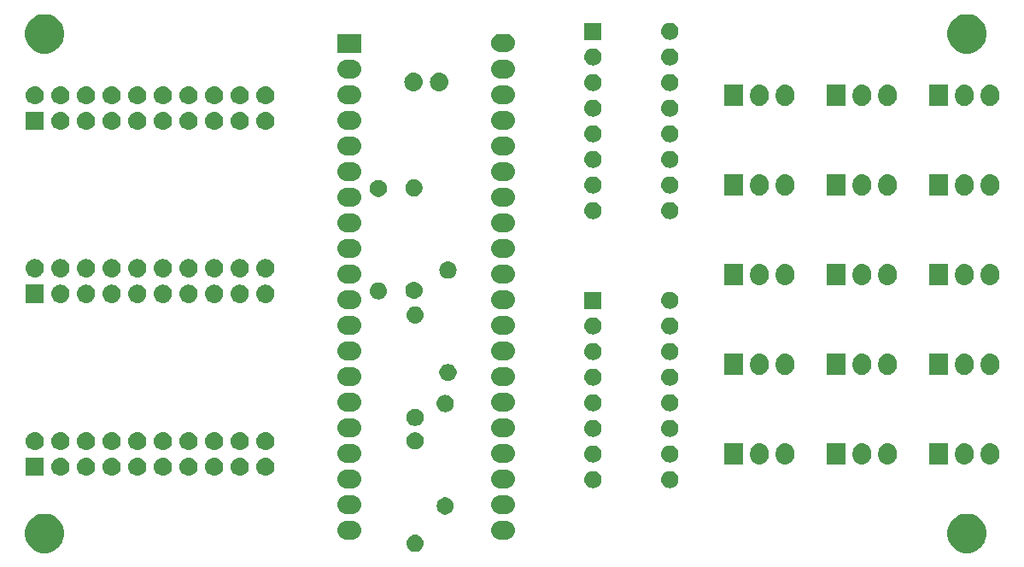
<source format=gbr>
G04 #@! TF.GenerationSoftware,KiCad,Pcbnew,5.1.4-e60b266~84~ubuntu18.04.1*
G04 #@! TF.CreationDate,2019-09-03T19:43:04+02:00*
G04 #@! TF.ProjectId,xfaders,78666164-6572-4732-9e6b-696361645f70,rev?*
G04 #@! TF.SameCoordinates,Original*
G04 #@! TF.FileFunction,Soldermask,Bot*
G04 #@! TF.FilePolarity,Negative*
%FSLAX46Y46*%
G04 Gerber Fmt 4.6, Leading zero omitted, Abs format (unit mm)*
G04 Created by KiCad (PCBNEW 5.1.4-e60b266~84~ubuntu18.04.1) date 2019-09-03 19:43:04*
%MOMM*%
%LPD*%
G04 APERTURE LIST*
%ADD10C,0.100000*%
G04 APERTURE END LIST*
D10*
G36*
X165923085Y-110137975D02*
G01*
X166278143Y-110285045D01*
X166278145Y-110285046D01*
X166597690Y-110498559D01*
X166869441Y-110770310D01*
X166986204Y-110945059D01*
X167082955Y-111089857D01*
X167230025Y-111444915D01*
X167305000Y-111821842D01*
X167305000Y-112206158D01*
X167230025Y-112583085D01*
X167124529Y-112837775D01*
X167082954Y-112938145D01*
X166869441Y-113257690D01*
X166597690Y-113529441D01*
X166278145Y-113742954D01*
X166278144Y-113742955D01*
X166278143Y-113742955D01*
X165923085Y-113890025D01*
X165546158Y-113965000D01*
X165161842Y-113965000D01*
X164784915Y-113890025D01*
X164429857Y-113742955D01*
X164429856Y-113742955D01*
X164429855Y-113742954D01*
X164110310Y-113529441D01*
X163838559Y-113257690D01*
X163625046Y-112938145D01*
X163583471Y-112837775D01*
X163477975Y-112583085D01*
X163403000Y-112206158D01*
X163403000Y-111821842D01*
X163477975Y-111444915D01*
X163625045Y-111089857D01*
X163721796Y-110945059D01*
X163838559Y-110770310D01*
X164110310Y-110498559D01*
X164429855Y-110285046D01*
X164429857Y-110285045D01*
X164784915Y-110137975D01*
X165161842Y-110063000D01*
X165546158Y-110063000D01*
X165923085Y-110137975D01*
X165923085Y-110137975D01*
G37*
G36*
X74483085Y-110137975D02*
G01*
X74838143Y-110285045D01*
X74838145Y-110285046D01*
X75157690Y-110498559D01*
X75429441Y-110770310D01*
X75546204Y-110945059D01*
X75642955Y-111089857D01*
X75790025Y-111444915D01*
X75865000Y-111821842D01*
X75865000Y-112206158D01*
X75790025Y-112583085D01*
X75684529Y-112837775D01*
X75642954Y-112938145D01*
X75429441Y-113257690D01*
X75157690Y-113529441D01*
X74838145Y-113742954D01*
X74838144Y-113742955D01*
X74838143Y-113742955D01*
X74483085Y-113890025D01*
X74106158Y-113965000D01*
X73721842Y-113965000D01*
X73344915Y-113890025D01*
X72989857Y-113742955D01*
X72989856Y-113742955D01*
X72989855Y-113742954D01*
X72670310Y-113529441D01*
X72398559Y-113257690D01*
X72185046Y-112938145D01*
X72143471Y-112837775D01*
X72037975Y-112583085D01*
X71963000Y-112206158D01*
X71963000Y-111821842D01*
X72037975Y-111444915D01*
X72185045Y-111089857D01*
X72281796Y-110945059D01*
X72398559Y-110770310D01*
X72670310Y-110498559D01*
X72989855Y-110285046D01*
X72989857Y-110285045D01*
X73344915Y-110137975D01*
X73721842Y-110063000D01*
X74106158Y-110063000D01*
X74483085Y-110137975D01*
X74483085Y-110137975D01*
G37*
G36*
X110804143Y-112165913D02*
G01*
X110964562Y-112214576D01*
X111097226Y-112285486D01*
X111112398Y-112293596D01*
X111241979Y-112399941D01*
X111348324Y-112529522D01*
X111348325Y-112529524D01*
X111427344Y-112677358D01*
X111476007Y-112837777D01*
X111492437Y-113004600D01*
X111476007Y-113171423D01*
X111427344Y-113331842D01*
X111356434Y-113464506D01*
X111348324Y-113479678D01*
X111241979Y-113609259D01*
X111112398Y-113715604D01*
X111112396Y-113715605D01*
X110964562Y-113794624D01*
X110804143Y-113843287D01*
X110679124Y-113855600D01*
X110595516Y-113855600D01*
X110470497Y-113843287D01*
X110310078Y-113794624D01*
X110162244Y-113715605D01*
X110162242Y-113715604D01*
X110032661Y-113609259D01*
X109926316Y-113479678D01*
X109918206Y-113464506D01*
X109847296Y-113331842D01*
X109798633Y-113171423D01*
X109782203Y-113004600D01*
X109798633Y-112837777D01*
X109847296Y-112677358D01*
X109926315Y-112529524D01*
X109926316Y-112529522D01*
X110032661Y-112399941D01*
X110162242Y-112293596D01*
X110177414Y-112285486D01*
X110310078Y-112214576D01*
X110470497Y-112165913D01*
X110595516Y-112153600D01*
X110679124Y-112153600D01*
X110804143Y-112165913D01*
X110804143Y-112165913D01*
G37*
G36*
X119820694Y-110807833D02*
G01*
X119993095Y-110860131D01*
X120151983Y-110945058D01*
X120291249Y-111059351D01*
X120405542Y-111198617D01*
X120490469Y-111357505D01*
X120542767Y-111529906D01*
X120560425Y-111709200D01*
X120542767Y-111888494D01*
X120490469Y-112060895D01*
X120405542Y-112219783D01*
X120291249Y-112359049D01*
X120151983Y-112473342D01*
X119993095Y-112558269D01*
X119820694Y-112610567D01*
X119686331Y-112623800D01*
X119073669Y-112623800D01*
X118939306Y-112610567D01*
X118766905Y-112558269D01*
X118608017Y-112473342D01*
X118468751Y-112359049D01*
X118354458Y-112219783D01*
X118269531Y-112060895D01*
X118217233Y-111888494D01*
X118199575Y-111709200D01*
X118217233Y-111529906D01*
X118269531Y-111357505D01*
X118354458Y-111198617D01*
X118468751Y-111059351D01*
X118608017Y-110945058D01*
X118766905Y-110860131D01*
X118939306Y-110807833D01*
X119073669Y-110794600D01*
X119686331Y-110794600D01*
X119820694Y-110807833D01*
X119820694Y-110807833D01*
G37*
G36*
X104580694Y-110807833D02*
G01*
X104753095Y-110860131D01*
X104911983Y-110945058D01*
X105051249Y-111059351D01*
X105165542Y-111198617D01*
X105250469Y-111357505D01*
X105302767Y-111529906D01*
X105320425Y-111709200D01*
X105302767Y-111888494D01*
X105250469Y-112060895D01*
X105165542Y-112219783D01*
X105051249Y-112359049D01*
X104911983Y-112473342D01*
X104753095Y-112558269D01*
X104580694Y-112610567D01*
X104446331Y-112623800D01*
X103833669Y-112623800D01*
X103699306Y-112610567D01*
X103526905Y-112558269D01*
X103368017Y-112473342D01*
X103228751Y-112359049D01*
X103114458Y-112219783D01*
X103029531Y-112060895D01*
X102977233Y-111888494D01*
X102959575Y-111709200D01*
X102977233Y-111529906D01*
X103029531Y-111357505D01*
X103114458Y-111198617D01*
X103228751Y-111059351D01*
X103368017Y-110945058D01*
X103526905Y-110860131D01*
X103699306Y-110807833D01*
X103833669Y-110794600D01*
X104446331Y-110794600D01*
X104580694Y-110807833D01*
X104580694Y-110807833D01*
G37*
G36*
X113877668Y-108477903D02*
G01*
X114032540Y-108542053D01*
X114171921Y-108635185D01*
X114290455Y-108753719D01*
X114383587Y-108893100D01*
X114447737Y-109047972D01*
X114480440Y-109212384D01*
X114480440Y-109380016D01*
X114447737Y-109544428D01*
X114383587Y-109699300D01*
X114290455Y-109838681D01*
X114171921Y-109957215D01*
X114032540Y-110050347D01*
X113877668Y-110114497D01*
X113713256Y-110147200D01*
X113545624Y-110147200D01*
X113381212Y-110114497D01*
X113226340Y-110050347D01*
X113086959Y-109957215D01*
X112968425Y-109838681D01*
X112875293Y-109699300D01*
X112811143Y-109544428D01*
X112778440Y-109380016D01*
X112778440Y-109212384D01*
X112811143Y-109047972D01*
X112875293Y-108893100D01*
X112968425Y-108753719D01*
X113086959Y-108635185D01*
X113226340Y-108542053D01*
X113381212Y-108477903D01*
X113545624Y-108445200D01*
X113713256Y-108445200D01*
X113877668Y-108477903D01*
X113877668Y-108477903D01*
G37*
G36*
X104580694Y-108267833D02*
G01*
X104753095Y-108320131D01*
X104911983Y-108405058D01*
X105051249Y-108519351D01*
X105165542Y-108658617D01*
X105250469Y-108817505D01*
X105302767Y-108989906D01*
X105320425Y-109169200D01*
X105302767Y-109348494D01*
X105250469Y-109520895D01*
X105165542Y-109679783D01*
X105051249Y-109819049D01*
X104911983Y-109933342D01*
X104753095Y-110018269D01*
X104580694Y-110070567D01*
X104446331Y-110083800D01*
X103833669Y-110083800D01*
X103699306Y-110070567D01*
X103526905Y-110018269D01*
X103368017Y-109933342D01*
X103228751Y-109819049D01*
X103114458Y-109679783D01*
X103029531Y-109520895D01*
X102977233Y-109348494D01*
X102959575Y-109169200D01*
X102977233Y-108989906D01*
X103029531Y-108817505D01*
X103114458Y-108658617D01*
X103228751Y-108519351D01*
X103368017Y-108405058D01*
X103526905Y-108320131D01*
X103699306Y-108267833D01*
X103833669Y-108254600D01*
X104446331Y-108254600D01*
X104580694Y-108267833D01*
X104580694Y-108267833D01*
G37*
G36*
X119820694Y-108267833D02*
G01*
X119993095Y-108320131D01*
X120151983Y-108405058D01*
X120291249Y-108519351D01*
X120405542Y-108658617D01*
X120490469Y-108817505D01*
X120542767Y-108989906D01*
X120560425Y-109169200D01*
X120542767Y-109348494D01*
X120490469Y-109520895D01*
X120405542Y-109679783D01*
X120291249Y-109819049D01*
X120151983Y-109933342D01*
X119993095Y-110018269D01*
X119820694Y-110070567D01*
X119686331Y-110083800D01*
X119073669Y-110083800D01*
X118939306Y-110070567D01*
X118766905Y-110018269D01*
X118608017Y-109933342D01*
X118468751Y-109819049D01*
X118354458Y-109679783D01*
X118269531Y-109520895D01*
X118217233Y-109348494D01*
X118199575Y-109169200D01*
X118217233Y-108989906D01*
X118269531Y-108817505D01*
X118354458Y-108658617D01*
X118468751Y-108519351D01*
X118608017Y-108405058D01*
X118766905Y-108320131D01*
X118939306Y-108267833D01*
X119073669Y-108254600D01*
X119686331Y-108254600D01*
X119820694Y-108267833D01*
X119820694Y-108267833D01*
G37*
G36*
X104580694Y-105727833D02*
G01*
X104753095Y-105780131D01*
X104911983Y-105865058D01*
X105051249Y-105979351D01*
X105165542Y-106118617D01*
X105250469Y-106277505D01*
X105302767Y-106449906D01*
X105320425Y-106629200D01*
X105302767Y-106808494D01*
X105250469Y-106980895D01*
X105165542Y-107139783D01*
X105051249Y-107279049D01*
X104911983Y-107393342D01*
X104753095Y-107478269D01*
X104580694Y-107530567D01*
X104446331Y-107543800D01*
X103833669Y-107543800D01*
X103699306Y-107530567D01*
X103526905Y-107478269D01*
X103368017Y-107393342D01*
X103228751Y-107279049D01*
X103114458Y-107139783D01*
X103029531Y-106980895D01*
X102977233Y-106808494D01*
X102959575Y-106629200D01*
X102977233Y-106449906D01*
X103029531Y-106277505D01*
X103114458Y-106118617D01*
X103228751Y-105979351D01*
X103368017Y-105865058D01*
X103526905Y-105780131D01*
X103699306Y-105727833D01*
X103833669Y-105714600D01*
X104446331Y-105714600D01*
X104580694Y-105727833D01*
X104580694Y-105727833D01*
G37*
G36*
X119820694Y-105727833D02*
G01*
X119993095Y-105780131D01*
X120151983Y-105865058D01*
X120291249Y-105979351D01*
X120405542Y-106118617D01*
X120490469Y-106277505D01*
X120542767Y-106449906D01*
X120560425Y-106629200D01*
X120542767Y-106808494D01*
X120490469Y-106980895D01*
X120405542Y-107139783D01*
X120291249Y-107279049D01*
X120151983Y-107393342D01*
X119993095Y-107478269D01*
X119820694Y-107530567D01*
X119686331Y-107543800D01*
X119073669Y-107543800D01*
X118939306Y-107530567D01*
X118766905Y-107478269D01*
X118608017Y-107393342D01*
X118468751Y-107279049D01*
X118354458Y-107139783D01*
X118269531Y-106980895D01*
X118217233Y-106808494D01*
X118199575Y-106629200D01*
X118217233Y-106449906D01*
X118269531Y-106277505D01*
X118354458Y-106118617D01*
X118468751Y-105979351D01*
X118608017Y-105865058D01*
X118766905Y-105780131D01*
X118939306Y-105727833D01*
X119073669Y-105714600D01*
X119686331Y-105714600D01*
X119820694Y-105727833D01*
X119820694Y-105727833D01*
G37*
G36*
X128436823Y-105841313D02*
G01*
X128597242Y-105889976D01*
X128729906Y-105960886D01*
X128745078Y-105968996D01*
X128874659Y-106075341D01*
X128981004Y-106204922D01*
X128981005Y-106204924D01*
X129060024Y-106352758D01*
X129108687Y-106513177D01*
X129125117Y-106680000D01*
X129108687Y-106846823D01*
X129060024Y-107007242D01*
X128989179Y-107139783D01*
X128981004Y-107155078D01*
X128874659Y-107284659D01*
X128745078Y-107391004D01*
X128745076Y-107391005D01*
X128597242Y-107470024D01*
X128436823Y-107518687D01*
X128311804Y-107531000D01*
X128228196Y-107531000D01*
X128103177Y-107518687D01*
X127942758Y-107470024D01*
X127794924Y-107391005D01*
X127794922Y-107391004D01*
X127665341Y-107284659D01*
X127558996Y-107155078D01*
X127550821Y-107139783D01*
X127479976Y-107007242D01*
X127431313Y-106846823D01*
X127414883Y-106680000D01*
X127431313Y-106513177D01*
X127479976Y-106352758D01*
X127558995Y-106204924D01*
X127558996Y-106204922D01*
X127665341Y-106075341D01*
X127794922Y-105968996D01*
X127810094Y-105960886D01*
X127942758Y-105889976D01*
X128103177Y-105841313D01*
X128228196Y-105829000D01*
X128311804Y-105829000D01*
X128436823Y-105841313D01*
X128436823Y-105841313D01*
G37*
G36*
X136056823Y-105841313D02*
G01*
X136217242Y-105889976D01*
X136349906Y-105960886D01*
X136365078Y-105968996D01*
X136494659Y-106075341D01*
X136601004Y-106204922D01*
X136601005Y-106204924D01*
X136680024Y-106352758D01*
X136728687Y-106513177D01*
X136745117Y-106680000D01*
X136728687Y-106846823D01*
X136680024Y-107007242D01*
X136609179Y-107139783D01*
X136601004Y-107155078D01*
X136494659Y-107284659D01*
X136365078Y-107391004D01*
X136365076Y-107391005D01*
X136217242Y-107470024D01*
X136056823Y-107518687D01*
X135931804Y-107531000D01*
X135848196Y-107531000D01*
X135723177Y-107518687D01*
X135562758Y-107470024D01*
X135414924Y-107391005D01*
X135414922Y-107391004D01*
X135285341Y-107284659D01*
X135178996Y-107155078D01*
X135170821Y-107139783D01*
X135099976Y-107007242D01*
X135051313Y-106846823D01*
X135034883Y-106680000D01*
X135051313Y-106513177D01*
X135099976Y-106352758D01*
X135178995Y-106204924D01*
X135178996Y-106204922D01*
X135285341Y-106075341D01*
X135414922Y-105968996D01*
X135430094Y-105960886D01*
X135562758Y-105889976D01*
X135723177Y-105841313D01*
X135848196Y-105829000D01*
X135931804Y-105829000D01*
X136056823Y-105841313D01*
X136056823Y-105841313D01*
G37*
G36*
X78135444Y-104515519D02*
G01*
X78201628Y-104522037D01*
X78371467Y-104573557D01*
X78527992Y-104657222D01*
X78563730Y-104686552D01*
X78665187Y-104769814D01*
X78748449Y-104871271D01*
X78777779Y-104907009D01*
X78861444Y-105063534D01*
X78912964Y-105233373D01*
X78930360Y-105410000D01*
X78912964Y-105586627D01*
X78861444Y-105756466D01*
X78777779Y-105912991D01*
X78748449Y-105948729D01*
X78665187Y-106050186D01*
X78581802Y-106118617D01*
X78527992Y-106162778D01*
X78371467Y-106246443D01*
X78201628Y-106297963D01*
X78135443Y-106304482D01*
X78069261Y-106311000D01*
X77980741Y-106311000D01*
X77914559Y-106304482D01*
X77848374Y-106297963D01*
X77678535Y-106246443D01*
X77522010Y-106162778D01*
X77468200Y-106118617D01*
X77384815Y-106050186D01*
X77301553Y-105948729D01*
X77272223Y-105912991D01*
X77188558Y-105756466D01*
X77137038Y-105586627D01*
X77119642Y-105410000D01*
X77137038Y-105233373D01*
X77188558Y-105063534D01*
X77272223Y-104907009D01*
X77301553Y-104871271D01*
X77384815Y-104769814D01*
X77486272Y-104686552D01*
X77522010Y-104657222D01*
X77678535Y-104573557D01*
X77848374Y-104522037D01*
X77914558Y-104515519D01*
X77980741Y-104509000D01*
X78069261Y-104509000D01*
X78135444Y-104515519D01*
X78135444Y-104515519D01*
G37*
G36*
X93375444Y-104515519D02*
G01*
X93441628Y-104522037D01*
X93611467Y-104573557D01*
X93767992Y-104657222D01*
X93803730Y-104686552D01*
X93905187Y-104769814D01*
X93988449Y-104871271D01*
X94017779Y-104907009D01*
X94101444Y-105063534D01*
X94152964Y-105233373D01*
X94170360Y-105410000D01*
X94152964Y-105586627D01*
X94101444Y-105756466D01*
X94017779Y-105912991D01*
X93988449Y-105948729D01*
X93905187Y-106050186D01*
X93821802Y-106118617D01*
X93767992Y-106162778D01*
X93611467Y-106246443D01*
X93441628Y-106297963D01*
X93375443Y-106304482D01*
X93309261Y-106311000D01*
X93220741Y-106311000D01*
X93154559Y-106304482D01*
X93088374Y-106297963D01*
X92918535Y-106246443D01*
X92762010Y-106162778D01*
X92708200Y-106118617D01*
X92624815Y-106050186D01*
X92541553Y-105948729D01*
X92512223Y-105912991D01*
X92428558Y-105756466D01*
X92377038Y-105586627D01*
X92359642Y-105410000D01*
X92377038Y-105233373D01*
X92428558Y-105063534D01*
X92512223Y-104907009D01*
X92541553Y-104871271D01*
X92624815Y-104769814D01*
X92726272Y-104686552D01*
X92762010Y-104657222D01*
X92918535Y-104573557D01*
X93088374Y-104522037D01*
X93154558Y-104515519D01*
X93220741Y-104509000D01*
X93309261Y-104509000D01*
X93375444Y-104515519D01*
X93375444Y-104515519D01*
G37*
G36*
X88295444Y-104515519D02*
G01*
X88361628Y-104522037D01*
X88531467Y-104573557D01*
X88687992Y-104657222D01*
X88723730Y-104686552D01*
X88825187Y-104769814D01*
X88908449Y-104871271D01*
X88937779Y-104907009D01*
X89021444Y-105063534D01*
X89072964Y-105233373D01*
X89090360Y-105410000D01*
X89072964Y-105586627D01*
X89021444Y-105756466D01*
X88937779Y-105912991D01*
X88908449Y-105948729D01*
X88825187Y-106050186D01*
X88741802Y-106118617D01*
X88687992Y-106162778D01*
X88531467Y-106246443D01*
X88361628Y-106297963D01*
X88295443Y-106304482D01*
X88229261Y-106311000D01*
X88140741Y-106311000D01*
X88074559Y-106304482D01*
X88008374Y-106297963D01*
X87838535Y-106246443D01*
X87682010Y-106162778D01*
X87628200Y-106118617D01*
X87544815Y-106050186D01*
X87461553Y-105948729D01*
X87432223Y-105912991D01*
X87348558Y-105756466D01*
X87297038Y-105586627D01*
X87279642Y-105410000D01*
X87297038Y-105233373D01*
X87348558Y-105063534D01*
X87432223Y-104907009D01*
X87461553Y-104871271D01*
X87544815Y-104769814D01*
X87646272Y-104686552D01*
X87682010Y-104657222D01*
X87838535Y-104573557D01*
X88008374Y-104522037D01*
X88074558Y-104515519D01*
X88140741Y-104509000D01*
X88229261Y-104509000D01*
X88295444Y-104515519D01*
X88295444Y-104515519D01*
G37*
G36*
X85755444Y-104515519D02*
G01*
X85821628Y-104522037D01*
X85991467Y-104573557D01*
X86147992Y-104657222D01*
X86183730Y-104686552D01*
X86285187Y-104769814D01*
X86368449Y-104871271D01*
X86397779Y-104907009D01*
X86481444Y-105063534D01*
X86532964Y-105233373D01*
X86550360Y-105410000D01*
X86532964Y-105586627D01*
X86481444Y-105756466D01*
X86397779Y-105912991D01*
X86368449Y-105948729D01*
X86285187Y-106050186D01*
X86201802Y-106118617D01*
X86147992Y-106162778D01*
X85991467Y-106246443D01*
X85821628Y-106297963D01*
X85755443Y-106304482D01*
X85689261Y-106311000D01*
X85600741Y-106311000D01*
X85534559Y-106304482D01*
X85468374Y-106297963D01*
X85298535Y-106246443D01*
X85142010Y-106162778D01*
X85088200Y-106118617D01*
X85004815Y-106050186D01*
X84921553Y-105948729D01*
X84892223Y-105912991D01*
X84808558Y-105756466D01*
X84757038Y-105586627D01*
X84739642Y-105410000D01*
X84757038Y-105233373D01*
X84808558Y-105063534D01*
X84892223Y-104907009D01*
X84921553Y-104871271D01*
X85004815Y-104769814D01*
X85106272Y-104686552D01*
X85142010Y-104657222D01*
X85298535Y-104573557D01*
X85468374Y-104522037D01*
X85534558Y-104515519D01*
X85600741Y-104509000D01*
X85689261Y-104509000D01*
X85755444Y-104515519D01*
X85755444Y-104515519D01*
G37*
G36*
X90835444Y-104515519D02*
G01*
X90901628Y-104522037D01*
X91071467Y-104573557D01*
X91227992Y-104657222D01*
X91263730Y-104686552D01*
X91365187Y-104769814D01*
X91448449Y-104871271D01*
X91477779Y-104907009D01*
X91561444Y-105063534D01*
X91612964Y-105233373D01*
X91630360Y-105410000D01*
X91612964Y-105586627D01*
X91561444Y-105756466D01*
X91477779Y-105912991D01*
X91448449Y-105948729D01*
X91365187Y-106050186D01*
X91281802Y-106118617D01*
X91227992Y-106162778D01*
X91071467Y-106246443D01*
X90901628Y-106297963D01*
X90835443Y-106304482D01*
X90769261Y-106311000D01*
X90680741Y-106311000D01*
X90614559Y-106304482D01*
X90548374Y-106297963D01*
X90378535Y-106246443D01*
X90222010Y-106162778D01*
X90168200Y-106118617D01*
X90084815Y-106050186D01*
X90001553Y-105948729D01*
X89972223Y-105912991D01*
X89888558Y-105756466D01*
X89837038Y-105586627D01*
X89819642Y-105410000D01*
X89837038Y-105233373D01*
X89888558Y-105063534D01*
X89972223Y-104907009D01*
X90001553Y-104871271D01*
X90084815Y-104769814D01*
X90186272Y-104686552D01*
X90222010Y-104657222D01*
X90378535Y-104573557D01*
X90548374Y-104522037D01*
X90614558Y-104515519D01*
X90680741Y-104509000D01*
X90769261Y-104509000D01*
X90835444Y-104515519D01*
X90835444Y-104515519D01*
G37*
G36*
X83215444Y-104515519D02*
G01*
X83281628Y-104522037D01*
X83451467Y-104573557D01*
X83607992Y-104657222D01*
X83643730Y-104686552D01*
X83745187Y-104769814D01*
X83828449Y-104871271D01*
X83857779Y-104907009D01*
X83941444Y-105063534D01*
X83992964Y-105233373D01*
X84010360Y-105410000D01*
X83992964Y-105586627D01*
X83941444Y-105756466D01*
X83857779Y-105912991D01*
X83828449Y-105948729D01*
X83745187Y-106050186D01*
X83661802Y-106118617D01*
X83607992Y-106162778D01*
X83451467Y-106246443D01*
X83281628Y-106297963D01*
X83215443Y-106304482D01*
X83149261Y-106311000D01*
X83060741Y-106311000D01*
X82994559Y-106304482D01*
X82928374Y-106297963D01*
X82758535Y-106246443D01*
X82602010Y-106162778D01*
X82548200Y-106118617D01*
X82464815Y-106050186D01*
X82381553Y-105948729D01*
X82352223Y-105912991D01*
X82268558Y-105756466D01*
X82217038Y-105586627D01*
X82199642Y-105410000D01*
X82217038Y-105233373D01*
X82268558Y-105063534D01*
X82352223Y-104907009D01*
X82381553Y-104871271D01*
X82464815Y-104769814D01*
X82566272Y-104686552D01*
X82602010Y-104657222D01*
X82758535Y-104573557D01*
X82928374Y-104522037D01*
X82994558Y-104515519D01*
X83060741Y-104509000D01*
X83149261Y-104509000D01*
X83215444Y-104515519D01*
X83215444Y-104515519D01*
G37*
G36*
X95915444Y-104515519D02*
G01*
X95981628Y-104522037D01*
X96151467Y-104573557D01*
X96307992Y-104657222D01*
X96343730Y-104686552D01*
X96445187Y-104769814D01*
X96528449Y-104871271D01*
X96557779Y-104907009D01*
X96641444Y-105063534D01*
X96692964Y-105233373D01*
X96710360Y-105410000D01*
X96692964Y-105586627D01*
X96641444Y-105756466D01*
X96557779Y-105912991D01*
X96528449Y-105948729D01*
X96445187Y-106050186D01*
X96361802Y-106118617D01*
X96307992Y-106162778D01*
X96151467Y-106246443D01*
X95981628Y-106297963D01*
X95915443Y-106304482D01*
X95849261Y-106311000D01*
X95760741Y-106311000D01*
X95694559Y-106304482D01*
X95628374Y-106297963D01*
X95458535Y-106246443D01*
X95302010Y-106162778D01*
X95248200Y-106118617D01*
X95164815Y-106050186D01*
X95081553Y-105948729D01*
X95052223Y-105912991D01*
X94968558Y-105756466D01*
X94917038Y-105586627D01*
X94899642Y-105410000D01*
X94917038Y-105233373D01*
X94968558Y-105063534D01*
X95052223Y-104907009D01*
X95081553Y-104871271D01*
X95164815Y-104769814D01*
X95266272Y-104686552D01*
X95302010Y-104657222D01*
X95458535Y-104573557D01*
X95628374Y-104522037D01*
X95694558Y-104515519D01*
X95760741Y-104509000D01*
X95849261Y-104509000D01*
X95915444Y-104515519D01*
X95915444Y-104515519D01*
G37*
G36*
X80675444Y-104515519D02*
G01*
X80741628Y-104522037D01*
X80911467Y-104573557D01*
X81067992Y-104657222D01*
X81103730Y-104686552D01*
X81205187Y-104769814D01*
X81288449Y-104871271D01*
X81317779Y-104907009D01*
X81401444Y-105063534D01*
X81452964Y-105233373D01*
X81470360Y-105410000D01*
X81452964Y-105586627D01*
X81401444Y-105756466D01*
X81317779Y-105912991D01*
X81288449Y-105948729D01*
X81205187Y-106050186D01*
X81121802Y-106118617D01*
X81067992Y-106162778D01*
X80911467Y-106246443D01*
X80741628Y-106297963D01*
X80675443Y-106304482D01*
X80609261Y-106311000D01*
X80520741Y-106311000D01*
X80454559Y-106304482D01*
X80388374Y-106297963D01*
X80218535Y-106246443D01*
X80062010Y-106162778D01*
X80008200Y-106118617D01*
X79924815Y-106050186D01*
X79841553Y-105948729D01*
X79812223Y-105912991D01*
X79728558Y-105756466D01*
X79677038Y-105586627D01*
X79659642Y-105410000D01*
X79677038Y-105233373D01*
X79728558Y-105063534D01*
X79812223Y-104907009D01*
X79841553Y-104871271D01*
X79924815Y-104769814D01*
X80026272Y-104686552D01*
X80062010Y-104657222D01*
X80218535Y-104573557D01*
X80388374Y-104522037D01*
X80454558Y-104515519D01*
X80520741Y-104509000D01*
X80609261Y-104509000D01*
X80675444Y-104515519D01*
X80675444Y-104515519D01*
G37*
G36*
X75595444Y-104515519D02*
G01*
X75661628Y-104522037D01*
X75831467Y-104573557D01*
X75987992Y-104657222D01*
X76023730Y-104686552D01*
X76125187Y-104769814D01*
X76208449Y-104871271D01*
X76237779Y-104907009D01*
X76321444Y-105063534D01*
X76372964Y-105233373D01*
X76390360Y-105410000D01*
X76372964Y-105586627D01*
X76321444Y-105756466D01*
X76237779Y-105912991D01*
X76208449Y-105948729D01*
X76125187Y-106050186D01*
X76041802Y-106118617D01*
X75987992Y-106162778D01*
X75831467Y-106246443D01*
X75661628Y-106297963D01*
X75595443Y-106304482D01*
X75529261Y-106311000D01*
X75440741Y-106311000D01*
X75374559Y-106304482D01*
X75308374Y-106297963D01*
X75138535Y-106246443D01*
X74982010Y-106162778D01*
X74928200Y-106118617D01*
X74844815Y-106050186D01*
X74761553Y-105948729D01*
X74732223Y-105912991D01*
X74648558Y-105756466D01*
X74597038Y-105586627D01*
X74579642Y-105410000D01*
X74597038Y-105233373D01*
X74648558Y-105063534D01*
X74732223Y-104907009D01*
X74761553Y-104871271D01*
X74844815Y-104769814D01*
X74946272Y-104686552D01*
X74982010Y-104657222D01*
X75138535Y-104573557D01*
X75308374Y-104522037D01*
X75374558Y-104515519D01*
X75440741Y-104509000D01*
X75529261Y-104509000D01*
X75595444Y-104515519D01*
X75595444Y-104515519D01*
G37*
G36*
X73846001Y-106311000D02*
G01*
X72044001Y-106311000D01*
X72044001Y-104509000D01*
X73846001Y-104509000D01*
X73846001Y-106311000D01*
X73846001Y-106311000D01*
G37*
G36*
X147483467Y-103085668D02*
G01*
X147499567Y-103087254D01*
X147585899Y-103113443D01*
X147672233Y-103139632D01*
X147831364Y-103224689D01*
X147970844Y-103339156D01*
X148085311Y-103478635D01*
X148170368Y-103637766D01*
X148178606Y-103664924D01*
X148206830Y-103757963D01*
X148222746Y-103810433D01*
X148236000Y-103945002D01*
X148236000Y-104334997D01*
X148225570Y-104440895D01*
X148222746Y-104469567D01*
X148210784Y-104509000D01*
X148170368Y-104642234D01*
X148085311Y-104801365D01*
X147970844Y-104940844D01*
X147831365Y-105055311D01*
X147672234Y-105140368D01*
X147499568Y-105192746D01*
X147483468Y-105194332D01*
X147320000Y-105210432D01*
X147156533Y-105194332D01*
X147140433Y-105192746D01*
X146967767Y-105140368D01*
X146808636Y-105055311D01*
X146669157Y-104940844D01*
X146554689Y-104801365D01*
X146469632Y-104642234D01*
X146443443Y-104555900D01*
X146417254Y-104469568D01*
X146414430Y-104440895D01*
X146404000Y-104334998D01*
X146404000Y-103945003D01*
X146417254Y-103810434D01*
X146417255Y-103810432D01*
X146462009Y-103662897D01*
X146469632Y-103637767D01*
X146554689Y-103478636D01*
X146669156Y-103339156D01*
X146808635Y-103224689D01*
X146967766Y-103139632D01*
X147054100Y-103113443D01*
X147140432Y-103087254D01*
X147156532Y-103085668D01*
X147320000Y-103069568D01*
X147483467Y-103085668D01*
X147483467Y-103085668D01*
G37*
G36*
X144943467Y-103085668D02*
G01*
X144959567Y-103087254D01*
X145045899Y-103113443D01*
X145132233Y-103139632D01*
X145291364Y-103224689D01*
X145430844Y-103339156D01*
X145545311Y-103478635D01*
X145630368Y-103637766D01*
X145638606Y-103664924D01*
X145666830Y-103757963D01*
X145682746Y-103810433D01*
X145696000Y-103945002D01*
X145696000Y-104334997D01*
X145685570Y-104440895D01*
X145682746Y-104469567D01*
X145670784Y-104509000D01*
X145630368Y-104642234D01*
X145545311Y-104801365D01*
X145430844Y-104940844D01*
X145291365Y-105055311D01*
X145132234Y-105140368D01*
X144959568Y-105192746D01*
X144943468Y-105194332D01*
X144780000Y-105210432D01*
X144616533Y-105194332D01*
X144600433Y-105192746D01*
X144427767Y-105140368D01*
X144268636Y-105055311D01*
X144129157Y-104940844D01*
X144014689Y-104801365D01*
X143929632Y-104642234D01*
X143903443Y-104555900D01*
X143877254Y-104469568D01*
X143874430Y-104440895D01*
X143864000Y-104334998D01*
X143864000Y-103945003D01*
X143877254Y-103810434D01*
X143877255Y-103810432D01*
X143922009Y-103662897D01*
X143929632Y-103637767D01*
X144014689Y-103478636D01*
X144129156Y-103339156D01*
X144268635Y-103224689D01*
X144427766Y-103139632D01*
X144514100Y-103113443D01*
X144600432Y-103087254D01*
X144616532Y-103085668D01*
X144780000Y-103069568D01*
X144943467Y-103085668D01*
X144943467Y-103085668D01*
G37*
G36*
X165263467Y-103085668D02*
G01*
X165279567Y-103087254D01*
X165365899Y-103113443D01*
X165452233Y-103139632D01*
X165611364Y-103224689D01*
X165750844Y-103339156D01*
X165865311Y-103478635D01*
X165950368Y-103637766D01*
X165958606Y-103664924D01*
X165986830Y-103757963D01*
X166002746Y-103810433D01*
X166016000Y-103945002D01*
X166016000Y-104334997D01*
X166005570Y-104440895D01*
X166002746Y-104469567D01*
X165990784Y-104509000D01*
X165950368Y-104642234D01*
X165865311Y-104801365D01*
X165750844Y-104940844D01*
X165611365Y-105055311D01*
X165452234Y-105140368D01*
X165279568Y-105192746D01*
X165263468Y-105194332D01*
X165100000Y-105210432D01*
X164936533Y-105194332D01*
X164920433Y-105192746D01*
X164747767Y-105140368D01*
X164588636Y-105055311D01*
X164449157Y-104940844D01*
X164334689Y-104801365D01*
X164249632Y-104642234D01*
X164223443Y-104555900D01*
X164197254Y-104469568D01*
X164194430Y-104440895D01*
X164184000Y-104334998D01*
X164184000Y-103945003D01*
X164197254Y-103810434D01*
X164197255Y-103810432D01*
X164242009Y-103662897D01*
X164249632Y-103637767D01*
X164334689Y-103478636D01*
X164449156Y-103339156D01*
X164588635Y-103224689D01*
X164747766Y-103139632D01*
X164834100Y-103113443D01*
X164920432Y-103087254D01*
X164936532Y-103085668D01*
X165100000Y-103069568D01*
X165263467Y-103085668D01*
X165263467Y-103085668D01*
G37*
G36*
X157643467Y-103085668D02*
G01*
X157659567Y-103087254D01*
X157745899Y-103113443D01*
X157832233Y-103139632D01*
X157991364Y-103224689D01*
X158130844Y-103339156D01*
X158245311Y-103478635D01*
X158330368Y-103637766D01*
X158338606Y-103664924D01*
X158366830Y-103757963D01*
X158382746Y-103810433D01*
X158396000Y-103945002D01*
X158396000Y-104334997D01*
X158385570Y-104440895D01*
X158382746Y-104469567D01*
X158370784Y-104509000D01*
X158330368Y-104642234D01*
X158245311Y-104801365D01*
X158130844Y-104940844D01*
X157991365Y-105055311D01*
X157832234Y-105140368D01*
X157659568Y-105192746D01*
X157643468Y-105194332D01*
X157480000Y-105210432D01*
X157316533Y-105194332D01*
X157300433Y-105192746D01*
X157127767Y-105140368D01*
X156968636Y-105055311D01*
X156829157Y-104940844D01*
X156714689Y-104801365D01*
X156629632Y-104642234D01*
X156603443Y-104555900D01*
X156577254Y-104469568D01*
X156574430Y-104440895D01*
X156564000Y-104334998D01*
X156564000Y-103945003D01*
X156577254Y-103810434D01*
X156577255Y-103810432D01*
X156622009Y-103662897D01*
X156629632Y-103637767D01*
X156714689Y-103478636D01*
X156829156Y-103339156D01*
X156968635Y-103224689D01*
X157127766Y-103139632D01*
X157214100Y-103113443D01*
X157300432Y-103087254D01*
X157316532Y-103085668D01*
X157480000Y-103069568D01*
X157643467Y-103085668D01*
X157643467Y-103085668D01*
G37*
G36*
X155103467Y-103085668D02*
G01*
X155119567Y-103087254D01*
X155205899Y-103113443D01*
X155292233Y-103139632D01*
X155451364Y-103224689D01*
X155590844Y-103339156D01*
X155705311Y-103478635D01*
X155790368Y-103637766D01*
X155798606Y-103664924D01*
X155826830Y-103757963D01*
X155842746Y-103810433D01*
X155856000Y-103945002D01*
X155856000Y-104334997D01*
X155845570Y-104440895D01*
X155842746Y-104469567D01*
X155830784Y-104509000D01*
X155790368Y-104642234D01*
X155705311Y-104801365D01*
X155590844Y-104940844D01*
X155451365Y-105055311D01*
X155292234Y-105140368D01*
X155119568Y-105192746D01*
X155103468Y-105194332D01*
X154940000Y-105210432D01*
X154776533Y-105194332D01*
X154760433Y-105192746D01*
X154587767Y-105140368D01*
X154428636Y-105055311D01*
X154289157Y-104940844D01*
X154174689Y-104801365D01*
X154089632Y-104642234D01*
X154063443Y-104555900D01*
X154037254Y-104469568D01*
X154034430Y-104440895D01*
X154024000Y-104334998D01*
X154024000Y-103945003D01*
X154037254Y-103810434D01*
X154037255Y-103810432D01*
X154082009Y-103662897D01*
X154089632Y-103637767D01*
X154174689Y-103478636D01*
X154289156Y-103339156D01*
X154428635Y-103224689D01*
X154587766Y-103139632D01*
X154674100Y-103113443D01*
X154760432Y-103087254D01*
X154776532Y-103085668D01*
X154940000Y-103069568D01*
X155103467Y-103085668D01*
X155103467Y-103085668D01*
G37*
G36*
X167803467Y-103085668D02*
G01*
X167819567Y-103087254D01*
X167905899Y-103113443D01*
X167992233Y-103139632D01*
X168151364Y-103224689D01*
X168290844Y-103339156D01*
X168405311Y-103478635D01*
X168490368Y-103637766D01*
X168498606Y-103664924D01*
X168526830Y-103757963D01*
X168542746Y-103810433D01*
X168556000Y-103945002D01*
X168556000Y-104334997D01*
X168545570Y-104440895D01*
X168542746Y-104469567D01*
X168530784Y-104509000D01*
X168490368Y-104642234D01*
X168405311Y-104801365D01*
X168290844Y-104940844D01*
X168151365Y-105055311D01*
X167992234Y-105140368D01*
X167819568Y-105192746D01*
X167803468Y-105194332D01*
X167640000Y-105210432D01*
X167476533Y-105194332D01*
X167460433Y-105192746D01*
X167287767Y-105140368D01*
X167128636Y-105055311D01*
X166989157Y-104940844D01*
X166874689Y-104801365D01*
X166789632Y-104642234D01*
X166763443Y-104555900D01*
X166737254Y-104469568D01*
X166734430Y-104440895D01*
X166724000Y-104334998D01*
X166724000Y-103945003D01*
X166737254Y-103810434D01*
X166737255Y-103810432D01*
X166782009Y-103662897D01*
X166789632Y-103637767D01*
X166874689Y-103478636D01*
X166989156Y-103339156D01*
X167128635Y-103224689D01*
X167287766Y-103139632D01*
X167374100Y-103113443D01*
X167460432Y-103087254D01*
X167476532Y-103085668D01*
X167640000Y-103069568D01*
X167803467Y-103085668D01*
X167803467Y-103085668D01*
G37*
G36*
X153316000Y-105206000D02*
G01*
X151484000Y-105206000D01*
X151484000Y-103074000D01*
X153316000Y-103074000D01*
X153316000Y-105206000D01*
X153316000Y-105206000D01*
G37*
G36*
X143156000Y-105206000D02*
G01*
X141324000Y-105206000D01*
X141324000Y-103074000D01*
X143156000Y-103074000D01*
X143156000Y-105206000D01*
X143156000Y-105206000D01*
G37*
G36*
X163476000Y-105206000D02*
G01*
X161644000Y-105206000D01*
X161644000Y-103074000D01*
X163476000Y-103074000D01*
X163476000Y-105206000D01*
X163476000Y-105206000D01*
G37*
G36*
X119820694Y-103187833D02*
G01*
X119993095Y-103240131D01*
X120151983Y-103325058D01*
X120291249Y-103439351D01*
X120405542Y-103578617D01*
X120490469Y-103737505D01*
X120542767Y-103909906D01*
X120560425Y-104089200D01*
X120542767Y-104268494D01*
X120490469Y-104440895D01*
X120405542Y-104599783D01*
X120291249Y-104739049D01*
X120151983Y-104853342D01*
X119993095Y-104938269D01*
X119820694Y-104990567D01*
X119686331Y-105003800D01*
X119073669Y-105003800D01*
X118939306Y-104990567D01*
X118766905Y-104938269D01*
X118608017Y-104853342D01*
X118468751Y-104739049D01*
X118354458Y-104599783D01*
X118269531Y-104440895D01*
X118217233Y-104268494D01*
X118199575Y-104089200D01*
X118217233Y-103909906D01*
X118269531Y-103737505D01*
X118354458Y-103578617D01*
X118468751Y-103439351D01*
X118608017Y-103325058D01*
X118766905Y-103240131D01*
X118939306Y-103187833D01*
X119073669Y-103174600D01*
X119686331Y-103174600D01*
X119820694Y-103187833D01*
X119820694Y-103187833D01*
G37*
G36*
X104580694Y-103187833D02*
G01*
X104753095Y-103240131D01*
X104911983Y-103325058D01*
X105051249Y-103439351D01*
X105165542Y-103578617D01*
X105250469Y-103737505D01*
X105302767Y-103909906D01*
X105320425Y-104089200D01*
X105302767Y-104268494D01*
X105250469Y-104440895D01*
X105165542Y-104599783D01*
X105051249Y-104739049D01*
X104911983Y-104853342D01*
X104753095Y-104938269D01*
X104580694Y-104990567D01*
X104446331Y-105003800D01*
X103833669Y-105003800D01*
X103699306Y-104990567D01*
X103526905Y-104938269D01*
X103368017Y-104853342D01*
X103228751Y-104739049D01*
X103114458Y-104599783D01*
X103029531Y-104440895D01*
X102977233Y-104268494D01*
X102959575Y-104089200D01*
X102977233Y-103909906D01*
X103029531Y-103737505D01*
X103114458Y-103578617D01*
X103228751Y-103439351D01*
X103368017Y-103325058D01*
X103526905Y-103240131D01*
X103699306Y-103187833D01*
X103833669Y-103174600D01*
X104446331Y-103174600D01*
X104580694Y-103187833D01*
X104580694Y-103187833D01*
G37*
G36*
X128436823Y-103301313D02*
G01*
X128597242Y-103349976D01*
X128729906Y-103420886D01*
X128745078Y-103428996D01*
X128874659Y-103535341D01*
X128981004Y-103664922D01*
X128981005Y-103664924D01*
X129060024Y-103812758D01*
X129108687Y-103973177D01*
X129125117Y-104140000D01*
X129108687Y-104306823D01*
X129060024Y-104467242D01*
X129030735Y-104522037D01*
X128981004Y-104615078D01*
X128874659Y-104744659D01*
X128745078Y-104851004D01*
X128745076Y-104851005D01*
X128597242Y-104930024D01*
X128436823Y-104978687D01*
X128311804Y-104991000D01*
X128228196Y-104991000D01*
X128103177Y-104978687D01*
X127942758Y-104930024D01*
X127794924Y-104851005D01*
X127794922Y-104851004D01*
X127665341Y-104744659D01*
X127558996Y-104615078D01*
X127509265Y-104522037D01*
X127479976Y-104467242D01*
X127431313Y-104306823D01*
X127414883Y-104140000D01*
X127431313Y-103973177D01*
X127479976Y-103812758D01*
X127558995Y-103664924D01*
X127558996Y-103664922D01*
X127665341Y-103535341D01*
X127794922Y-103428996D01*
X127810094Y-103420886D01*
X127942758Y-103349976D01*
X128103177Y-103301313D01*
X128228196Y-103289000D01*
X128311804Y-103289000D01*
X128436823Y-103301313D01*
X128436823Y-103301313D01*
G37*
G36*
X136056823Y-103301313D02*
G01*
X136217242Y-103349976D01*
X136349906Y-103420886D01*
X136365078Y-103428996D01*
X136494659Y-103535341D01*
X136601004Y-103664922D01*
X136601005Y-103664924D01*
X136680024Y-103812758D01*
X136728687Y-103973177D01*
X136745117Y-104140000D01*
X136728687Y-104306823D01*
X136680024Y-104467242D01*
X136650735Y-104522037D01*
X136601004Y-104615078D01*
X136494659Y-104744659D01*
X136365078Y-104851004D01*
X136365076Y-104851005D01*
X136217242Y-104930024D01*
X136056823Y-104978687D01*
X135931804Y-104991000D01*
X135848196Y-104991000D01*
X135723177Y-104978687D01*
X135562758Y-104930024D01*
X135414924Y-104851005D01*
X135414922Y-104851004D01*
X135285341Y-104744659D01*
X135178996Y-104615078D01*
X135129265Y-104522037D01*
X135099976Y-104467242D01*
X135051313Y-104306823D01*
X135034883Y-104140000D01*
X135051313Y-103973177D01*
X135099976Y-103812758D01*
X135178995Y-103664924D01*
X135178996Y-103664922D01*
X135285341Y-103535341D01*
X135414922Y-103428996D01*
X135430094Y-103420886D01*
X135562758Y-103349976D01*
X135723177Y-103301313D01*
X135848196Y-103289000D01*
X135931804Y-103289000D01*
X136056823Y-103301313D01*
X136056823Y-103301313D01*
G37*
G36*
X75595443Y-101975518D02*
G01*
X75661628Y-101982037D01*
X75831467Y-102033557D01*
X75987992Y-102117222D01*
X76023730Y-102146552D01*
X76125187Y-102229814D01*
X76208449Y-102331271D01*
X76237779Y-102367009D01*
X76321444Y-102523534D01*
X76372964Y-102693373D01*
X76390360Y-102870000D01*
X76372964Y-103046627D01*
X76321444Y-103216466D01*
X76237779Y-103372991D01*
X76208449Y-103408729D01*
X76125187Y-103510186D01*
X76041802Y-103578617D01*
X75987992Y-103622778D01*
X75831467Y-103706443D01*
X75661628Y-103757963D01*
X75595444Y-103764481D01*
X75529261Y-103771000D01*
X75440741Y-103771000D01*
X75374558Y-103764481D01*
X75308374Y-103757963D01*
X75138535Y-103706443D01*
X74982010Y-103622778D01*
X74928200Y-103578617D01*
X74844815Y-103510186D01*
X74761553Y-103408729D01*
X74732223Y-103372991D01*
X74648558Y-103216466D01*
X74597038Y-103046627D01*
X74579642Y-102870000D01*
X74597038Y-102693373D01*
X74648558Y-102523534D01*
X74732223Y-102367009D01*
X74761553Y-102331271D01*
X74844815Y-102229814D01*
X74946272Y-102146552D01*
X74982010Y-102117222D01*
X75138535Y-102033557D01*
X75308374Y-101982037D01*
X75374559Y-101975518D01*
X75440741Y-101969000D01*
X75529261Y-101969000D01*
X75595443Y-101975518D01*
X75595443Y-101975518D01*
G37*
G36*
X90835443Y-101975518D02*
G01*
X90901628Y-101982037D01*
X91071467Y-102033557D01*
X91227992Y-102117222D01*
X91263730Y-102146552D01*
X91365187Y-102229814D01*
X91448449Y-102331271D01*
X91477779Y-102367009D01*
X91561444Y-102523534D01*
X91612964Y-102693373D01*
X91630360Y-102870000D01*
X91612964Y-103046627D01*
X91561444Y-103216466D01*
X91477779Y-103372991D01*
X91448449Y-103408729D01*
X91365187Y-103510186D01*
X91281802Y-103578617D01*
X91227992Y-103622778D01*
X91071467Y-103706443D01*
X90901628Y-103757963D01*
X90835444Y-103764481D01*
X90769261Y-103771000D01*
X90680741Y-103771000D01*
X90614558Y-103764481D01*
X90548374Y-103757963D01*
X90378535Y-103706443D01*
X90222010Y-103622778D01*
X90168200Y-103578617D01*
X90084815Y-103510186D01*
X90001553Y-103408729D01*
X89972223Y-103372991D01*
X89888558Y-103216466D01*
X89837038Y-103046627D01*
X89819642Y-102870000D01*
X89837038Y-102693373D01*
X89888558Y-102523534D01*
X89972223Y-102367009D01*
X90001553Y-102331271D01*
X90084815Y-102229814D01*
X90186272Y-102146552D01*
X90222010Y-102117222D01*
X90378535Y-102033557D01*
X90548374Y-101982037D01*
X90614559Y-101975518D01*
X90680741Y-101969000D01*
X90769261Y-101969000D01*
X90835443Y-101975518D01*
X90835443Y-101975518D01*
G37*
G36*
X88295443Y-101975518D02*
G01*
X88361628Y-101982037D01*
X88531467Y-102033557D01*
X88687992Y-102117222D01*
X88723730Y-102146552D01*
X88825187Y-102229814D01*
X88908449Y-102331271D01*
X88937779Y-102367009D01*
X89021444Y-102523534D01*
X89072964Y-102693373D01*
X89090360Y-102870000D01*
X89072964Y-103046627D01*
X89021444Y-103216466D01*
X88937779Y-103372991D01*
X88908449Y-103408729D01*
X88825187Y-103510186D01*
X88741802Y-103578617D01*
X88687992Y-103622778D01*
X88531467Y-103706443D01*
X88361628Y-103757963D01*
X88295444Y-103764481D01*
X88229261Y-103771000D01*
X88140741Y-103771000D01*
X88074558Y-103764481D01*
X88008374Y-103757963D01*
X87838535Y-103706443D01*
X87682010Y-103622778D01*
X87628200Y-103578617D01*
X87544815Y-103510186D01*
X87461553Y-103408729D01*
X87432223Y-103372991D01*
X87348558Y-103216466D01*
X87297038Y-103046627D01*
X87279642Y-102870000D01*
X87297038Y-102693373D01*
X87348558Y-102523534D01*
X87432223Y-102367009D01*
X87461553Y-102331271D01*
X87544815Y-102229814D01*
X87646272Y-102146552D01*
X87682010Y-102117222D01*
X87838535Y-102033557D01*
X88008374Y-101982037D01*
X88074559Y-101975518D01*
X88140741Y-101969000D01*
X88229261Y-101969000D01*
X88295443Y-101975518D01*
X88295443Y-101975518D01*
G37*
G36*
X85755443Y-101975518D02*
G01*
X85821628Y-101982037D01*
X85991467Y-102033557D01*
X86147992Y-102117222D01*
X86183730Y-102146552D01*
X86285187Y-102229814D01*
X86368449Y-102331271D01*
X86397779Y-102367009D01*
X86481444Y-102523534D01*
X86532964Y-102693373D01*
X86550360Y-102870000D01*
X86532964Y-103046627D01*
X86481444Y-103216466D01*
X86397779Y-103372991D01*
X86368449Y-103408729D01*
X86285187Y-103510186D01*
X86201802Y-103578617D01*
X86147992Y-103622778D01*
X85991467Y-103706443D01*
X85821628Y-103757963D01*
X85755444Y-103764481D01*
X85689261Y-103771000D01*
X85600741Y-103771000D01*
X85534558Y-103764481D01*
X85468374Y-103757963D01*
X85298535Y-103706443D01*
X85142010Y-103622778D01*
X85088200Y-103578617D01*
X85004815Y-103510186D01*
X84921553Y-103408729D01*
X84892223Y-103372991D01*
X84808558Y-103216466D01*
X84757038Y-103046627D01*
X84739642Y-102870000D01*
X84757038Y-102693373D01*
X84808558Y-102523534D01*
X84892223Y-102367009D01*
X84921553Y-102331271D01*
X85004815Y-102229814D01*
X85106272Y-102146552D01*
X85142010Y-102117222D01*
X85298535Y-102033557D01*
X85468374Y-101982037D01*
X85534559Y-101975518D01*
X85600741Y-101969000D01*
X85689261Y-101969000D01*
X85755443Y-101975518D01*
X85755443Y-101975518D01*
G37*
G36*
X83215443Y-101975518D02*
G01*
X83281628Y-101982037D01*
X83451467Y-102033557D01*
X83607992Y-102117222D01*
X83643730Y-102146552D01*
X83745187Y-102229814D01*
X83828449Y-102331271D01*
X83857779Y-102367009D01*
X83941444Y-102523534D01*
X83992964Y-102693373D01*
X84010360Y-102870000D01*
X83992964Y-103046627D01*
X83941444Y-103216466D01*
X83857779Y-103372991D01*
X83828449Y-103408729D01*
X83745187Y-103510186D01*
X83661802Y-103578617D01*
X83607992Y-103622778D01*
X83451467Y-103706443D01*
X83281628Y-103757963D01*
X83215444Y-103764481D01*
X83149261Y-103771000D01*
X83060741Y-103771000D01*
X82994558Y-103764481D01*
X82928374Y-103757963D01*
X82758535Y-103706443D01*
X82602010Y-103622778D01*
X82548200Y-103578617D01*
X82464815Y-103510186D01*
X82381553Y-103408729D01*
X82352223Y-103372991D01*
X82268558Y-103216466D01*
X82217038Y-103046627D01*
X82199642Y-102870000D01*
X82217038Y-102693373D01*
X82268558Y-102523534D01*
X82352223Y-102367009D01*
X82381553Y-102331271D01*
X82464815Y-102229814D01*
X82566272Y-102146552D01*
X82602010Y-102117222D01*
X82758535Y-102033557D01*
X82928374Y-101982037D01*
X82994559Y-101975518D01*
X83060741Y-101969000D01*
X83149261Y-101969000D01*
X83215443Y-101975518D01*
X83215443Y-101975518D01*
G37*
G36*
X80675443Y-101975518D02*
G01*
X80741628Y-101982037D01*
X80911467Y-102033557D01*
X81067992Y-102117222D01*
X81103730Y-102146552D01*
X81205187Y-102229814D01*
X81288449Y-102331271D01*
X81317779Y-102367009D01*
X81401444Y-102523534D01*
X81452964Y-102693373D01*
X81470360Y-102870000D01*
X81452964Y-103046627D01*
X81401444Y-103216466D01*
X81317779Y-103372991D01*
X81288449Y-103408729D01*
X81205187Y-103510186D01*
X81121802Y-103578617D01*
X81067992Y-103622778D01*
X80911467Y-103706443D01*
X80741628Y-103757963D01*
X80675444Y-103764481D01*
X80609261Y-103771000D01*
X80520741Y-103771000D01*
X80454558Y-103764481D01*
X80388374Y-103757963D01*
X80218535Y-103706443D01*
X80062010Y-103622778D01*
X80008200Y-103578617D01*
X79924815Y-103510186D01*
X79841553Y-103408729D01*
X79812223Y-103372991D01*
X79728558Y-103216466D01*
X79677038Y-103046627D01*
X79659642Y-102870000D01*
X79677038Y-102693373D01*
X79728558Y-102523534D01*
X79812223Y-102367009D01*
X79841553Y-102331271D01*
X79924815Y-102229814D01*
X80026272Y-102146552D01*
X80062010Y-102117222D01*
X80218535Y-102033557D01*
X80388374Y-101982037D01*
X80454559Y-101975518D01*
X80520741Y-101969000D01*
X80609261Y-101969000D01*
X80675443Y-101975518D01*
X80675443Y-101975518D01*
G37*
G36*
X78135443Y-101975518D02*
G01*
X78201628Y-101982037D01*
X78371467Y-102033557D01*
X78527992Y-102117222D01*
X78563730Y-102146552D01*
X78665187Y-102229814D01*
X78748449Y-102331271D01*
X78777779Y-102367009D01*
X78861444Y-102523534D01*
X78912964Y-102693373D01*
X78930360Y-102870000D01*
X78912964Y-103046627D01*
X78861444Y-103216466D01*
X78777779Y-103372991D01*
X78748449Y-103408729D01*
X78665187Y-103510186D01*
X78581802Y-103578617D01*
X78527992Y-103622778D01*
X78371467Y-103706443D01*
X78201628Y-103757963D01*
X78135444Y-103764481D01*
X78069261Y-103771000D01*
X77980741Y-103771000D01*
X77914558Y-103764481D01*
X77848374Y-103757963D01*
X77678535Y-103706443D01*
X77522010Y-103622778D01*
X77468200Y-103578617D01*
X77384815Y-103510186D01*
X77301553Y-103408729D01*
X77272223Y-103372991D01*
X77188558Y-103216466D01*
X77137038Y-103046627D01*
X77119642Y-102870000D01*
X77137038Y-102693373D01*
X77188558Y-102523534D01*
X77272223Y-102367009D01*
X77301553Y-102331271D01*
X77384815Y-102229814D01*
X77486272Y-102146552D01*
X77522010Y-102117222D01*
X77678535Y-102033557D01*
X77848374Y-101982037D01*
X77914559Y-101975518D01*
X77980741Y-101969000D01*
X78069261Y-101969000D01*
X78135443Y-101975518D01*
X78135443Y-101975518D01*
G37*
G36*
X73055443Y-101975518D02*
G01*
X73121628Y-101982037D01*
X73291467Y-102033557D01*
X73447992Y-102117222D01*
X73483730Y-102146552D01*
X73585187Y-102229814D01*
X73668449Y-102331271D01*
X73697779Y-102367009D01*
X73781444Y-102523534D01*
X73832964Y-102693373D01*
X73850360Y-102870000D01*
X73832964Y-103046627D01*
X73781444Y-103216466D01*
X73697779Y-103372991D01*
X73668449Y-103408729D01*
X73585187Y-103510186D01*
X73501802Y-103578617D01*
X73447992Y-103622778D01*
X73291467Y-103706443D01*
X73121628Y-103757963D01*
X73055444Y-103764481D01*
X72989261Y-103771000D01*
X72900741Y-103771000D01*
X72834558Y-103764481D01*
X72768374Y-103757963D01*
X72598535Y-103706443D01*
X72442010Y-103622778D01*
X72388200Y-103578617D01*
X72304815Y-103510186D01*
X72221553Y-103408729D01*
X72192223Y-103372991D01*
X72108558Y-103216466D01*
X72057038Y-103046627D01*
X72039642Y-102870000D01*
X72057038Y-102693373D01*
X72108558Y-102523534D01*
X72192223Y-102367009D01*
X72221553Y-102331271D01*
X72304815Y-102229814D01*
X72406272Y-102146552D01*
X72442010Y-102117222D01*
X72598535Y-102033557D01*
X72768374Y-101982037D01*
X72834559Y-101975518D01*
X72900741Y-101969000D01*
X72989261Y-101969000D01*
X73055443Y-101975518D01*
X73055443Y-101975518D01*
G37*
G36*
X95915443Y-101975518D02*
G01*
X95981628Y-101982037D01*
X96151467Y-102033557D01*
X96307992Y-102117222D01*
X96343730Y-102146552D01*
X96445187Y-102229814D01*
X96528449Y-102331271D01*
X96557779Y-102367009D01*
X96641444Y-102523534D01*
X96692964Y-102693373D01*
X96710360Y-102870000D01*
X96692964Y-103046627D01*
X96641444Y-103216466D01*
X96557779Y-103372991D01*
X96528449Y-103408729D01*
X96445187Y-103510186D01*
X96361802Y-103578617D01*
X96307992Y-103622778D01*
X96151467Y-103706443D01*
X95981628Y-103757963D01*
X95915444Y-103764481D01*
X95849261Y-103771000D01*
X95760741Y-103771000D01*
X95694558Y-103764481D01*
X95628374Y-103757963D01*
X95458535Y-103706443D01*
X95302010Y-103622778D01*
X95248200Y-103578617D01*
X95164815Y-103510186D01*
X95081553Y-103408729D01*
X95052223Y-103372991D01*
X94968558Y-103216466D01*
X94917038Y-103046627D01*
X94899642Y-102870000D01*
X94917038Y-102693373D01*
X94968558Y-102523534D01*
X95052223Y-102367009D01*
X95081553Y-102331271D01*
X95164815Y-102229814D01*
X95266272Y-102146552D01*
X95302010Y-102117222D01*
X95458535Y-102033557D01*
X95628374Y-101982037D01*
X95694559Y-101975518D01*
X95760741Y-101969000D01*
X95849261Y-101969000D01*
X95915443Y-101975518D01*
X95915443Y-101975518D01*
G37*
G36*
X93375443Y-101975518D02*
G01*
X93441628Y-101982037D01*
X93611467Y-102033557D01*
X93767992Y-102117222D01*
X93803730Y-102146552D01*
X93905187Y-102229814D01*
X93988449Y-102331271D01*
X94017779Y-102367009D01*
X94101444Y-102523534D01*
X94152964Y-102693373D01*
X94170360Y-102870000D01*
X94152964Y-103046627D01*
X94101444Y-103216466D01*
X94017779Y-103372991D01*
X93988449Y-103408729D01*
X93905187Y-103510186D01*
X93821802Y-103578617D01*
X93767992Y-103622778D01*
X93611467Y-103706443D01*
X93441628Y-103757963D01*
X93375444Y-103764481D01*
X93309261Y-103771000D01*
X93220741Y-103771000D01*
X93154558Y-103764481D01*
X93088374Y-103757963D01*
X92918535Y-103706443D01*
X92762010Y-103622778D01*
X92708200Y-103578617D01*
X92624815Y-103510186D01*
X92541553Y-103408729D01*
X92512223Y-103372991D01*
X92428558Y-103216466D01*
X92377038Y-103046627D01*
X92359642Y-102870000D01*
X92377038Y-102693373D01*
X92428558Y-102523534D01*
X92512223Y-102367009D01*
X92541553Y-102331271D01*
X92624815Y-102229814D01*
X92726272Y-102146552D01*
X92762010Y-102117222D01*
X92918535Y-102033557D01*
X93088374Y-101982037D01*
X93154559Y-101975518D01*
X93220741Y-101969000D01*
X93309261Y-101969000D01*
X93375443Y-101975518D01*
X93375443Y-101975518D01*
G37*
G36*
X110885548Y-102026303D02*
G01*
X111040420Y-102090453D01*
X111179801Y-102183585D01*
X111298335Y-102302119D01*
X111391467Y-102441500D01*
X111455617Y-102596372D01*
X111488320Y-102760784D01*
X111488320Y-102928416D01*
X111455617Y-103092828D01*
X111391467Y-103247700D01*
X111298335Y-103387081D01*
X111179801Y-103505615D01*
X111040420Y-103598747D01*
X110885548Y-103662897D01*
X110721136Y-103695600D01*
X110553504Y-103695600D01*
X110389092Y-103662897D01*
X110234220Y-103598747D01*
X110094839Y-103505615D01*
X109976305Y-103387081D01*
X109883173Y-103247700D01*
X109819023Y-103092828D01*
X109786320Y-102928416D01*
X109786320Y-102760784D01*
X109819023Y-102596372D01*
X109883173Y-102441500D01*
X109976305Y-102302119D01*
X110094839Y-102183585D01*
X110234220Y-102090453D01*
X110389092Y-102026303D01*
X110553504Y-101993600D01*
X110721136Y-101993600D01*
X110885548Y-102026303D01*
X110885548Y-102026303D01*
G37*
G36*
X104580694Y-100647833D02*
G01*
X104753095Y-100700131D01*
X104911983Y-100785058D01*
X105051249Y-100899351D01*
X105165542Y-101038617D01*
X105250469Y-101197505D01*
X105302767Y-101369906D01*
X105320425Y-101549200D01*
X105302767Y-101728494D01*
X105250469Y-101900895D01*
X105165542Y-102059783D01*
X105051249Y-102199049D01*
X104911983Y-102313342D01*
X104753095Y-102398269D01*
X104580694Y-102450567D01*
X104446331Y-102463800D01*
X103833669Y-102463800D01*
X103699306Y-102450567D01*
X103526905Y-102398269D01*
X103368017Y-102313342D01*
X103228751Y-102199049D01*
X103114458Y-102059783D01*
X103029531Y-101900895D01*
X102977233Y-101728494D01*
X102959575Y-101549200D01*
X102977233Y-101369906D01*
X103029531Y-101197505D01*
X103114458Y-101038617D01*
X103228751Y-100899351D01*
X103368017Y-100785058D01*
X103526905Y-100700131D01*
X103699306Y-100647833D01*
X103833669Y-100634600D01*
X104446331Y-100634600D01*
X104580694Y-100647833D01*
X104580694Y-100647833D01*
G37*
G36*
X119820694Y-100647833D02*
G01*
X119993095Y-100700131D01*
X120151983Y-100785058D01*
X120291249Y-100899351D01*
X120405542Y-101038617D01*
X120490469Y-101197505D01*
X120542767Y-101369906D01*
X120560425Y-101549200D01*
X120542767Y-101728494D01*
X120490469Y-101900895D01*
X120405542Y-102059783D01*
X120291249Y-102199049D01*
X120151983Y-102313342D01*
X119993095Y-102398269D01*
X119820694Y-102450567D01*
X119686331Y-102463800D01*
X119073669Y-102463800D01*
X118939306Y-102450567D01*
X118766905Y-102398269D01*
X118608017Y-102313342D01*
X118468751Y-102199049D01*
X118354458Y-102059783D01*
X118269531Y-101900895D01*
X118217233Y-101728494D01*
X118199575Y-101549200D01*
X118217233Y-101369906D01*
X118269531Y-101197505D01*
X118354458Y-101038617D01*
X118468751Y-100899351D01*
X118608017Y-100785058D01*
X118766905Y-100700131D01*
X118939306Y-100647833D01*
X119073669Y-100634600D01*
X119686331Y-100634600D01*
X119820694Y-100647833D01*
X119820694Y-100647833D01*
G37*
G36*
X128436823Y-100761313D02*
G01*
X128597242Y-100809976D01*
X128729906Y-100880886D01*
X128745078Y-100888996D01*
X128874659Y-100995341D01*
X128981004Y-101124922D01*
X128981005Y-101124924D01*
X129060024Y-101272758D01*
X129108687Y-101433177D01*
X129125117Y-101600000D01*
X129108687Y-101766823D01*
X129060024Y-101927242D01*
X129030735Y-101982037D01*
X128981004Y-102075078D01*
X128874659Y-102204659D01*
X128745078Y-102311004D01*
X128745076Y-102311005D01*
X128597242Y-102390024D01*
X128436823Y-102438687D01*
X128311804Y-102451000D01*
X128228196Y-102451000D01*
X128103177Y-102438687D01*
X127942758Y-102390024D01*
X127794924Y-102311005D01*
X127794922Y-102311004D01*
X127665341Y-102204659D01*
X127558996Y-102075078D01*
X127509265Y-101982037D01*
X127479976Y-101927242D01*
X127431313Y-101766823D01*
X127414883Y-101600000D01*
X127431313Y-101433177D01*
X127479976Y-101272758D01*
X127558995Y-101124924D01*
X127558996Y-101124922D01*
X127665341Y-100995341D01*
X127794922Y-100888996D01*
X127810094Y-100880886D01*
X127942758Y-100809976D01*
X128103177Y-100761313D01*
X128228196Y-100749000D01*
X128311804Y-100749000D01*
X128436823Y-100761313D01*
X128436823Y-100761313D01*
G37*
G36*
X136056823Y-100761313D02*
G01*
X136217242Y-100809976D01*
X136349906Y-100880886D01*
X136365078Y-100888996D01*
X136494659Y-100995341D01*
X136601004Y-101124922D01*
X136601005Y-101124924D01*
X136680024Y-101272758D01*
X136728687Y-101433177D01*
X136745117Y-101600000D01*
X136728687Y-101766823D01*
X136680024Y-101927242D01*
X136650735Y-101982037D01*
X136601004Y-102075078D01*
X136494659Y-102204659D01*
X136365078Y-102311004D01*
X136365076Y-102311005D01*
X136217242Y-102390024D01*
X136056823Y-102438687D01*
X135931804Y-102451000D01*
X135848196Y-102451000D01*
X135723177Y-102438687D01*
X135562758Y-102390024D01*
X135414924Y-102311005D01*
X135414922Y-102311004D01*
X135285341Y-102204659D01*
X135178996Y-102075078D01*
X135129265Y-101982037D01*
X135099976Y-101927242D01*
X135051313Y-101766823D01*
X135034883Y-101600000D01*
X135051313Y-101433177D01*
X135099976Y-101272758D01*
X135178995Y-101124924D01*
X135178996Y-101124922D01*
X135285341Y-100995341D01*
X135414922Y-100888996D01*
X135430094Y-100880886D01*
X135562758Y-100809976D01*
X135723177Y-100761313D01*
X135848196Y-100749000D01*
X135931804Y-100749000D01*
X136056823Y-100761313D01*
X136056823Y-100761313D01*
G37*
G36*
X110885548Y-99694583D02*
G01*
X111040420Y-99758733D01*
X111179801Y-99851865D01*
X111298335Y-99970399D01*
X111391467Y-100109780D01*
X111455617Y-100264652D01*
X111488320Y-100429064D01*
X111488320Y-100596696D01*
X111455617Y-100761108D01*
X111391467Y-100915980D01*
X111298335Y-101055361D01*
X111179801Y-101173895D01*
X111040420Y-101267027D01*
X110885548Y-101331177D01*
X110721136Y-101363880D01*
X110553504Y-101363880D01*
X110389092Y-101331177D01*
X110234220Y-101267027D01*
X110094839Y-101173895D01*
X109976305Y-101055361D01*
X109883173Y-100915980D01*
X109819023Y-100761108D01*
X109786320Y-100596696D01*
X109786320Y-100429064D01*
X109819023Y-100264652D01*
X109883173Y-100109780D01*
X109976305Y-99970399D01*
X110094839Y-99851865D01*
X110234220Y-99758733D01*
X110389092Y-99694583D01*
X110553504Y-99661880D01*
X110721136Y-99661880D01*
X110885548Y-99694583D01*
X110885548Y-99694583D01*
G37*
G36*
X113796263Y-98297513D02*
G01*
X113956682Y-98346176D01*
X114089346Y-98417086D01*
X114104518Y-98425196D01*
X114234099Y-98531541D01*
X114340444Y-98661122D01*
X114340445Y-98661124D01*
X114419464Y-98808958D01*
X114468127Y-98969377D01*
X114484557Y-99136200D01*
X114468127Y-99303023D01*
X114419464Y-99463442D01*
X114348554Y-99596106D01*
X114340444Y-99611278D01*
X114234099Y-99740859D01*
X114104518Y-99847204D01*
X114104516Y-99847205D01*
X113956682Y-99926224D01*
X113796263Y-99974887D01*
X113671244Y-99987200D01*
X113587636Y-99987200D01*
X113462617Y-99974887D01*
X113302198Y-99926224D01*
X113154364Y-99847205D01*
X113154362Y-99847204D01*
X113024781Y-99740859D01*
X112918436Y-99611278D01*
X112910326Y-99596106D01*
X112839416Y-99463442D01*
X112790753Y-99303023D01*
X112774323Y-99136200D01*
X112790753Y-98969377D01*
X112839416Y-98808958D01*
X112918435Y-98661124D01*
X112918436Y-98661122D01*
X113024781Y-98531541D01*
X113154362Y-98425196D01*
X113169534Y-98417086D01*
X113302198Y-98346176D01*
X113462617Y-98297513D01*
X113587636Y-98285200D01*
X113671244Y-98285200D01*
X113796263Y-98297513D01*
X113796263Y-98297513D01*
G37*
G36*
X104580694Y-98107833D02*
G01*
X104753095Y-98160131D01*
X104911983Y-98245058D01*
X105051249Y-98359351D01*
X105165542Y-98498617D01*
X105250469Y-98657505D01*
X105302767Y-98829906D01*
X105320425Y-99009200D01*
X105302767Y-99188494D01*
X105250469Y-99360895D01*
X105165542Y-99519783D01*
X105051249Y-99659049D01*
X104911983Y-99773342D01*
X104753095Y-99858269D01*
X104580694Y-99910567D01*
X104446331Y-99923800D01*
X103833669Y-99923800D01*
X103699306Y-99910567D01*
X103526905Y-99858269D01*
X103368017Y-99773342D01*
X103228751Y-99659049D01*
X103114458Y-99519783D01*
X103029531Y-99360895D01*
X102977233Y-99188494D01*
X102959575Y-99009200D01*
X102977233Y-98829906D01*
X103029531Y-98657505D01*
X103114458Y-98498617D01*
X103228751Y-98359351D01*
X103368017Y-98245058D01*
X103526905Y-98160131D01*
X103699306Y-98107833D01*
X103833669Y-98094600D01*
X104446331Y-98094600D01*
X104580694Y-98107833D01*
X104580694Y-98107833D01*
G37*
G36*
X119820694Y-98107833D02*
G01*
X119993095Y-98160131D01*
X120151983Y-98245058D01*
X120291249Y-98359351D01*
X120405542Y-98498617D01*
X120490469Y-98657505D01*
X120542767Y-98829906D01*
X120560425Y-99009200D01*
X120542767Y-99188494D01*
X120490469Y-99360895D01*
X120405542Y-99519783D01*
X120291249Y-99659049D01*
X120151983Y-99773342D01*
X119993095Y-99858269D01*
X119820694Y-99910567D01*
X119686331Y-99923800D01*
X119073669Y-99923800D01*
X118939306Y-99910567D01*
X118766905Y-99858269D01*
X118608017Y-99773342D01*
X118468751Y-99659049D01*
X118354458Y-99519783D01*
X118269531Y-99360895D01*
X118217233Y-99188494D01*
X118199575Y-99009200D01*
X118217233Y-98829906D01*
X118269531Y-98657505D01*
X118354458Y-98498617D01*
X118468751Y-98359351D01*
X118608017Y-98245058D01*
X118766905Y-98160131D01*
X118939306Y-98107833D01*
X119073669Y-98094600D01*
X119686331Y-98094600D01*
X119820694Y-98107833D01*
X119820694Y-98107833D01*
G37*
G36*
X136056823Y-98221313D02*
G01*
X136217242Y-98269976D01*
X136349906Y-98340886D01*
X136365078Y-98348996D01*
X136494659Y-98455341D01*
X136601004Y-98584922D01*
X136601005Y-98584924D01*
X136680024Y-98732758D01*
X136728687Y-98893177D01*
X136745117Y-99060000D01*
X136728687Y-99226823D01*
X136680024Y-99387242D01*
X136639296Y-99463439D01*
X136601004Y-99535078D01*
X136494659Y-99664659D01*
X136365078Y-99771004D01*
X136365076Y-99771005D01*
X136217242Y-99850024D01*
X136056823Y-99898687D01*
X135931804Y-99911000D01*
X135848196Y-99911000D01*
X135723177Y-99898687D01*
X135562758Y-99850024D01*
X135414924Y-99771005D01*
X135414922Y-99771004D01*
X135285341Y-99664659D01*
X135178996Y-99535078D01*
X135140704Y-99463439D01*
X135099976Y-99387242D01*
X135051313Y-99226823D01*
X135034883Y-99060000D01*
X135051313Y-98893177D01*
X135099976Y-98732758D01*
X135178995Y-98584924D01*
X135178996Y-98584922D01*
X135285341Y-98455341D01*
X135414922Y-98348996D01*
X135430094Y-98340886D01*
X135562758Y-98269976D01*
X135723177Y-98221313D01*
X135848196Y-98209000D01*
X135931804Y-98209000D01*
X136056823Y-98221313D01*
X136056823Y-98221313D01*
G37*
G36*
X128436823Y-98221313D02*
G01*
X128597242Y-98269976D01*
X128729906Y-98340886D01*
X128745078Y-98348996D01*
X128874659Y-98455341D01*
X128981004Y-98584922D01*
X128981005Y-98584924D01*
X129060024Y-98732758D01*
X129108687Y-98893177D01*
X129125117Y-99060000D01*
X129108687Y-99226823D01*
X129060024Y-99387242D01*
X129019296Y-99463439D01*
X128981004Y-99535078D01*
X128874659Y-99664659D01*
X128745078Y-99771004D01*
X128745076Y-99771005D01*
X128597242Y-99850024D01*
X128436823Y-99898687D01*
X128311804Y-99911000D01*
X128228196Y-99911000D01*
X128103177Y-99898687D01*
X127942758Y-99850024D01*
X127794924Y-99771005D01*
X127794922Y-99771004D01*
X127665341Y-99664659D01*
X127558996Y-99535078D01*
X127520704Y-99463439D01*
X127479976Y-99387242D01*
X127431313Y-99226823D01*
X127414883Y-99060000D01*
X127431313Y-98893177D01*
X127479976Y-98732758D01*
X127558995Y-98584924D01*
X127558996Y-98584922D01*
X127665341Y-98455341D01*
X127794922Y-98348996D01*
X127810094Y-98340886D01*
X127942758Y-98269976D01*
X128103177Y-98221313D01*
X128228196Y-98209000D01*
X128311804Y-98209000D01*
X128436823Y-98221313D01*
X128436823Y-98221313D01*
G37*
G36*
X104580694Y-95567833D02*
G01*
X104753095Y-95620131D01*
X104911983Y-95705058D01*
X105051249Y-95819351D01*
X105165542Y-95958617D01*
X105250469Y-96117505D01*
X105302767Y-96289906D01*
X105320425Y-96469200D01*
X105302767Y-96648494D01*
X105250469Y-96820895D01*
X105165542Y-96979783D01*
X105051249Y-97119049D01*
X104911983Y-97233342D01*
X104753095Y-97318269D01*
X104580694Y-97370567D01*
X104446331Y-97383800D01*
X103833669Y-97383800D01*
X103699306Y-97370567D01*
X103526905Y-97318269D01*
X103368017Y-97233342D01*
X103228751Y-97119049D01*
X103114458Y-96979783D01*
X103029531Y-96820895D01*
X102977233Y-96648494D01*
X102959575Y-96469200D01*
X102977233Y-96289906D01*
X103029531Y-96117505D01*
X103114458Y-95958617D01*
X103228751Y-95819351D01*
X103368017Y-95705058D01*
X103526905Y-95620131D01*
X103699306Y-95567833D01*
X103833669Y-95554600D01*
X104446331Y-95554600D01*
X104580694Y-95567833D01*
X104580694Y-95567833D01*
G37*
G36*
X119820694Y-95567833D02*
G01*
X119993095Y-95620131D01*
X120151983Y-95705058D01*
X120291249Y-95819351D01*
X120405542Y-95958617D01*
X120490469Y-96117505D01*
X120542767Y-96289906D01*
X120560425Y-96469200D01*
X120542767Y-96648494D01*
X120490469Y-96820895D01*
X120405542Y-96979783D01*
X120291249Y-97119049D01*
X120151983Y-97233342D01*
X119993095Y-97318269D01*
X119820694Y-97370567D01*
X119686331Y-97383800D01*
X119073669Y-97383800D01*
X118939306Y-97370567D01*
X118766905Y-97318269D01*
X118608017Y-97233342D01*
X118468751Y-97119049D01*
X118354458Y-96979783D01*
X118269531Y-96820895D01*
X118217233Y-96648494D01*
X118199575Y-96469200D01*
X118217233Y-96289906D01*
X118269531Y-96117505D01*
X118354458Y-95958617D01*
X118468751Y-95819351D01*
X118608017Y-95705058D01*
X118766905Y-95620131D01*
X118939306Y-95567833D01*
X119073669Y-95554600D01*
X119686331Y-95554600D01*
X119820694Y-95567833D01*
X119820694Y-95567833D01*
G37*
G36*
X136056823Y-95681313D02*
G01*
X136217242Y-95729976D01*
X136349906Y-95800886D01*
X136365078Y-95808996D01*
X136494659Y-95915341D01*
X136601004Y-96044922D01*
X136601005Y-96044924D01*
X136680024Y-96192758D01*
X136728687Y-96353177D01*
X136745117Y-96520000D01*
X136728687Y-96686823D01*
X136680024Y-96847242D01*
X136609179Y-96979783D01*
X136601004Y-96995078D01*
X136494659Y-97124659D01*
X136365078Y-97231004D01*
X136365076Y-97231005D01*
X136217242Y-97310024D01*
X136056823Y-97358687D01*
X135931804Y-97371000D01*
X135848196Y-97371000D01*
X135723177Y-97358687D01*
X135562758Y-97310024D01*
X135414924Y-97231005D01*
X135414922Y-97231004D01*
X135285341Y-97124659D01*
X135178996Y-96995078D01*
X135170821Y-96979783D01*
X135099976Y-96847242D01*
X135051313Y-96686823D01*
X135034883Y-96520000D01*
X135051313Y-96353177D01*
X135099976Y-96192758D01*
X135178995Y-96044924D01*
X135178996Y-96044922D01*
X135285341Y-95915341D01*
X135414922Y-95808996D01*
X135430094Y-95800886D01*
X135562758Y-95729976D01*
X135723177Y-95681313D01*
X135848196Y-95669000D01*
X135931804Y-95669000D01*
X136056823Y-95681313D01*
X136056823Y-95681313D01*
G37*
G36*
X128436823Y-95681313D02*
G01*
X128597242Y-95729976D01*
X128729906Y-95800886D01*
X128745078Y-95808996D01*
X128874659Y-95915341D01*
X128981004Y-96044922D01*
X128981005Y-96044924D01*
X129060024Y-96192758D01*
X129108687Y-96353177D01*
X129125117Y-96520000D01*
X129108687Y-96686823D01*
X129060024Y-96847242D01*
X128989179Y-96979783D01*
X128981004Y-96995078D01*
X128874659Y-97124659D01*
X128745078Y-97231004D01*
X128745076Y-97231005D01*
X128597242Y-97310024D01*
X128436823Y-97358687D01*
X128311804Y-97371000D01*
X128228196Y-97371000D01*
X128103177Y-97358687D01*
X127942758Y-97310024D01*
X127794924Y-97231005D01*
X127794922Y-97231004D01*
X127665341Y-97124659D01*
X127558996Y-96995078D01*
X127550821Y-96979783D01*
X127479976Y-96847242D01*
X127431313Y-96686823D01*
X127414883Y-96520000D01*
X127431313Y-96353177D01*
X127479976Y-96192758D01*
X127558995Y-96044924D01*
X127558996Y-96044922D01*
X127665341Y-95915341D01*
X127794922Y-95808996D01*
X127810094Y-95800886D01*
X127942758Y-95729976D01*
X128103177Y-95681313D01*
X128228196Y-95669000D01*
X128311804Y-95669000D01*
X128436823Y-95681313D01*
X128436823Y-95681313D01*
G37*
G36*
X114151988Y-95249583D02*
G01*
X114306860Y-95313733D01*
X114446241Y-95406865D01*
X114564775Y-95525399D01*
X114657907Y-95664780D01*
X114722057Y-95819652D01*
X114754760Y-95984064D01*
X114754760Y-96151696D01*
X114722057Y-96316108D01*
X114657907Y-96470980D01*
X114564775Y-96610361D01*
X114446241Y-96728895D01*
X114306860Y-96822027D01*
X114151988Y-96886177D01*
X113987576Y-96918880D01*
X113819944Y-96918880D01*
X113655532Y-96886177D01*
X113500660Y-96822027D01*
X113361279Y-96728895D01*
X113242745Y-96610361D01*
X113149613Y-96470980D01*
X113085463Y-96316108D01*
X113052760Y-96151696D01*
X113052760Y-95984064D01*
X113085463Y-95819652D01*
X113149613Y-95664780D01*
X113242745Y-95525399D01*
X113361279Y-95406865D01*
X113500660Y-95313733D01*
X113655532Y-95249583D01*
X113819944Y-95216880D01*
X113987576Y-95216880D01*
X114151988Y-95249583D01*
X114151988Y-95249583D01*
G37*
G36*
X157643467Y-94195668D02*
G01*
X157659567Y-94197254D01*
X157745899Y-94223443D01*
X157832233Y-94249632D01*
X157991364Y-94334689D01*
X158130844Y-94449156D01*
X158245311Y-94588635D01*
X158330368Y-94747766D01*
X158382746Y-94920433D01*
X158396000Y-95055002D01*
X158396000Y-95444997D01*
X158388081Y-95525399D01*
X158382746Y-95579567D01*
X158370441Y-95620131D01*
X158330368Y-95752234D01*
X158245311Y-95911365D01*
X158130844Y-96050844D01*
X157991365Y-96165311D01*
X157832234Y-96250368D01*
X157745900Y-96276557D01*
X157659568Y-96302746D01*
X157643468Y-96304332D01*
X157480000Y-96320432D01*
X157316533Y-96304332D01*
X157300433Y-96302746D01*
X157214101Y-96276557D01*
X157127767Y-96250368D01*
X156968636Y-96165311D01*
X156829157Y-96050844D01*
X156714689Y-95911365D01*
X156629632Y-95752234D01*
X156577254Y-95579567D01*
X156564000Y-95444998D01*
X156564000Y-95055003D01*
X156577254Y-94920434D01*
X156577255Y-94920432D01*
X156608119Y-94818686D01*
X156629632Y-94747767D01*
X156714689Y-94588636D01*
X156829156Y-94449156D01*
X156968635Y-94334689D01*
X157127766Y-94249632D01*
X157214100Y-94223443D01*
X157300432Y-94197254D01*
X157316532Y-94195668D01*
X157480000Y-94179568D01*
X157643467Y-94195668D01*
X157643467Y-94195668D01*
G37*
G36*
X144943467Y-94195668D02*
G01*
X144959567Y-94197254D01*
X145045899Y-94223443D01*
X145132233Y-94249632D01*
X145291364Y-94334689D01*
X145430844Y-94449156D01*
X145545311Y-94588635D01*
X145630368Y-94747766D01*
X145682746Y-94920433D01*
X145696000Y-95055002D01*
X145696000Y-95444997D01*
X145688081Y-95525399D01*
X145682746Y-95579567D01*
X145670441Y-95620131D01*
X145630368Y-95752234D01*
X145545311Y-95911365D01*
X145430844Y-96050844D01*
X145291365Y-96165311D01*
X145132234Y-96250368D01*
X145045900Y-96276557D01*
X144959568Y-96302746D01*
X144943468Y-96304332D01*
X144780000Y-96320432D01*
X144616533Y-96304332D01*
X144600433Y-96302746D01*
X144514101Y-96276557D01*
X144427767Y-96250368D01*
X144268636Y-96165311D01*
X144129157Y-96050844D01*
X144014689Y-95911365D01*
X143929632Y-95752234D01*
X143877254Y-95579567D01*
X143864000Y-95444998D01*
X143864000Y-95055003D01*
X143877254Y-94920434D01*
X143877255Y-94920432D01*
X143908119Y-94818686D01*
X143929632Y-94747767D01*
X144014689Y-94588636D01*
X144129156Y-94449156D01*
X144268635Y-94334689D01*
X144427766Y-94249632D01*
X144514100Y-94223443D01*
X144600432Y-94197254D01*
X144616532Y-94195668D01*
X144780000Y-94179568D01*
X144943467Y-94195668D01*
X144943467Y-94195668D01*
G37*
G36*
X147483467Y-94195668D02*
G01*
X147499567Y-94197254D01*
X147585899Y-94223443D01*
X147672233Y-94249632D01*
X147831364Y-94334689D01*
X147970844Y-94449156D01*
X148085311Y-94588635D01*
X148170368Y-94747766D01*
X148222746Y-94920433D01*
X148236000Y-95055002D01*
X148236000Y-95444997D01*
X148228081Y-95525399D01*
X148222746Y-95579567D01*
X148210441Y-95620131D01*
X148170368Y-95752234D01*
X148085311Y-95911365D01*
X147970844Y-96050844D01*
X147831365Y-96165311D01*
X147672234Y-96250368D01*
X147585900Y-96276557D01*
X147499568Y-96302746D01*
X147483468Y-96304332D01*
X147320000Y-96320432D01*
X147156533Y-96304332D01*
X147140433Y-96302746D01*
X147054101Y-96276557D01*
X146967767Y-96250368D01*
X146808636Y-96165311D01*
X146669157Y-96050844D01*
X146554689Y-95911365D01*
X146469632Y-95752234D01*
X146417254Y-95579567D01*
X146404000Y-95444998D01*
X146404000Y-95055003D01*
X146417254Y-94920434D01*
X146417255Y-94920432D01*
X146448119Y-94818686D01*
X146469632Y-94747767D01*
X146554689Y-94588636D01*
X146669156Y-94449156D01*
X146808635Y-94334689D01*
X146967766Y-94249632D01*
X147054100Y-94223443D01*
X147140432Y-94197254D01*
X147156532Y-94195668D01*
X147320000Y-94179568D01*
X147483467Y-94195668D01*
X147483467Y-94195668D01*
G37*
G36*
X155103467Y-94195668D02*
G01*
X155119567Y-94197254D01*
X155205899Y-94223443D01*
X155292233Y-94249632D01*
X155451364Y-94334689D01*
X155590844Y-94449156D01*
X155705311Y-94588635D01*
X155790368Y-94747766D01*
X155842746Y-94920433D01*
X155856000Y-95055002D01*
X155856000Y-95444997D01*
X155848081Y-95525399D01*
X155842746Y-95579567D01*
X155830441Y-95620131D01*
X155790368Y-95752234D01*
X155705311Y-95911365D01*
X155590844Y-96050844D01*
X155451365Y-96165311D01*
X155292234Y-96250368D01*
X155205900Y-96276557D01*
X155119568Y-96302746D01*
X155103468Y-96304332D01*
X154940000Y-96320432D01*
X154776533Y-96304332D01*
X154760433Y-96302746D01*
X154674101Y-96276557D01*
X154587767Y-96250368D01*
X154428636Y-96165311D01*
X154289157Y-96050844D01*
X154174689Y-95911365D01*
X154089632Y-95752234D01*
X154037254Y-95579567D01*
X154024000Y-95444998D01*
X154024000Y-95055003D01*
X154037254Y-94920434D01*
X154037255Y-94920432D01*
X154068119Y-94818686D01*
X154089632Y-94747767D01*
X154174689Y-94588636D01*
X154289156Y-94449156D01*
X154428635Y-94334689D01*
X154587766Y-94249632D01*
X154674100Y-94223443D01*
X154760432Y-94197254D01*
X154776532Y-94195668D01*
X154940000Y-94179568D01*
X155103467Y-94195668D01*
X155103467Y-94195668D01*
G37*
G36*
X165263467Y-94195668D02*
G01*
X165279567Y-94197254D01*
X165365899Y-94223443D01*
X165452233Y-94249632D01*
X165611364Y-94334689D01*
X165750844Y-94449156D01*
X165865311Y-94588635D01*
X165950368Y-94747766D01*
X166002746Y-94920433D01*
X166016000Y-95055002D01*
X166016000Y-95444997D01*
X166008081Y-95525399D01*
X166002746Y-95579567D01*
X165990441Y-95620131D01*
X165950368Y-95752234D01*
X165865311Y-95911365D01*
X165750844Y-96050844D01*
X165611365Y-96165311D01*
X165452234Y-96250368D01*
X165365900Y-96276557D01*
X165279568Y-96302746D01*
X165263468Y-96304332D01*
X165100000Y-96320432D01*
X164936533Y-96304332D01*
X164920433Y-96302746D01*
X164834101Y-96276557D01*
X164747767Y-96250368D01*
X164588636Y-96165311D01*
X164449157Y-96050844D01*
X164334689Y-95911365D01*
X164249632Y-95752234D01*
X164197254Y-95579567D01*
X164184000Y-95444998D01*
X164184000Y-95055003D01*
X164197254Y-94920434D01*
X164197255Y-94920432D01*
X164228119Y-94818686D01*
X164249632Y-94747767D01*
X164334689Y-94588636D01*
X164449156Y-94449156D01*
X164588635Y-94334689D01*
X164747766Y-94249632D01*
X164834100Y-94223443D01*
X164920432Y-94197254D01*
X164936532Y-94195668D01*
X165100000Y-94179568D01*
X165263467Y-94195668D01*
X165263467Y-94195668D01*
G37*
G36*
X167803467Y-94195668D02*
G01*
X167819567Y-94197254D01*
X167905899Y-94223443D01*
X167992233Y-94249632D01*
X168151364Y-94334689D01*
X168290844Y-94449156D01*
X168405311Y-94588635D01*
X168490368Y-94747766D01*
X168542746Y-94920433D01*
X168556000Y-95055002D01*
X168556000Y-95444997D01*
X168548081Y-95525399D01*
X168542746Y-95579567D01*
X168530441Y-95620131D01*
X168490368Y-95752234D01*
X168405311Y-95911365D01*
X168290844Y-96050844D01*
X168151365Y-96165311D01*
X167992234Y-96250368D01*
X167905900Y-96276557D01*
X167819568Y-96302746D01*
X167803468Y-96304332D01*
X167640000Y-96320432D01*
X167476533Y-96304332D01*
X167460433Y-96302746D01*
X167374101Y-96276557D01*
X167287767Y-96250368D01*
X167128636Y-96165311D01*
X166989157Y-96050844D01*
X166874689Y-95911365D01*
X166789632Y-95752234D01*
X166737254Y-95579567D01*
X166724000Y-95444998D01*
X166724000Y-95055003D01*
X166737254Y-94920434D01*
X166737255Y-94920432D01*
X166768119Y-94818686D01*
X166789632Y-94747767D01*
X166874689Y-94588636D01*
X166989156Y-94449156D01*
X167128635Y-94334689D01*
X167287766Y-94249632D01*
X167374100Y-94223443D01*
X167460432Y-94197254D01*
X167476532Y-94195668D01*
X167640000Y-94179568D01*
X167803467Y-94195668D01*
X167803467Y-94195668D01*
G37*
G36*
X153316000Y-96316000D02*
G01*
X151484000Y-96316000D01*
X151484000Y-94184000D01*
X153316000Y-94184000D01*
X153316000Y-96316000D01*
X153316000Y-96316000D01*
G37*
G36*
X143156000Y-96316000D02*
G01*
X141324000Y-96316000D01*
X141324000Y-94184000D01*
X143156000Y-94184000D01*
X143156000Y-96316000D01*
X143156000Y-96316000D01*
G37*
G36*
X163476000Y-96316000D02*
G01*
X161644000Y-96316000D01*
X161644000Y-94184000D01*
X163476000Y-94184000D01*
X163476000Y-96316000D01*
X163476000Y-96316000D01*
G37*
G36*
X104580694Y-93027833D02*
G01*
X104753095Y-93080131D01*
X104911983Y-93165058D01*
X105051249Y-93279351D01*
X105165542Y-93418617D01*
X105250469Y-93577505D01*
X105302767Y-93749906D01*
X105320425Y-93929200D01*
X105302767Y-94108494D01*
X105250469Y-94280895D01*
X105165542Y-94439783D01*
X105051249Y-94579049D01*
X104911983Y-94693342D01*
X104753095Y-94778269D01*
X104580694Y-94830567D01*
X104446331Y-94843800D01*
X103833669Y-94843800D01*
X103699306Y-94830567D01*
X103526905Y-94778269D01*
X103368017Y-94693342D01*
X103228751Y-94579049D01*
X103114458Y-94439783D01*
X103029531Y-94280895D01*
X102977233Y-94108494D01*
X102959575Y-93929200D01*
X102977233Y-93749906D01*
X103029531Y-93577505D01*
X103114458Y-93418617D01*
X103228751Y-93279351D01*
X103368017Y-93165058D01*
X103526905Y-93080131D01*
X103699306Y-93027833D01*
X103833669Y-93014600D01*
X104446331Y-93014600D01*
X104580694Y-93027833D01*
X104580694Y-93027833D01*
G37*
G36*
X119820694Y-93027833D02*
G01*
X119993095Y-93080131D01*
X120151983Y-93165058D01*
X120291249Y-93279351D01*
X120405542Y-93418617D01*
X120490469Y-93577505D01*
X120542767Y-93749906D01*
X120560425Y-93929200D01*
X120542767Y-94108494D01*
X120490469Y-94280895D01*
X120405542Y-94439783D01*
X120291249Y-94579049D01*
X120151983Y-94693342D01*
X119993095Y-94778269D01*
X119820694Y-94830567D01*
X119686331Y-94843800D01*
X119073669Y-94843800D01*
X118939306Y-94830567D01*
X118766905Y-94778269D01*
X118608017Y-94693342D01*
X118468751Y-94579049D01*
X118354458Y-94439783D01*
X118269531Y-94280895D01*
X118217233Y-94108494D01*
X118199575Y-93929200D01*
X118217233Y-93749906D01*
X118269531Y-93577505D01*
X118354458Y-93418617D01*
X118468751Y-93279351D01*
X118608017Y-93165058D01*
X118766905Y-93080131D01*
X118939306Y-93027833D01*
X119073669Y-93014600D01*
X119686331Y-93014600D01*
X119820694Y-93027833D01*
X119820694Y-93027833D01*
G37*
G36*
X136056823Y-93141313D02*
G01*
X136217242Y-93189976D01*
X136349906Y-93260886D01*
X136365078Y-93268996D01*
X136494659Y-93375341D01*
X136601004Y-93504922D01*
X136601005Y-93504924D01*
X136680024Y-93652758D01*
X136728687Y-93813177D01*
X136745117Y-93980000D01*
X136728687Y-94146823D01*
X136680024Y-94307242D01*
X136665353Y-94334689D01*
X136601004Y-94455078D01*
X136494659Y-94584659D01*
X136365078Y-94691004D01*
X136365076Y-94691005D01*
X136217242Y-94770024D01*
X136056823Y-94818687D01*
X135931804Y-94831000D01*
X135848196Y-94831000D01*
X135723177Y-94818687D01*
X135562758Y-94770024D01*
X135414924Y-94691005D01*
X135414922Y-94691004D01*
X135285341Y-94584659D01*
X135178996Y-94455078D01*
X135114647Y-94334689D01*
X135099976Y-94307242D01*
X135051313Y-94146823D01*
X135034883Y-93980000D01*
X135051313Y-93813177D01*
X135099976Y-93652758D01*
X135178995Y-93504924D01*
X135178996Y-93504922D01*
X135285341Y-93375341D01*
X135414922Y-93268996D01*
X135430094Y-93260886D01*
X135562758Y-93189976D01*
X135723177Y-93141313D01*
X135848196Y-93129000D01*
X135931804Y-93129000D01*
X136056823Y-93141313D01*
X136056823Y-93141313D01*
G37*
G36*
X128436823Y-93141313D02*
G01*
X128597242Y-93189976D01*
X128729906Y-93260886D01*
X128745078Y-93268996D01*
X128874659Y-93375341D01*
X128981004Y-93504922D01*
X128981005Y-93504924D01*
X129060024Y-93652758D01*
X129108687Y-93813177D01*
X129125117Y-93980000D01*
X129108687Y-94146823D01*
X129060024Y-94307242D01*
X129045353Y-94334689D01*
X128981004Y-94455078D01*
X128874659Y-94584659D01*
X128745078Y-94691004D01*
X128745076Y-94691005D01*
X128597242Y-94770024D01*
X128436823Y-94818687D01*
X128311804Y-94831000D01*
X128228196Y-94831000D01*
X128103177Y-94818687D01*
X127942758Y-94770024D01*
X127794924Y-94691005D01*
X127794922Y-94691004D01*
X127665341Y-94584659D01*
X127558996Y-94455078D01*
X127494647Y-94334689D01*
X127479976Y-94307242D01*
X127431313Y-94146823D01*
X127414883Y-93980000D01*
X127431313Y-93813177D01*
X127479976Y-93652758D01*
X127558995Y-93504924D01*
X127558996Y-93504922D01*
X127665341Y-93375341D01*
X127794922Y-93268996D01*
X127810094Y-93260886D01*
X127942758Y-93189976D01*
X128103177Y-93141313D01*
X128228196Y-93129000D01*
X128311804Y-93129000D01*
X128436823Y-93141313D01*
X128436823Y-93141313D01*
G37*
G36*
X104580694Y-90487833D02*
G01*
X104753095Y-90540131D01*
X104911983Y-90625058D01*
X105051249Y-90739351D01*
X105165542Y-90878617D01*
X105250469Y-91037505D01*
X105302767Y-91209906D01*
X105320425Y-91389200D01*
X105302767Y-91568494D01*
X105250469Y-91740895D01*
X105165542Y-91899783D01*
X105051249Y-92039049D01*
X104911983Y-92153342D01*
X104753095Y-92238269D01*
X104580694Y-92290567D01*
X104446331Y-92303800D01*
X103833669Y-92303800D01*
X103699306Y-92290567D01*
X103526905Y-92238269D01*
X103368017Y-92153342D01*
X103228751Y-92039049D01*
X103114458Y-91899783D01*
X103029531Y-91740895D01*
X102977233Y-91568494D01*
X102959575Y-91389200D01*
X102977233Y-91209906D01*
X103029531Y-91037505D01*
X103114458Y-90878617D01*
X103228751Y-90739351D01*
X103368017Y-90625058D01*
X103526905Y-90540131D01*
X103699306Y-90487833D01*
X103833669Y-90474600D01*
X104446331Y-90474600D01*
X104580694Y-90487833D01*
X104580694Y-90487833D01*
G37*
G36*
X119820694Y-90487833D02*
G01*
X119993095Y-90540131D01*
X120151983Y-90625058D01*
X120291249Y-90739351D01*
X120405542Y-90878617D01*
X120490469Y-91037505D01*
X120542767Y-91209906D01*
X120560425Y-91389200D01*
X120542767Y-91568494D01*
X120490469Y-91740895D01*
X120405542Y-91899783D01*
X120291249Y-92039049D01*
X120151983Y-92153342D01*
X119993095Y-92238269D01*
X119820694Y-92290567D01*
X119686331Y-92303800D01*
X119073669Y-92303800D01*
X118939306Y-92290567D01*
X118766905Y-92238269D01*
X118608017Y-92153342D01*
X118468751Y-92039049D01*
X118354458Y-91899783D01*
X118269531Y-91740895D01*
X118217233Y-91568494D01*
X118199575Y-91389200D01*
X118217233Y-91209906D01*
X118269531Y-91037505D01*
X118354458Y-90878617D01*
X118468751Y-90739351D01*
X118608017Y-90625058D01*
X118766905Y-90540131D01*
X118939306Y-90487833D01*
X119073669Y-90474600D01*
X119686331Y-90474600D01*
X119820694Y-90487833D01*
X119820694Y-90487833D01*
G37*
G36*
X136056823Y-90601313D02*
G01*
X136217242Y-90649976D01*
X136349906Y-90720886D01*
X136365078Y-90728996D01*
X136494659Y-90835341D01*
X136601004Y-90964922D01*
X136601005Y-90964924D01*
X136680024Y-91112758D01*
X136728687Y-91273177D01*
X136745117Y-91440000D01*
X136728687Y-91606823D01*
X136680024Y-91767242D01*
X136609179Y-91899783D01*
X136601004Y-91915078D01*
X136494659Y-92044659D01*
X136365078Y-92151004D01*
X136365076Y-92151005D01*
X136217242Y-92230024D01*
X136056823Y-92278687D01*
X135931804Y-92291000D01*
X135848196Y-92291000D01*
X135723177Y-92278687D01*
X135562758Y-92230024D01*
X135414924Y-92151005D01*
X135414922Y-92151004D01*
X135285341Y-92044659D01*
X135178996Y-91915078D01*
X135170821Y-91899783D01*
X135099976Y-91767242D01*
X135051313Y-91606823D01*
X135034883Y-91440000D01*
X135051313Y-91273177D01*
X135099976Y-91112758D01*
X135178995Y-90964924D01*
X135178996Y-90964922D01*
X135285341Y-90835341D01*
X135414922Y-90728996D01*
X135430094Y-90720886D01*
X135562758Y-90649976D01*
X135723177Y-90601313D01*
X135848196Y-90589000D01*
X135931804Y-90589000D01*
X136056823Y-90601313D01*
X136056823Y-90601313D01*
G37*
G36*
X128436823Y-90601313D02*
G01*
X128597242Y-90649976D01*
X128729906Y-90720886D01*
X128745078Y-90728996D01*
X128874659Y-90835341D01*
X128981004Y-90964922D01*
X128981005Y-90964924D01*
X129060024Y-91112758D01*
X129108687Y-91273177D01*
X129125117Y-91440000D01*
X129108687Y-91606823D01*
X129060024Y-91767242D01*
X128989179Y-91899783D01*
X128981004Y-91915078D01*
X128874659Y-92044659D01*
X128745078Y-92151004D01*
X128745076Y-92151005D01*
X128597242Y-92230024D01*
X128436823Y-92278687D01*
X128311804Y-92291000D01*
X128228196Y-92291000D01*
X128103177Y-92278687D01*
X127942758Y-92230024D01*
X127794924Y-92151005D01*
X127794922Y-92151004D01*
X127665341Y-92044659D01*
X127558996Y-91915078D01*
X127550821Y-91899783D01*
X127479976Y-91767242D01*
X127431313Y-91606823D01*
X127414883Y-91440000D01*
X127431313Y-91273177D01*
X127479976Y-91112758D01*
X127558995Y-90964924D01*
X127558996Y-90964922D01*
X127665341Y-90835341D01*
X127794922Y-90728996D01*
X127810094Y-90720886D01*
X127942758Y-90649976D01*
X128103177Y-90601313D01*
X128228196Y-90589000D01*
X128311804Y-90589000D01*
X128436823Y-90601313D01*
X128436823Y-90601313D01*
G37*
G36*
X110804143Y-89514193D02*
G01*
X110964562Y-89562856D01*
X111097226Y-89633766D01*
X111112398Y-89641876D01*
X111241979Y-89748221D01*
X111348324Y-89877802D01*
X111348325Y-89877804D01*
X111427344Y-90025638D01*
X111476007Y-90186057D01*
X111492437Y-90352880D01*
X111476007Y-90519703D01*
X111427344Y-90680122D01*
X111401220Y-90728996D01*
X111348324Y-90827958D01*
X111241979Y-90957539D01*
X111112398Y-91063884D01*
X111112396Y-91063885D01*
X110964562Y-91142904D01*
X110804143Y-91191567D01*
X110679124Y-91203880D01*
X110595516Y-91203880D01*
X110470497Y-91191567D01*
X110310078Y-91142904D01*
X110162244Y-91063885D01*
X110162242Y-91063884D01*
X110032661Y-90957539D01*
X109926316Y-90827958D01*
X109873420Y-90728996D01*
X109847296Y-90680122D01*
X109798633Y-90519703D01*
X109782203Y-90352880D01*
X109798633Y-90186057D01*
X109847296Y-90025638D01*
X109926315Y-89877804D01*
X109926316Y-89877802D01*
X110032661Y-89748221D01*
X110162242Y-89641876D01*
X110177414Y-89633766D01*
X110310078Y-89562856D01*
X110470497Y-89514193D01*
X110595516Y-89501880D01*
X110679124Y-89501880D01*
X110804143Y-89514193D01*
X110804143Y-89514193D01*
G37*
G36*
X119820694Y-87947833D02*
G01*
X119993095Y-88000131D01*
X120151983Y-88085058D01*
X120291249Y-88199351D01*
X120405542Y-88338617D01*
X120490469Y-88497505D01*
X120542767Y-88669906D01*
X120560425Y-88849200D01*
X120542767Y-89028494D01*
X120490469Y-89200895D01*
X120405542Y-89359783D01*
X120291249Y-89499049D01*
X120151983Y-89613342D01*
X119993095Y-89698269D01*
X119820694Y-89750567D01*
X119686331Y-89763800D01*
X119073669Y-89763800D01*
X118939306Y-89750567D01*
X118766905Y-89698269D01*
X118608017Y-89613342D01*
X118468751Y-89499049D01*
X118354458Y-89359783D01*
X118269531Y-89200895D01*
X118217233Y-89028494D01*
X118199575Y-88849200D01*
X118217233Y-88669906D01*
X118269531Y-88497505D01*
X118354458Y-88338617D01*
X118468751Y-88199351D01*
X118608017Y-88085058D01*
X118766905Y-88000131D01*
X118939306Y-87947833D01*
X119073669Y-87934600D01*
X119686331Y-87934600D01*
X119820694Y-87947833D01*
X119820694Y-87947833D01*
G37*
G36*
X104580694Y-87947833D02*
G01*
X104753095Y-88000131D01*
X104911983Y-88085058D01*
X105051249Y-88199351D01*
X105165542Y-88338617D01*
X105250469Y-88497505D01*
X105302767Y-88669906D01*
X105320425Y-88849200D01*
X105302767Y-89028494D01*
X105250469Y-89200895D01*
X105165542Y-89359783D01*
X105051249Y-89499049D01*
X104911983Y-89613342D01*
X104753095Y-89698269D01*
X104580694Y-89750567D01*
X104446331Y-89763800D01*
X103833669Y-89763800D01*
X103699306Y-89750567D01*
X103526905Y-89698269D01*
X103368017Y-89613342D01*
X103228751Y-89499049D01*
X103114458Y-89359783D01*
X103029531Y-89200895D01*
X102977233Y-89028494D01*
X102959575Y-88849200D01*
X102977233Y-88669906D01*
X103029531Y-88497505D01*
X103114458Y-88338617D01*
X103228751Y-88199351D01*
X103368017Y-88085058D01*
X103526905Y-88000131D01*
X103699306Y-87947833D01*
X103833669Y-87934600D01*
X104446331Y-87934600D01*
X104580694Y-87947833D01*
X104580694Y-87947833D01*
G37*
G36*
X129121000Y-89751000D02*
G01*
X127419000Y-89751000D01*
X127419000Y-88049000D01*
X129121000Y-88049000D01*
X129121000Y-89751000D01*
X129121000Y-89751000D01*
G37*
G36*
X136056823Y-88061313D02*
G01*
X136217242Y-88109976D01*
X136268146Y-88137185D01*
X136365078Y-88188996D01*
X136494659Y-88295341D01*
X136601004Y-88424922D01*
X136601005Y-88424924D01*
X136680024Y-88572758D01*
X136728687Y-88733177D01*
X136745117Y-88900000D01*
X136728687Y-89066823D01*
X136680024Y-89227242D01*
X136609179Y-89359783D01*
X136601004Y-89375078D01*
X136494659Y-89504659D01*
X136365078Y-89611004D01*
X136365076Y-89611005D01*
X136217242Y-89690024D01*
X136056823Y-89738687D01*
X135931804Y-89751000D01*
X135848196Y-89751000D01*
X135723177Y-89738687D01*
X135562758Y-89690024D01*
X135414924Y-89611005D01*
X135414922Y-89611004D01*
X135285341Y-89504659D01*
X135178996Y-89375078D01*
X135170821Y-89359783D01*
X135099976Y-89227242D01*
X135051313Y-89066823D01*
X135034883Y-88900000D01*
X135051313Y-88733177D01*
X135099976Y-88572758D01*
X135178995Y-88424924D01*
X135178996Y-88424922D01*
X135285341Y-88295341D01*
X135414922Y-88188996D01*
X135511854Y-88137185D01*
X135562758Y-88109976D01*
X135723177Y-88061313D01*
X135848196Y-88049000D01*
X135931804Y-88049000D01*
X136056823Y-88061313D01*
X136056823Y-88061313D01*
G37*
G36*
X88295444Y-87370519D02*
G01*
X88361628Y-87377037D01*
X88531467Y-87428557D01*
X88687992Y-87512222D01*
X88723730Y-87541552D01*
X88825187Y-87624814D01*
X88908449Y-87726271D01*
X88937779Y-87762009D01*
X89021444Y-87918534D01*
X89072964Y-88088373D01*
X89090360Y-88265000D01*
X89072964Y-88441627D01*
X89033185Y-88572761D01*
X89021443Y-88611468D01*
X89008520Y-88635645D01*
X88937779Y-88767991D01*
X88908449Y-88803729D01*
X88825187Y-88905186D01*
X88723730Y-88988448D01*
X88687992Y-89017778D01*
X88531467Y-89101443D01*
X88361628Y-89152963D01*
X88295444Y-89159481D01*
X88229261Y-89166000D01*
X88140741Y-89166000D01*
X88074558Y-89159481D01*
X88008374Y-89152963D01*
X87838535Y-89101443D01*
X87682010Y-89017778D01*
X87646272Y-88988448D01*
X87544815Y-88905186D01*
X87461553Y-88803729D01*
X87432223Y-88767991D01*
X87361482Y-88635645D01*
X87348559Y-88611468D01*
X87336817Y-88572761D01*
X87297038Y-88441627D01*
X87279642Y-88265000D01*
X87297038Y-88088373D01*
X87348558Y-87918534D01*
X87432223Y-87762009D01*
X87461553Y-87726271D01*
X87544815Y-87624814D01*
X87646272Y-87541552D01*
X87682010Y-87512222D01*
X87838535Y-87428557D01*
X88008374Y-87377037D01*
X88074558Y-87370519D01*
X88140741Y-87364000D01*
X88229261Y-87364000D01*
X88295444Y-87370519D01*
X88295444Y-87370519D01*
G37*
G36*
X95915444Y-87370519D02*
G01*
X95981628Y-87377037D01*
X96151467Y-87428557D01*
X96307992Y-87512222D01*
X96343730Y-87541552D01*
X96445187Y-87624814D01*
X96528449Y-87726271D01*
X96557779Y-87762009D01*
X96641444Y-87918534D01*
X96692964Y-88088373D01*
X96710360Y-88265000D01*
X96692964Y-88441627D01*
X96653185Y-88572761D01*
X96641443Y-88611468D01*
X96628520Y-88635645D01*
X96557779Y-88767991D01*
X96528449Y-88803729D01*
X96445187Y-88905186D01*
X96343730Y-88988448D01*
X96307992Y-89017778D01*
X96151467Y-89101443D01*
X95981628Y-89152963D01*
X95915444Y-89159481D01*
X95849261Y-89166000D01*
X95760741Y-89166000D01*
X95694558Y-89159481D01*
X95628374Y-89152963D01*
X95458535Y-89101443D01*
X95302010Y-89017778D01*
X95266272Y-88988448D01*
X95164815Y-88905186D01*
X95081553Y-88803729D01*
X95052223Y-88767991D01*
X94981482Y-88635645D01*
X94968559Y-88611468D01*
X94956817Y-88572761D01*
X94917038Y-88441627D01*
X94899642Y-88265000D01*
X94917038Y-88088373D01*
X94968558Y-87918534D01*
X95052223Y-87762009D01*
X95081553Y-87726271D01*
X95164815Y-87624814D01*
X95266272Y-87541552D01*
X95302010Y-87512222D01*
X95458535Y-87428557D01*
X95628374Y-87377037D01*
X95694558Y-87370519D01*
X95760741Y-87364000D01*
X95849261Y-87364000D01*
X95915444Y-87370519D01*
X95915444Y-87370519D01*
G37*
G36*
X93375444Y-87370519D02*
G01*
X93441628Y-87377037D01*
X93611467Y-87428557D01*
X93767992Y-87512222D01*
X93803730Y-87541552D01*
X93905187Y-87624814D01*
X93988449Y-87726271D01*
X94017779Y-87762009D01*
X94101444Y-87918534D01*
X94152964Y-88088373D01*
X94170360Y-88265000D01*
X94152964Y-88441627D01*
X94113185Y-88572761D01*
X94101443Y-88611468D01*
X94088520Y-88635645D01*
X94017779Y-88767991D01*
X93988449Y-88803729D01*
X93905187Y-88905186D01*
X93803730Y-88988448D01*
X93767992Y-89017778D01*
X93611467Y-89101443D01*
X93441628Y-89152963D01*
X93375444Y-89159481D01*
X93309261Y-89166000D01*
X93220741Y-89166000D01*
X93154558Y-89159481D01*
X93088374Y-89152963D01*
X92918535Y-89101443D01*
X92762010Y-89017778D01*
X92726272Y-88988448D01*
X92624815Y-88905186D01*
X92541553Y-88803729D01*
X92512223Y-88767991D01*
X92441482Y-88635645D01*
X92428559Y-88611468D01*
X92416817Y-88572761D01*
X92377038Y-88441627D01*
X92359642Y-88265000D01*
X92377038Y-88088373D01*
X92428558Y-87918534D01*
X92512223Y-87762009D01*
X92541553Y-87726271D01*
X92624815Y-87624814D01*
X92726272Y-87541552D01*
X92762010Y-87512222D01*
X92918535Y-87428557D01*
X93088374Y-87377037D01*
X93154558Y-87370519D01*
X93220741Y-87364000D01*
X93309261Y-87364000D01*
X93375444Y-87370519D01*
X93375444Y-87370519D01*
G37*
G36*
X83215444Y-87370519D02*
G01*
X83281628Y-87377037D01*
X83451467Y-87428557D01*
X83607992Y-87512222D01*
X83643730Y-87541552D01*
X83745187Y-87624814D01*
X83828449Y-87726271D01*
X83857779Y-87762009D01*
X83941444Y-87918534D01*
X83992964Y-88088373D01*
X84010360Y-88265000D01*
X83992964Y-88441627D01*
X83953185Y-88572761D01*
X83941443Y-88611468D01*
X83928520Y-88635645D01*
X83857779Y-88767991D01*
X83828449Y-88803729D01*
X83745187Y-88905186D01*
X83643730Y-88988448D01*
X83607992Y-89017778D01*
X83451467Y-89101443D01*
X83281628Y-89152963D01*
X83215444Y-89159481D01*
X83149261Y-89166000D01*
X83060741Y-89166000D01*
X82994558Y-89159481D01*
X82928374Y-89152963D01*
X82758535Y-89101443D01*
X82602010Y-89017778D01*
X82566272Y-88988448D01*
X82464815Y-88905186D01*
X82381553Y-88803729D01*
X82352223Y-88767991D01*
X82281482Y-88635645D01*
X82268559Y-88611468D01*
X82256817Y-88572761D01*
X82217038Y-88441627D01*
X82199642Y-88265000D01*
X82217038Y-88088373D01*
X82268558Y-87918534D01*
X82352223Y-87762009D01*
X82381553Y-87726271D01*
X82464815Y-87624814D01*
X82566272Y-87541552D01*
X82602010Y-87512222D01*
X82758535Y-87428557D01*
X82928374Y-87377037D01*
X82994558Y-87370519D01*
X83060741Y-87364000D01*
X83149261Y-87364000D01*
X83215444Y-87370519D01*
X83215444Y-87370519D01*
G37*
G36*
X85755444Y-87370519D02*
G01*
X85821628Y-87377037D01*
X85991467Y-87428557D01*
X86147992Y-87512222D01*
X86183730Y-87541552D01*
X86285187Y-87624814D01*
X86368449Y-87726271D01*
X86397779Y-87762009D01*
X86481444Y-87918534D01*
X86532964Y-88088373D01*
X86550360Y-88265000D01*
X86532964Y-88441627D01*
X86493185Y-88572761D01*
X86481443Y-88611468D01*
X86468520Y-88635645D01*
X86397779Y-88767991D01*
X86368449Y-88803729D01*
X86285187Y-88905186D01*
X86183730Y-88988448D01*
X86147992Y-89017778D01*
X85991467Y-89101443D01*
X85821628Y-89152963D01*
X85755444Y-89159481D01*
X85689261Y-89166000D01*
X85600741Y-89166000D01*
X85534558Y-89159481D01*
X85468374Y-89152963D01*
X85298535Y-89101443D01*
X85142010Y-89017778D01*
X85106272Y-88988448D01*
X85004815Y-88905186D01*
X84921553Y-88803729D01*
X84892223Y-88767991D01*
X84821482Y-88635645D01*
X84808559Y-88611468D01*
X84796817Y-88572761D01*
X84757038Y-88441627D01*
X84739642Y-88265000D01*
X84757038Y-88088373D01*
X84808558Y-87918534D01*
X84892223Y-87762009D01*
X84921553Y-87726271D01*
X85004815Y-87624814D01*
X85106272Y-87541552D01*
X85142010Y-87512222D01*
X85298535Y-87428557D01*
X85468374Y-87377037D01*
X85534558Y-87370519D01*
X85600741Y-87364000D01*
X85689261Y-87364000D01*
X85755444Y-87370519D01*
X85755444Y-87370519D01*
G37*
G36*
X90835444Y-87370519D02*
G01*
X90901628Y-87377037D01*
X91071467Y-87428557D01*
X91227992Y-87512222D01*
X91263730Y-87541552D01*
X91365187Y-87624814D01*
X91448449Y-87726271D01*
X91477779Y-87762009D01*
X91561444Y-87918534D01*
X91612964Y-88088373D01*
X91630360Y-88265000D01*
X91612964Y-88441627D01*
X91573185Y-88572761D01*
X91561443Y-88611468D01*
X91548520Y-88635645D01*
X91477779Y-88767991D01*
X91448449Y-88803729D01*
X91365187Y-88905186D01*
X91263730Y-88988448D01*
X91227992Y-89017778D01*
X91071467Y-89101443D01*
X90901628Y-89152963D01*
X90835444Y-89159481D01*
X90769261Y-89166000D01*
X90680741Y-89166000D01*
X90614558Y-89159481D01*
X90548374Y-89152963D01*
X90378535Y-89101443D01*
X90222010Y-89017778D01*
X90186272Y-88988448D01*
X90084815Y-88905186D01*
X90001553Y-88803729D01*
X89972223Y-88767991D01*
X89901482Y-88635645D01*
X89888559Y-88611468D01*
X89876817Y-88572761D01*
X89837038Y-88441627D01*
X89819642Y-88265000D01*
X89837038Y-88088373D01*
X89888558Y-87918534D01*
X89972223Y-87762009D01*
X90001553Y-87726271D01*
X90084815Y-87624814D01*
X90186272Y-87541552D01*
X90222010Y-87512222D01*
X90378535Y-87428557D01*
X90548374Y-87377037D01*
X90614558Y-87370519D01*
X90680741Y-87364000D01*
X90769261Y-87364000D01*
X90835444Y-87370519D01*
X90835444Y-87370519D01*
G37*
G36*
X80675444Y-87370519D02*
G01*
X80741628Y-87377037D01*
X80911467Y-87428557D01*
X81067992Y-87512222D01*
X81103730Y-87541552D01*
X81205187Y-87624814D01*
X81288449Y-87726271D01*
X81317779Y-87762009D01*
X81401444Y-87918534D01*
X81452964Y-88088373D01*
X81470360Y-88265000D01*
X81452964Y-88441627D01*
X81413185Y-88572761D01*
X81401443Y-88611468D01*
X81388520Y-88635645D01*
X81317779Y-88767991D01*
X81288449Y-88803729D01*
X81205187Y-88905186D01*
X81103730Y-88988448D01*
X81067992Y-89017778D01*
X80911467Y-89101443D01*
X80741628Y-89152963D01*
X80675444Y-89159481D01*
X80609261Y-89166000D01*
X80520741Y-89166000D01*
X80454558Y-89159481D01*
X80388374Y-89152963D01*
X80218535Y-89101443D01*
X80062010Y-89017778D01*
X80026272Y-88988448D01*
X79924815Y-88905186D01*
X79841553Y-88803729D01*
X79812223Y-88767991D01*
X79741482Y-88635645D01*
X79728559Y-88611468D01*
X79716817Y-88572761D01*
X79677038Y-88441627D01*
X79659642Y-88265000D01*
X79677038Y-88088373D01*
X79728558Y-87918534D01*
X79812223Y-87762009D01*
X79841553Y-87726271D01*
X79924815Y-87624814D01*
X80026272Y-87541552D01*
X80062010Y-87512222D01*
X80218535Y-87428557D01*
X80388374Y-87377037D01*
X80454558Y-87370519D01*
X80520741Y-87364000D01*
X80609261Y-87364000D01*
X80675444Y-87370519D01*
X80675444Y-87370519D01*
G37*
G36*
X73846001Y-89166000D02*
G01*
X72044001Y-89166000D01*
X72044001Y-87364000D01*
X73846001Y-87364000D01*
X73846001Y-89166000D01*
X73846001Y-89166000D01*
G37*
G36*
X78135444Y-87370519D02*
G01*
X78201628Y-87377037D01*
X78371467Y-87428557D01*
X78527992Y-87512222D01*
X78563730Y-87541552D01*
X78665187Y-87624814D01*
X78748449Y-87726271D01*
X78777779Y-87762009D01*
X78861444Y-87918534D01*
X78912964Y-88088373D01*
X78930360Y-88265000D01*
X78912964Y-88441627D01*
X78873185Y-88572761D01*
X78861443Y-88611468D01*
X78848520Y-88635645D01*
X78777779Y-88767991D01*
X78748449Y-88803729D01*
X78665187Y-88905186D01*
X78563730Y-88988448D01*
X78527992Y-89017778D01*
X78371467Y-89101443D01*
X78201628Y-89152963D01*
X78135444Y-89159481D01*
X78069261Y-89166000D01*
X77980741Y-89166000D01*
X77914558Y-89159481D01*
X77848374Y-89152963D01*
X77678535Y-89101443D01*
X77522010Y-89017778D01*
X77486272Y-88988448D01*
X77384815Y-88905186D01*
X77301553Y-88803729D01*
X77272223Y-88767991D01*
X77201482Y-88635645D01*
X77188559Y-88611468D01*
X77176817Y-88572761D01*
X77137038Y-88441627D01*
X77119642Y-88265000D01*
X77137038Y-88088373D01*
X77188558Y-87918534D01*
X77272223Y-87762009D01*
X77301553Y-87726271D01*
X77384815Y-87624814D01*
X77486272Y-87541552D01*
X77522010Y-87512222D01*
X77678535Y-87428557D01*
X77848374Y-87377037D01*
X77914558Y-87370519D01*
X77980741Y-87364000D01*
X78069261Y-87364000D01*
X78135444Y-87370519D01*
X78135444Y-87370519D01*
G37*
G36*
X75595444Y-87370519D02*
G01*
X75661628Y-87377037D01*
X75831467Y-87428557D01*
X75987992Y-87512222D01*
X76023730Y-87541552D01*
X76125187Y-87624814D01*
X76208449Y-87726271D01*
X76237779Y-87762009D01*
X76321444Y-87918534D01*
X76372964Y-88088373D01*
X76390360Y-88265000D01*
X76372964Y-88441627D01*
X76333185Y-88572761D01*
X76321443Y-88611468D01*
X76308520Y-88635645D01*
X76237779Y-88767991D01*
X76208449Y-88803729D01*
X76125187Y-88905186D01*
X76023730Y-88988448D01*
X75987992Y-89017778D01*
X75831467Y-89101443D01*
X75661628Y-89152963D01*
X75595444Y-89159481D01*
X75529261Y-89166000D01*
X75440741Y-89166000D01*
X75374558Y-89159481D01*
X75308374Y-89152963D01*
X75138535Y-89101443D01*
X74982010Y-89017778D01*
X74946272Y-88988448D01*
X74844815Y-88905186D01*
X74761553Y-88803729D01*
X74732223Y-88767991D01*
X74661482Y-88635645D01*
X74648559Y-88611468D01*
X74636817Y-88572761D01*
X74597038Y-88441627D01*
X74579642Y-88265000D01*
X74597038Y-88088373D01*
X74648558Y-87918534D01*
X74732223Y-87762009D01*
X74761553Y-87726271D01*
X74844815Y-87624814D01*
X74946272Y-87541552D01*
X74982010Y-87512222D01*
X75138535Y-87428557D01*
X75308374Y-87377037D01*
X75374558Y-87370519D01*
X75440741Y-87364000D01*
X75529261Y-87364000D01*
X75595444Y-87370519D01*
X75595444Y-87370519D01*
G37*
G36*
X107177023Y-87131673D02*
G01*
X107337442Y-87180336D01*
X107418757Y-87223800D01*
X107485278Y-87259356D01*
X107614859Y-87365701D01*
X107721204Y-87495282D01*
X107721205Y-87495284D01*
X107800224Y-87643118D01*
X107848887Y-87803537D01*
X107865317Y-87970360D01*
X107848887Y-88137183D01*
X107800224Y-88297602D01*
X107778301Y-88338617D01*
X107721204Y-88445438D01*
X107614859Y-88575019D01*
X107485278Y-88681364D01*
X107485276Y-88681365D01*
X107337442Y-88760384D01*
X107337439Y-88760385D01*
X107312372Y-88767989D01*
X107177023Y-88809047D01*
X107052004Y-88821360D01*
X106968396Y-88821360D01*
X106843377Y-88809047D01*
X106708028Y-88767989D01*
X106682961Y-88760385D01*
X106682958Y-88760384D01*
X106535124Y-88681365D01*
X106535122Y-88681364D01*
X106405541Y-88575019D01*
X106299196Y-88445438D01*
X106242099Y-88338617D01*
X106220176Y-88297602D01*
X106171513Y-88137183D01*
X106155083Y-87970360D01*
X106171513Y-87803537D01*
X106220176Y-87643118D01*
X106299195Y-87495284D01*
X106299196Y-87495282D01*
X106405541Y-87365701D01*
X106535122Y-87259356D01*
X106601643Y-87223800D01*
X106682958Y-87180336D01*
X106843377Y-87131673D01*
X106968396Y-87119360D01*
X107052004Y-87119360D01*
X107177023Y-87131673D01*
X107177023Y-87131673D01*
G37*
G36*
X110692383Y-87085953D02*
G01*
X110802510Y-87119360D01*
X110843101Y-87131673D01*
X110852802Y-87134616D01*
X110938336Y-87180335D01*
X111000638Y-87213636D01*
X111130219Y-87319981D01*
X111236564Y-87449562D01*
X111236565Y-87449564D01*
X111315584Y-87597398D01*
X111364247Y-87757817D01*
X111380677Y-87924640D01*
X111364247Y-88091463D01*
X111315584Y-88251882D01*
X111291146Y-88297602D01*
X111236564Y-88399718D01*
X111130219Y-88529299D01*
X111000638Y-88635644D01*
X111000636Y-88635645D01*
X110852802Y-88714664D01*
X110692383Y-88763327D01*
X110567364Y-88775640D01*
X110483756Y-88775640D01*
X110358737Y-88763327D01*
X110198318Y-88714664D01*
X110050484Y-88635645D01*
X110050482Y-88635644D01*
X109920901Y-88529299D01*
X109814556Y-88399718D01*
X109759974Y-88297602D01*
X109735536Y-88251882D01*
X109686873Y-88091463D01*
X109670443Y-87924640D01*
X109686873Y-87757817D01*
X109735536Y-87597398D01*
X109814555Y-87449564D01*
X109814556Y-87449562D01*
X109920901Y-87319981D01*
X110050482Y-87213636D01*
X110112784Y-87180335D01*
X110198318Y-87134616D01*
X110208020Y-87131673D01*
X110248610Y-87119360D01*
X110358737Y-87085953D01*
X110483756Y-87073640D01*
X110567364Y-87073640D01*
X110692383Y-87085953D01*
X110692383Y-87085953D01*
G37*
G36*
X147483467Y-85305668D02*
G01*
X147499567Y-85307254D01*
X147585899Y-85333443D01*
X147672233Y-85359632D01*
X147831364Y-85444689D01*
X147970844Y-85559156D01*
X148085311Y-85698635D01*
X148170368Y-85857766D01*
X148222746Y-86030433D01*
X148236000Y-86165002D01*
X148236000Y-86554997D01*
X148229007Y-86626000D01*
X148222746Y-86689567D01*
X148205455Y-86746566D01*
X148170368Y-86862234D01*
X148085311Y-87021365D01*
X147970844Y-87160844D01*
X147831365Y-87275311D01*
X147672234Y-87360368D01*
X147499568Y-87412746D01*
X147483468Y-87414332D01*
X147320000Y-87430432D01*
X147156533Y-87414332D01*
X147140433Y-87412746D01*
X146967767Y-87360368D01*
X146808636Y-87275311D01*
X146669157Y-87160844D01*
X146554689Y-87021365D01*
X146469632Y-86862234D01*
X146417254Y-86689567D01*
X146404000Y-86554998D01*
X146404000Y-86165003D01*
X146417254Y-86030434D01*
X146417255Y-86030432D01*
X146443443Y-85944100D01*
X146469632Y-85857767D01*
X146554689Y-85698636D01*
X146669156Y-85559156D01*
X146808635Y-85444689D01*
X146967766Y-85359632D01*
X147054100Y-85333443D01*
X147140432Y-85307254D01*
X147156532Y-85305668D01*
X147320000Y-85289568D01*
X147483467Y-85305668D01*
X147483467Y-85305668D01*
G37*
G36*
X155103467Y-85305668D02*
G01*
X155119567Y-85307254D01*
X155205899Y-85333443D01*
X155292233Y-85359632D01*
X155451364Y-85444689D01*
X155590844Y-85559156D01*
X155705311Y-85698635D01*
X155790368Y-85857766D01*
X155842746Y-86030433D01*
X155856000Y-86165002D01*
X155856000Y-86554997D01*
X155849007Y-86626000D01*
X155842746Y-86689567D01*
X155825455Y-86746566D01*
X155790368Y-86862234D01*
X155705311Y-87021365D01*
X155590844Y-87160844D01*
X155451365Y-87275311D01*
X155292234Y-87360368D01*
X155119568Y-87412746D01*
X155103468Y-87414332D01*
X154940000Y-87430432D01*
X154776533Y-87414332D01*
X154760433Y-87412746D01*
X154587767Y-87360368D01*
X154428636Y-87275311D01*
X154289157Y-87160844D01*
X154174689Y-87021365D01*
X154089632Y-86862234D01*
X154037254Y-86689567D01*
X154024000Y-86554998D01*
X154024000Y-86165003D01*
X154037254Y-86030434D01*
X154037255Y-86030432D01*
X154063443Y-85944100D01*
X154089632Y-85857767D01*
X154174689Y-85698636D01*
X154289156Y-85559156D01*
X154428635Y-85444689D01*
X154587766Y-85359632D01*
X154674100Y-85333443D01*
X154760432Y-85307254D01*
X154776532Y-85305668D01*
X154940000Y-85289568D01*
X155103467Y-85305668D01*
X155103467Y-85305668D01*
G37*
G36*
X167803467Y-85305668D02*
G01*
X167819567Y-85307254D01*
X167905899Y-85333443D01*
X167992233Y-85359632D01*
X168151364Y-85444689D01*
X168290844Y-85559156D01*
X168405311Y-85698635D01*
X168490368Y-85857766D01*
X168542746Y-86030433D01*
X168556000Y-86165002D01*
X168556000Y-86554997D01*
X168549007Y-86626000D01*
X168542746Y-86689567D01*
X168525455Y-86746566D01*
X168490368Y-86862234D01*
X168405311Y-87021365D01*
X168290844Y-87160844D01*
X168151365Y-87275311D01*
X167992234Y-87360368D01*
X167819568Y-87412746D01*
X167803468Y-87414332D01*
X167640000Y-87430432D01*
X167476533Y-87414332D01*
X167460433Y-87412746D01*
X167287767Y-87360368D01*
X167128636Y-87275311D01*
X166989157Y-87160844D01*
X166874689Y-87021365D01*
X166789632Y-86862234D01*
X166737254Y-86689567D01*
X166724000Y-86554998D01*
X166724000Y-86165003D01*
X166737254Y-86030434D01*
X166737255Y-86030432D01*
X166763443Y-85944100D01*
X166789632Y-85857767D01*
X166874689Y-85698636D01*
X166989156Y-85559156D01*
X167128635Y-85444689D01*
X167287766Y-85359632D01*
X167374100Y-85333443D01*
X167460432Y-85307254D01*
X167476532Y-85305668D01*
X167640000Y-85289568D01*
X167803467Y-85305668D01*
X167803467Y-85305668D01*
G37*
G36*
X165263467Y-85305668D02*
G01*
X165279567Y-85307254D01*
X165365899Y-85333443D01*
X165452233Y-85359632D01*
X165611364Y-85444689D01*
X165750844Y-85559156D01*
X165865311Y-85698635D01*
X165950368Y-85857766D01*
X166002746Y-86030433D01*
X166016000Y-86165002D01*
X166016000Y-86554997D01*
X166009007Y-86626000D01*
X166002746Y-86689567D01*
X165985455Y-86746566D01*
X165950368Y-86862234D01*
X165865311Y-87021365D01*
X165750844Y-87160844D01*
X165611365Y-87275311D01*
X165452234Y-87360368D01*
X165279568Y-87412746D01*
X165263468Y-87414332D01*
X165100000Y-87430432D01*
X164936533Y-87414332D01*
X164920433Y-87412746D01*
X164747767Y-87360368D01*
X164588636Y-87275311D01*
X164449157Y-87160844D01*
X164334689Y-87021365D01*
X164249632Y-86862234D01*
X164197254Y-86689567D01*
X164184000Y-86554998D01*
X164184000Y-86165003D01*
X164197254Y-86030434D01*
X164197255Y-86030432D01*
X164223443Y-85944100D01*
X164249632Y-85857767D01*
X164334689Y-85698636D01*
X164449156Y-85559156D01*
X164588635Y-85444689D01*
X164747766Y-85359632D01*
X164834100Y-85333443D01*
X164920432Y-85307254D01*
X164936532Y-85305668D01*
X165100000Y-85289568D01*
X165263467Y-85305668D01*
X165263467Y-85305668D01*
G37*
G36*
X157643467Y-85305668D02*
G01*
X157659567Y-85307254D01*
X157745899Y-85333443D01*
X157832233Y-85359632D01*
X157991364Y-85444689D01*
X158130844Y-85559156D01*
X158245311Y-85698635D01*
X158330368Y-85857766D01*
X158382746Y-86030433D01*
X158396000Y-86165002D01*
X158396000Y-86554997D01*
X158389007Y-86626000D01*
X158382746Y-86689567D01*
X158365455Y-86746566D01*
X158330368Y-86862234D01*
X158245311Y-87021365D01*
X158130844Y-87160844D01*
X157991365Y-87275311D01*
X157832234Y-87360368D01*
X157659568Y-87412746D01*
X157643468Y-87414332D01*
X157480000Y-87430432D01*
X157316533Y-87414332D01*
X157300433Y-87412746D01*
X157127767Y-87360368D01*
X156968636Y-87275311D01*
X156829157Y-87160844D01*
X156714689Y-87021365D01*
X156629632Y-86862234D01*
X156577254Y-86689567D01*
X156564000Y-86554998D01*
X156564000Y-86165003D01*
X156577254Y-86030434D01*
X156577255Y-86030432D01*
X156603443Y-85944100D01*
X156629632Y-85857767D01*
X156714689Y-85698636D01*
X156829156Y-85559156D01*
X156968635Y-85444689D01*
X157127766Y-85359632D01*
X157214100Y-85333443D01*
X157300432Y-85307254D01*
X157316532Y-85305668D01*
X157480000Y-85289568D01*
X157643467Y-85305668D01*
X157643467Y-85305668D01*
G37*
G36*
X144943467Y-85305668D02*
G01*
X144959567Y-85307254D01*
X145045899Y-85333443D01*
X145132233Y-85359632D01*
X145291364Y-85444689D01*
X145430844Y-85559156D01*
X145545311Y-85698635D01*
X145630368Y-85857766D01*
X145682746Y-86030433D01*
X145696000Y-86165002D01*
X145696000Y-86554997D01*
X145689007Y-86626000D01*
X145682746Y-86689567D01*
X145665455Y-86746566D01*
X145630368Y-86862234D01*
X145545311Y-87021365D01*
X145430844Y-87160844D01*
X145291365Y-87275311D01*
X145132234Y-87360368D01*
X144959568Y-87412746D01*
X144943468Y-87414332D01*
X144780000Y-87430432D01*
X144616533Y-87414332D01*
X144600433Y-87412746D01*
X144427767Y-87360368D01*
X144268636Y-87275311D01*
X144129157Y-87160844D01*
X144014689Y-87021365D01*
X143929632Y-86862234D01*
X143877254Y-86689567D01*
X143864000Y-86554998D01*
X143864000Y-86165003D01*
X143877254Y-86030434D01*
X143877255Y-86030432D01*
X143903443Y-85944100D01*
X143929632Y-85857767D01*
X144014689Y-85698636D01*
X144129156Y-85559156D01*
X144268635Y-85444689D01*
X144427766Y-85359632D01*
X144514100Y-85333443D01*
X144600432Y-85307254D01*
X144616532Y-85305668D01*
X144780000Y-85289568D01*
X144943467Y-85305668D01*
X144943467Y-85305668D01*
G37*
G36*
X143156000Y-87426000D02*
G01*
X141324000Y-87426000D01*
X141324000Y-85294000D01*
X143156000Y-85294000D01*
X143156000Y-87426000D01*
X143156000Y-87426000D01*
G37*
G36*
X153316000Y-87426000D02*
G01*
X151484000Y-87426000D01*
X151484000Y-85294000D01*
X153316000Y-85294000D01*
X153316000Y-87426000D01*
X153316000Y-87426000D01*
G37*
G36*
X163476000Y-87426000D02*
G01*
X161644000Y-87426000D01*
X161644000Y-85294000D01*
X163476000Y-85294000D01*
X163476000Y-87426000D01*
X163476000Y-87426000D01*
G37*
G36*
X119820694Y-85407833D02*
G01*
X119993095Y-85460131D01*
X120151983Y-85545058D01*
X120291249Y-85659351D01*
X120405542Y-85798617D01*
X120490469Y-85957505D01*
X120542767Y-86129906D01*
X120560425Y-86309200D01*
X120542767Y-86488494D01*
X120490469Y-86660895D01*
X120405542Y-86819783D01*
X120291249Y-86959049D01*
X120151983Y-87073342D01*
X119993095Y-87158269D01*
X119820694Y-87210567D01*
X119686331Y-87223800D01*
X119073669Y-87223800D01*
X118939306Y-87210567D01*
X118766905Y-87158269D01*
X118608017Y-87073342D01*
X118468751Y-86959049D01*
X118354458Y-86819783D01*
X118269531Y-86660895D01*
X118217233Y-86488494D01*
X118199575Y-86309200D01*
X118217233Y-86129906D01*
X118269531Y-85957505D01*
X118354458Y-85798617D01*
X118468751Y-85659351D01*
X118608017Y-85545058D01*
X118766905Y-85460131D01*
X118939306Y-85407833D01*
X119073669Y-85394600D01*
X119686331Y-85394600D01*
X119820694Y-85407833D01*
X119820694Y-85407833D01*
G37*
G36*
X104580694Y-85407833D02*
G01*
X104753095Y-85460131D01*
X104911983Y-85545058D01*
X105051249Y-85659351D01*
X105165542Y-85798617D01*
X105250469Y-85957505D01*
X105302767Y-86129906D01*
X105320425Y-86309200D01*
X105302767Y-86488494D01*
X105250469Y-86660895D01*
X105165542Y-86819783D01*
X105051249Y-86959049D01*
X104911983Y-87073342D01*
X104753095Y-87158269D01*
X104580694Y-87210567D01*
X104446331Y-87223800D01*
X103833669Y-87223800D01*
X103699306Y-87210567D01*
X103526905Y-87158269D01*
X103368017Y-87073342D01*
X103228751Y-86959049D01*
X103114458Y-86819783D01*
X103029531Y-86660895D01*
X102977233Y-86488494D01*
X102959575Y-86309200D01*
X102977233Y-86129906D01*
X103029531Y-85957505D01*
X103114458Y-85798617D01*
X103228751Y-85659351D01*
X103368017Y-85545058D01*
X103526905Y-85460131D01*
X103699306Y-85407833D01*
X103833669Y-85394600D01*
X104446331Y-85394600D01*
X104580694Y-85407833D01*
X104580694Y-85407833D01*
G37*
G36*
X114070583Y-85069193D02*
G01*
X114231002Y-85117856D01*
X114363666Y-85188766D01*
X114378838Y-85196876D01*
X114508419Y-85303221D01*
X114614764Y-85432802D01*
X114614765Y-85432804D01*
X114693784Y-85580638D01*
X114742447Y-85741057D01*
X114758877Y-85907880D01*
X114742447Y-86074703D01*
X114693784Y-86235122D01*
X114654188Y-86309200D01*
X114614764Y-86382958D01*
X114508419Y-86512539D01*
X114378838Y-86618884D01*
X114378836Y-86618885D01*
X114231002Y-86697904D01*
X114070583Y-86746567D01*
X113945564Y-86758880D01*
X113861956Y-86758880D01*
X113736937Y-86746567D01*
X113576518Y-86697904D01*
X113428684Y-86618885D01*
X113428682Y-86618884D01*
X113299101Y-86512539D01*
X113192756Y-86382958D01*
X113153332Y-86309200D01*
X113113736Y-86235122D01*
X113065073Y-86074703D01*
X113048643Y-85907880D01*
X113065073Y-85741057D01*
X113113736Y-85580638D01*
X113192755Y-85432804D01*
X113192756Y-85432802D01*
X113299101Y-85303221D01*
X113428682Y-85196876D01*
X113443854Y-85188766D01*
X113576518Y-85117856D01*
X113736937Y-85069193D01*
X113861956Y-85056880D01*
X113945564Y-85056880D01*
X114070583Y-85069193D01*
X114070583Y-85069193D01*
G37*
G36*
X75595444Y-84830519D02*
G01*
X75661628Y-84837037D01*
X75831467Y-84888557D01*
X75987992Y-84972222D01*
X76023730Y-85001552D01*
X76125187Y-85084814D01*
X76208449Y-85186271D01*
X76237779Y-85222009D01*
X76321444Y-85378534D01*
X76372964Y-85548373D01*
X76390360Y-85725000D01*
X76372964Y-85901627D01*
X76321444Y-86071466D01*
X76237779Y-86227991D01*
X76208449Y-86263729D01*
X76125187Y-86365186D01*
X76023730Y-86448448D01*
X75987992Y-86477778D01*
X75831467Y-86561443D01*
X75661628Y-86612963D01*
X75601510Y-86618884D01*
X75529261Y-86626000D01*
X75440741Y-86626000D01*
X75368492Y-86618884D01*
X75308374Y-86612963D01*
X75138535Y-86561443D01*
X74982010Y-86477778D01*
X74946272Y-86448448D01*
X74844815Y-86365186D01*
X74761553Y-86263729D01*
X74732223Y-86227991D01*
X74648558Y-86071466D01*
X74597038Y-85901627D01*
X74579642Y-85725000D01*
X74597038Y-85548373D01*
X74648558Y-85378534D01*
X74732223Y-85222009D01*
X74761553Y-85186271D01*
X74844815Y-85084814D01*
X74946272Y-85001552D01*
X74982010Y-84972222D01*
X75138535Y-84888557D01*
X75308374Y-84837037D01*
X75374558Y-84830519D01*
X75440741Y-84824000D01*
X75529261Y-84824000D01*
X75595444Y-84830519D01*
X75595444Y-84830519D01*
G37*
G36*
X95915444Y-84830519D02*
G01*
X95981628Y-84837037D01*
X96151467Y-84888557D01*
X96307992Y-84972222D01*
X96343730Y-85001552D01*
X96445187Y-85084814D01*
X96528449Y-85186271D01*
X96557779Y-85222009D01*
X96641444Y-85378534D01*
X96692964Y-85548373D01*
X96710360Y-85725000D01*
X96692964Y-85901627D01*
X96641444Y-86071466D01*
X96557779Y-86227991D01*
X96528449Y-86263729D01*
X96445187Y-86365186D01*
X96343730Y-86448448D01*
X96307992Y-86477778D01*
X96151467Y-86561443D01*
X95981628Y-86612963D01*
X95921510Y-86618884D01*
X95849261Y-86626000D01*
X95760741Y-86626000D01*
X95688492Y-86618884D01*
X95628374Y-86612963D01*
X95458535Y-86561443D01*
X95302010Y-86477778D01*
X95266272Y-86448448D01*
X95164815Y-86365186D01*
X95081553Y-86263729D01*
X95052223Y-86227991D01*
X94968558Y-86071466D01*
X94917038Y-85901627D01*
X94899642Y-85725000D01*
X94917038Y-85548373D01*
X94968558Y-85378534D01*
X95052223Y-85222009D01*
X95081553Y-85186271D01*
X95164815Y-85084814D01*
X95266272Y-85001552D01*
X95302010Y-84972222D01*
X95458535Y-84888557D01*
X95628374Y-84837037D01*
X95694558Y-84830519D01*
X95760741Y-84824000D01*
X95849261Y-84824000D01*
X95915444Y-84830519D01*
X95915444Y-84830519D01*
G37*
G36*
X93375444Y-84830519D02*
G01*
X93441628Y-84837037D01*
X93611467Y-84888557D01*
X93767992Y-84972222D01*
X93803730Y-85001552D01*
X93905187Y-85084814D01*
X93988449Y-85186271D01*
X94017779Y-85222009D01*
X94101444Y-85378534D01*
X94152964Y-85548373D01*
X94170360Y-85725000D01*
X94152964Y-85901627D01*
X94101444Y-86071466D01*
X94017779Y-86227991D01*
X93988449Y-86263729D01*
X93905187Y-86365186D01*
X93803730Y-86448448D01*
X93767992Y-86477778D01*
X93611467Y-86561443D01*
X93441628Y-86612963D01*
X93381510Y-86618884D01*
X93309261Y-86626000D01*
X93220741Y-86626000D01*
X93148492Y-86618884D01*
X93088374Y-86612963D01*
X92918535Y-86561443D01*
X92762010Y-86477778D01*
X92726272Y-86448448D01*
X92624815Y-86365186D01*
X92541553Y-86263729D01*
X92512223Y-86227991D01*
X92428558Y-86071466D01*
X92377038Y-85901627D01*
X92359642Y-85725000D01*
X92377038Y-85548373D01*
X92428558Y-85378534D01*
X92512223Y-85222009D01*
X92541553Y-85186271D01*
X92624815Y-85084814D01*
X92726272Y-85001552D01*
X92762010Y-84972222D01*
X92918535Y-84888557D01*
X93088374Y-84837037D01*
X93154558Y-84830519D01*
X93220741Y-84824000D01*
X93309261Y-84824000D01*
X93375444Y-84830519D01*
X93375444Y-84830519D01*
G37*
G36*
X90835444Y-84830519D02*
G01*
X90901628Y-84837037D01*
X91071467Y-84888557D01*
X91227992Y-84972222D01*
X91263730Y-85001552D01*
X91365187Y-85084814D01*
X91448449Y-85186271D01*
X91477779Y-85222009D01*
X91561444Y-85378534D01*
X91612964Y-85548373D01*
X91630360Y-85725000D01*
X91612964Y-85901627D01*
X91561444Y-86071466D01*
X91477779Y-86227991D01*
X91448449Y-86263729D01*
X91365187Y-86365186D01*
X91263730Y-86448448D01*
X91227992Y-86477778D01*
X91071467Y-86561443D01*
X90901628Y-86612963D01*
X90841510Y-86618884D01*
X90769261Y-86626000D01*
X90680741Y-86626000D01*
X90608492Y-86618884D01*
X90548374Y-86612963D01*
X90378535Y-86561443D01*
X90222010Y-86477778D01*
X90186272Y-86448448D01*
X90084815Y-86365186D01*
X90001553Y-86263729D01*
X89972223Y-86227991D01*
X89888558Y-86071466D01*
X89837038Y-85901627D01*
X89819642Y-85725000D01*
X89837038Y-85548373D01*
X89888558Y-85378534D01*
X89972223Y-85222009D01*
X90001553Y-85186271D01*
X90084815Y-85084814D01*
X90186272Y-85001552D01*
X90222010Y-84972222D01*
X90378535Y-84888557D01*
X90548374Y-84837037D01*
X90614558Y-84830519D01*
X90680741Y-84824000D01*
X90769261Y-84824000D01*
X90835444Y-84830519D01*
X90835444Y-84830519D01*
G37*
G36*
X73055444Y-84830519D02*
G01*
X73121628Y-84837037D01*
X73291467Y-84888557D01*
X73447992Y-84972222D01*
X73483730Y-85001552D01*
X73585187Y-85084814D01*
X73668449Y-85186271D01*
X73697779Y-85222009D01*
X73781444Y-85378534D01*
X73832964Y-85548373D01*
X73850360Y-85725000D01*
X73832964Y-85901627D01*
X73781444Y-86071466D01*
X73697779Y-86227991D01*
X73668449Y-86263729D01*
X73585187Y-86365186D01*
X73483730Y-86448448D01*
X73447992Y-86477778D01*
X73291467Y-86561443D01*
X73121628Y-86612963D01*
X73061510Y-86618884D01*
X72989261Y-86626000D01*
X72900741Y-86626000D01*
X72828492Y-86618884D01*
X72768374Y-86612963D01*
X72598535Y-86561443D01*
X72442010Y-86477778D01*
X72406272Y-86448448D01*
X72304815Y-86365186D01*
X72221553Y-86263729D01*
X72192223Y-86227991D01*
X72108558Y-86071466D01*
X72057038Y-85901627D01*
X72039642Y-85725000D01*
X72057038Y-85548373D01*
X72108558Y-85378534D01*
X72192223Y-85222009D01*
X72221553Y-85186271D01*
X72304815Y-85084814D01*
X72406272Y-85001552D01*
X72442010Y-84972222D01*
X72598535Y-84888557D01*
X72768374Y-84837037D01*
X72834558Y-84830519D01*
X72900741Y-84824000D01*
X72989261Y-84824000D01*
X73055444Y-84830519D01*
X73055444Y-84830519D01*
G37*
G36*
X78135444Y-84830519D02*
G01*
X78201628Y-84837037D01*
X78371467Y-84888557D01*
X78527992Y-84972222D01*
X78563730Y-85001552D01*
X78665187Y-85084814D01*
X78748449Y-85186271D01*
X78777779Y-85222009D01*
X78861444Y-85378534D01*
X78912964Y-85548373D01*
X78930360Y-85725000D01*
X78912964Y-85901627D01*
X78861444Y-86071466D01*
X78777779Y-86227991D01*
X78748449Y-86263729D01*
X78665187Y-86365186D01*
X78563730Y-86448448D01*
X78527992Y-86477778D01*
X78371467Y-86561443D01*
X78201628Y-86612963D01*
X78141510Y-86618884D01*
X78069261Y-86626000D01*
X77980741Y-86626000D01*
X77908492Y-86618884D01*
X77848374Y-86612963D01*
X77678535Y-86561443D01*
X77522010Y-86477778D01*
X77486272Y-86448448D01*
X77384815Y-86365186D01*
X77301553Y-86263729D01*
X77272223Y-86227991D01*
X77188558Y-86071466D01*
X77137038Y-85901627D01*
X77119642Y-85725000D01*
X77137038Y-85548373D01*
X77188558Y-85378534D01*
X77272223Y-85222009D01*
X77301553Y-85186271D01*
X77384815Y-85084814D01*
X77486272Y-85001552D01*
X77522010Y-84972222D01*
X77678535Y-84888557D01*
X77848374Y-84837037D01*
X77914558Y-84830519D01*
X77980741Y-84824000D01*
X78069261Y-84824000D01*
X78135444Y-84830519D01*
X78135444Y-84830519D01*
G37*
G36*
X80675444Y-84830519D02*
G01*
X80741628Y-84837037D01*
X80911467Y-84888557D01*
X81067992Y-84972222D01*
X81103730Y-85001552D01*
X81205187Y-85084814D01*
X81288449Y-85186271D01*
X81317779Y-85222009D01*
X81401444Y-85378534D01*
X81452964Y-85548373D01*
X81470360Y-85725000D01*
X81452964Y-85901627D01*
X81401444Y-86071466D01*
X81317779Y-86227991D01*
X81288449Y-86263729D01*
X81205187Y-86365186D01*
X81103730Y-86448448D01*
X81067992Y-86477778D01*
X80911467Y-86561443D01*
X80741628Y-86612963D01*
X80681510Y-86618884D01*
X80609261Y-86626000D01*
X80520741Y-86626000D01*
X80448492Y-86618884D01*
X80388374Y-86612963D01*
X80218535Y-86561443D01*
X80062010Y-86477778D01*
X80026272Y-86448448D01*
X79924815Y-86365186D01*
X79841553Y-86263729D01*
X79812223Y-86227991D01*
X79728558Y-86071466D01*
X79677038Y-85901627D01*
X79659642Y-85725000D01*
X79677038Y-85548373D01*
X79728558Y-85378534D01*
X79812223Y-85222009D01*
X79841553Y-85186271D01*
X79924815Y-85084814D01*
X80026272Y-85001552D01*
X80062010Y-84972222D01*
X80218535Y-84888557D01*
X80388374Y-84837037D01*
X80454558Y-84830519D01*
X80520741Y-84824000D01*
X80609261Y-84824000D01*
X80675444Y-84830519D01*
X80675444Y-84830519D01*
G37*
G36*
X83215444Y-84830519D02*
G01*
X83281628Y-84837037D01*
X83451467Y-84888557D01*
X83607992Y-84972222D01*
X83643730Y-85001552D01*
X83745187Y-85084814D01*
X83828449Y-85186271D01*
X83857779Y-85222009D01*
X83941444Y-85378534D01*
X83992964Y-85548373D01*
X84010360Y-85725000D01*
X83992964Y-85901627D01*
X83941444Y-86071466D01*
X83857779Y-86227991D01*
X83828449Y-86263729D01*
X83745187Y-86365186D01*
X83643730Y-86448448D01*
X83607992Y-86477778D01*
X83451467Y-86561443D01*
X83281628Y-86612963D01*
X83221510Y-86618884D01*
X83149261Y-86626000D01*
X83060741Y-86626000D01*
X82988492Y-86618884D01*
X82928374Y-86612963D01*
X82758535Y-86561443D01*
X82602010Y-86477778D01*
X82566272Y-86448448D01*
X82464815Y-86365186D01*
X82381553Y-86263729D01*
X82352223Y-86227991D01*
X82268558Y-86071466D01*
X82217038Y-85901627D01*
X82199642Y-85725000D01*
X82217038Y-85548373D01*
X82268558Y-85378534D01*
X82352223Y-85222009D01*
X82381553Y-85186271D01*
X82464815Y-85084814D01*
X82566272Y-85001552D01*
X82602010Y-84972222D01*
X82758535Y-84888557D01*
X82928374Y-84837037D01*
X82994558Y-84830519D01*
X83060741Y-84824000D01*
X83149261Y-84824000D01*
X83215444Y-84830519D01*
X83215444Y-84830519D01*
G37*
G36*
X85755444Y-84830519D02*
G01*
X85821628Y-84837037D01*
X85991467Y-84888557D01*
X86147992Y-84972222D01*
X86183730Y-85001552D01*
X86285187Y-85084814D01*
X86368449Y-85186271D01*
X86397779Y-85222009D01*
X86481444Y-85378534D01*
X86532964Y-85548373D01*
X86550360Y-85725000D01*
X86532964Y-85901627D01*
X86481444Y-86071466D01*
X86397779Y-86227991D01*
X86368449Y-86263729D01*
X86285187Y-86365186D01*
X86183730Y-86448448D01*
X86147992Y-86477778D01*
X85991467Y-86561443D01*
X85821628Y-86612963D01*
X85761510Y-86618884D01*
X85689261Y-86626000D01*
X85600741Y-86626000D01*
X85528492Y-86618884D01*
X85468374Y-86612963D01*
X85298535Y-86561443D01*
X85142010Y-86477778D01*
X85106272Y-86448448D01*
X85004815Y-86365186D01*
X84921553Y-86263729D01*
X84892223Y-86227991D01*
X84808558Y-86071466D01*
X84757038Y-85901627D01*
X84739642Y-85725000D01*
X84757038Y-85548373D01*
X84808558Y-85378534D01*
X84892223Y-85222009D01*
X84921553Y-85186271D01*
X85004815Y-85084814D01*
X85106272Y-85001552D01*
X85142010Y-84972222D01*
X85298535Y-84888557D01*
X85468374Y-84837037D01*
X85534558Y-84830519D01*
X85600741Y-84824000D01*
X85689261Y-84824000D01*
X85755444Y-84830519D01*
X85755444Y-84830519D01*
G37*
G36*
X88295444Y-84830519D02*
G01*
X88361628Y-84837037D01*
X88531467Y-84888557D01*
X88687992Y-84972222D01*
X88723730Y-85001552D01*
X88825187Y-85084814D01*
X88908449Y-85186271D01*
X88937779Y-85222009D01*
X89021444Y-85378534D01*
X89072964Y-85548373D01*
X89090360Y-85725000D01*
X89072964Y-85901627D01*
X89021444Y-86071466D01*
X88937779Y-86227991D01*
X88908449Y-86263729D01*
X88825187Y-86365186D01*
X88723730Y-86448448D01*
X88687992Y-86477778D01*
X88531467Y-86561443D01*
X88361628Y-86612963D01*
X88301510Y-86618884D01*
X88229261Y-86626000D01*
X88140741Y-86626000D01*
X88068492Y-86618884D01*
X88008374Y-86612963D01*
X87838535Y-86561443D01*
X87682010Y-86477778D01*
X87646272Y-86448448D01*
X87544815Y-86365186D01*
X87461553Y-86263729D01*
X87432223Y-86227991D01*
X87348558Y-86071466D01*
X87297038Y-85901627D01*
X87279642Y-85725000D01*
X87297038Y-85548373D01*
X87348558Y-85378534D01*
X87432223Y-85222009D01*
X87461553Y-85186271D01*
X87544815Y-85084814D01*
X87646272Y-85001552D01*
X87682010Y-84972222D01*
X87838535Y-84888557D01*
X88008374Y-84837037D01*
X88074558Y-84830519D01*
X88140741Y-84824000D01*
X88229261Y-84824000D01*
X88295444Y-84830519D01*
X88295444Y-84830519D01*
G37*
G36*
X104580694Y-82867833D02*
G01*
X104753095Y-82920131D01*
X104911983Y-83005058D01*
X105051249Y-83119351D01*
X105165542Y-83258617D01*
X105250469Y-83417505D01*
X105302767Y-83589906D01*
X105320425Y-83769200D01*
X105302767Y-83948494D01*
X105250469Y-84120895D01*
X105165542Y-84279783D01*
X105051249Y-84419049D01*
X104911983Y-84533342D01*
X104753095Y-84618269D01*
X104580694Y-84670567D01*
X104446331Y-84683800D01*
X103833669Y-84683800D01*
X103699306Y-84670567D01*
X103526905Y-84618269D01*
X103368017Y-84533342D01*
X103228751Y-84419049D01*
X103114458Y-84279783D01*
X103029531Y-84120895D01*
X102977233Y-83948494D01*
X102959575Y-83769200D01*
X102977233Y-83589906D01*
X103029531Y-83417505D01*
X103114458Y-83258617D01*
X103228751Y-83119351D01*
X103368017Y-83005058D01*
X103526905Y-82920131D01*
X103699306Y-82867833D01*
X103833669Y-82854600D01*
X104446331Y-82854600D01*
X104580694Y-82867833D01*
X104580694Y-82867833D01*
G37*
G36*
X119820694Y-82867833D02*
G01*
X119993095Y-82920131D01*
X120151983Y-83005058D01*
X120291249Y-83119351D01*
X120405542Y-83258617D01*
X120490469Y-83417505D01*
X120542767Y-83589906D01*
X120560425Y-83769200D01*
X120542767Y-83948494D01*
X120490469Y-84120895D01*
X120405542Y-84279783D01*
X120291249Y-84419049D01*
X120151983Y-84533342D01*
X119993095Y-84618269D01*
X119820694Y-84670567D01*
X119686331Y-84683800D01*
X119073669Y-84683800D01*
X118939306Y-84670567D01*
X118766905Y-84618269D01*
X118608017Y-84533342D01*
X118468751Y-84419049D01*
X118354458Y-84279783D01*
X118269531Y-84120895D01*
X118217233Y-83948494D01*
X118199575Y-83769200D01*
X118217233Y-83589906D01*
X118269531Y-83417505D01*
X118354458Y-83258617D01*
X118468751Y-83119351D01*
X118608017Y-83005058D01*
X118766905Y-82920131D01*
X118939306Y-82867833D01*
X119073669Y-82854600D01*
X119686331Y-82854600D01*
X119820694Y-82867833D01*
X119820694Y-82867833D01*
G37*
G36*
X104580694Y-80327833D02*
G01*
X104753095Y-80380131D01*
X104911983Y-80465058D01*
X105051249Y-80579351D01*
X105165542Y-80718617D01*
X105250469Y-80877505D01*
X105302767Y-81049906D01*
X105320425Y-81229200D01*
X105302767Y-81408494D01*
X105250469Y-81580895D01*
X105165542Y-81739783D01*
X105051249Y-81879049D01*
X104911983Y-81993342D01*
X104753095Y-82078269D01*
X104580694Y-82130567D01*
X104446331Y-82143800D01*
X103833669Y-82143800D01*
X103699306Y-82130567D01*
X103526905Y-82078269D01*
X103368017Y-81993342D01*
X103228751Y-81879049D01*
X103114458Y-81739783D01*
X103029531Y-81580895D01*
X102977233Y-81408494D01*
X102959575Y-81229200D01*
X102977233Y-81049906D01*
X103029531Y-80877505D01*
X103114458Y-80718617D01*
X103228751Y-80579351D01*
X103368017Y-80465058D01*
X103526905Y-80380131D01*
X103699306Y-80327833D01*
X103833669Y-80314600D01*
X104446331Y-80314600D01*
X104580694Y-80327833D01*
X104580694Y-80327833D01*
G37*
G36*
X119820694Y-80327833D02*
G01*
X119993095Y-80380131D01*
X120151983Y-80465058D01*
X120291249Y-80579351D01*
X120405542Y-80718617D01*
X120490469Y-80877505D01*
X120542767Y-81049906D01*
X120560425Y-81229200D01*
X120542767Y-81408494D01*
X120490469Y-81580895D01*
X120405542Y-81739783D01*
X120291249Y-81879049D01*
X120151983Y-81993342D01*
X119993095Y-82078269D01*
X119820694Y-82130567D01*
X119686331Y-82143800D01*
X119073669Y-82143800D01*
X118939306Y-82130567D01*
X118766905Y-82078269D01*
X118608017Y-81993342D01*
X118468751Y-81879049D01*
X118354458Y-81739783D01*
X118269531Y-81580895D01*
X118217233Y-81408494D01*
X118199575Y-81229200D01*
X118217233Y-81049906D01*
X118269531Y-80877505D01*
X118354458Y-80718617D01*
X118468751Y-80579351D01*
X118608017Y-80465058D01*
X118766905Y-80380131D01*
X118939306Y-80327833D01*
X119073669Y-80314600D01*
X119686331Y-80314600D01*
X119820694Y-80327833D01*
X119820694Y-80327833D01*
G37*
G36*
X136056823Y-79171313D02*
G01*
X136217242Y-79219976D01*
X136349906Y-79290886D01*
X136365078Y-79298996D01*
X136494659Y-79405341D01*
X136601004Y-79534922D01*
X136601005Y-79534924D01*
X136680024Y-79682758D01*
X136728687Y-79843177D01*
X136745117Y-80010000D01*
X136728687Y-80176823D01*
X136680024Y-80337242D01*
X136611705Y-80465058D01*
X136601004Y-80485078D01*
X136494659Y-80614659D01*
X136365078Y-80721004D01*
X136365076Y-80721005D01*
X136217242Y-80800024D01*
X136056823Y-80848687D01*
X135931804Y-80861000D01*
X135848196Y-80861000D01*
X135723177Y-80848687D01*
X135562758Y-80800024D01*
X135414924Y-80721005D01*
X135414922Y-80721004D01*
X135285341Y-80614659D01*
X135178996Y-80485078D01*
X135168295Y-80465058D01*
X135099976Y-80337242D01*
X135051313Y-80176823D01*
X135034883Y-80010000D01*
X135051313Y-79843177D01*
X135099976Y-79682758D01*
X135178995Y-79534924D01*
X135178996Y-79534922D01*
X135285341Y-79405341D01*
X135414922Y-79298996D01*
X135430094Y-79290886D01*
X135562758Y-79219976D01*
X135723177Y-79171313D01*
X135848196Y-79159000D01*
X135931804Y-79159000D01*
X136056823Y-79171313D01*
X136056823Y-79171313D01*
G37*
G36*
X128436823Y-79171313D02*
G01*
X128597242Y-79219976D01*
X128729906Y-79290886D01*
X128745078Y-79298996D01*
X128874659Y-79405341D01*
X128981004Y-79534922D01*
X128981005Y-79534924D01*
X129060024Y-79682758D01*
X129108687Y-79843177D01*
X129125117Y-80010000D01*
X129108687Y-80176823D01*
X129060024Y-80337242D01*
X128991705Y-80465058D01*
X128981004Y-80485078D01*
X128874659Y-80614659D01*
X128745078Y-80721004D01*
X128745076Y-80721005D01*
X128597242Y-80800024D01*
X128436823Y-80848687D01*
X128311804Y-80861000D01*
X128228196Y-80861000D01*
X128103177Y-80848687D01*
X127942758Y-80800024D01*
X127794924Y-80721005D01*
X127794922Y-80721004D01*
X127665341Y-80614659D01*
X127558996Y-80485078D01*
X127548295Y-80465058D01*
X127479976Y-80337242D01*
X127431313Y-80176823D01*
X127414883Y-80010000D01*
X127431313Y-79843177D01*
X127479976Y-79682758D01*
X127558995Y-79534924D01*
X127558996Y-79534922D01*
X127665341Y-79405341D01*
X127794922Y-79298996D01*
X127810094Y-79290886D01*
X127942758Y-79219976D01*
X128103177Y-79171313D01*
X128228196Y-79159000D01*
X128311804Y-79159000D01*
X128436823Y-79171313D01*
X128436823Y-79171313D01*
G37*
G36*
X119820694Y-77787833D02*
G01*
X119993095Y-77840131D01*
X120151983Y-77925058D01*
X120291249Y-78039351D01*
X120405542Y-78178617D01*
X120490469Y-78337505D01*
X120542767Y-78509906D01*
X120560425Y-78689200D01*
X120542767Y-78868494D01*
X120490469Y-79040895D01*
X120405542Y-79199783D01*
X120291249Y-79339049D01*
X120151983Y-79453342D01*
X119993095Y-79538269D01*
X119820694Y-79590567D01*
X119686331Y-79603800D01*
X119073669Y-79603800D01*
X118939306Y-79590567D01*
X118766905Y-79538269D01*
X118608017Y-79453342D01*
X118468751Y-79339049D01*
X118354458Y-79199783D01*
X118269531Y-79040895D01*
X118217233Y-78868494D01*
X118199575Y-78689200D01*
X118217233Y-78509906D01*
X118269531Y-78337505D01*
X118354458Y-78178617D01*
X118468751Y-78039351D01*
X118608017Y-77925058D01*
X118766905Y-77840131D01*
X118939306Y-77787833D01*
X119073669Y-77774600D01*
X119686331Y-77774600D01*
X119820694Y-77787833D01*
X119820694Y-77787833D01*
G37*
G36*
X104580694Y-77787833D02*
G01*
X104753095Y-77840131D01*
X104911983Y-77925058D01*
X105051249Y-78039351D01*
X105165542Y-78178617D01*
X105250469Y-78337505D01*
X105302767Y-78509906D01*
X105320425Y-78689200D01*
X105302767Y-78868494D01*
X105250469Y-79040895D01*
X105165542Y-79199783D01*
X105051249Y-79339049D01*
X104911983Y-79453342D01*
X104753095Y-79538269D01*
X104580694Y-79590567D01*
X104446331Y-79603800D01*
X103833669Y-79603800D01*
X103699306Y-79590567D01*
X103526905Y-79538269D01*
X103368017Y-79453342D01*
X103228751Y-79339049D01*
X103114458Y-79199783D01*
X103029531Y-79040895D01*
X102977233Y-78868494D01*
X102959575Y-78689200D01*
X102977233Y-78509906D01*
X103029531Y-78337505D01*
X103114458Y-78178617D01*
X103228751Y-78039351D01*
X103368017Y-77925058D01*
X103526905Y-77840131D01*
X103699306Y-77787833D01*
X103833669Y-77774600D01*
X104446331Y-77774600D01*
X104580694Y-77787833D01*
X104580694Y-77787833D01*
G37*
G36*
X107258428Y-76992063D02*
G01*
X107413300Y-77056213D01*
X107552681Y-77149345D01*
X107671215Y-77267879D01*
X107764347Y-77407260D01*
X107828497Y-77562132D01*
X107861200Y-77726544D01*
X107861200Y-77894176D01*
X107828497Y-78058588D01*
X107764347Y-78213460D01*
X107671215Y-78352841D01*
X107552681Y-78471375D01*
X107413300Y-78564507D01*
X107258428Y-78628657D01*
X107094016Y-78661360D01*
X106926384Y-78661360D01*
X106761972Y-78628657D01*
X106607100Y-78564507D01*
X106467719Y-78471375D01*
X106349185Y-78352841D01*
X106256053Y-78213460D01*
X106191903Y-78058588D01*
X106159200Y-77894176D01*
X106159200Y-77726544D01*
X106191903Y-77562132D01*
X106256053Y-77407260D01*
X106349185Y-77267879D01*
X106467719Y-77149345D01*
X106607100Y-77056213D01*
X106761972Y-76992063D01*
X106926384Y-76959360D01*
X107094016Y-76959360D01*
X107258428Y-76992063D01*
X107258428Y-76992063D01*
G37*
G36*
X110773788Y-76946343D02*
G01*
X110928660Y-77010493D01*
X111068041Y-77103625D01*
X111186575Y-77222159D01*
X111279707Y-77361540D01*
X111343857Y-77516412D01*
X111376560Y-77680824D01*
X111376560Y-77848456D01*
X111343857Y-78012868D01*
X111279707Y-78167740D01*
X111186575Y-78307121D01*
X111068041Y-78425655D01*
X110928660Y-78518787D01*
X110773788Y-78582937D01*
X110609376Y-78615640D01*
X110441744Y-78615640D01*
X110277332Y-78582937D01*
X110122460Y-78518787D01*
X109983079Y-78425655D01*
X109864545Y-78307121D01*
X109771413Y-78167740D01*
X109707263Y-78012868D01*
X109674560Y-77848456D01*
X109674560Y-77680824D01*
X109707263Y-77516412D01*
X109771413Y-77361540D01*
X109864545Y-77222159D01*
X109983079Y-77103625D01*
X110122460Y-77010493D01*
X110277332Y-76946343D01*
X110441744Y-76913640D01*
X110609376Y-76913640D01*
X110773788Y-76946343D01*
X110773788Y-76946343D01*
G37*
G36*
X167803467Y-76415668D02*
G01*
X167819567Y-76417254D01*
X167905899Y-76443443D01*
X167992233Y-76469632D01*
X168151364Y-76554689D01*
X168290844Y-76669156D01*
X168405311Y-76808635D01*
X168490368Y-76967766D01*
X168499621Y-76998269D01*
X168531581Y-77103625D01*
X168542746Y-77140433D01*
X168556000Y-77275002D01*
X168556000Y-77664997D01*
X168554441Y-77680824D01*
X168542746Y-77799567D01*
X168525287Y-77857122D01*
X168490368Y-77972234D01*
X168405311Y-78131365D01*
X168290844Y-78270844D01*
X168151365Y-78385311D01*
X167992234Y-78470368D01*
X167905900Y-78496557D01*
X167819568Y-78522746D01*
X167803468Y-78524332D01*
X167640000Y-78540432D01*
X167476533Y-78524332D01*
X167460433Y-78522746D01*
X167374101Y-78496557D01*
X167287767Y-78470368D01*
X167128636Y-78385311D01*
X166989157Y-78270844D01*
X166874689Y-78131365D01*
X166789632Y-77972234D01*
X166737254Y-77799567D01*
X166724000Y-77664998D01*
X166724000Y-77275003D01*
X166737254Y-77140434D01*
X166737255Y-77140432D01*
X166776672Y-77010492D01*
X166789632Y-76967767D01*
X166874689Y-76808636D01*
X166989156Y-76669156D01*
X167128635Y-76554689D01*
X167287766Y-76469632D01*
X167374100Y-76443443D01*
X167460432Y-76417254D01*
X167476532Y-76415668D01*
X167640000Y-76399568D01*
X167803467Y-76415668D01*
X167803467Y-76415668D01*
G37*
G36*
X157643467Y-76415668D02*
G01*
X157659567Y-76417254D01*
X157745899Y-76443443D01*
X157832233Y-76469632D01*
X157991364Y-76554689D01*
X158130844Y-76669156D01*
X158245311Y-76808635D01*
X158330368Y-76967766D01*
X158339621Y-76998269D01*
X158371581Y-77103625D01*
X158382746Y-77140433D01*
X158396000Y-77275002D01*
X158396000Y-77664997D01*
X158394441Y-77680824D01*
X158382746Y-77799567D01*
X158365287Y-77857122D01*
X158330368Y-77972234D01*
X158245311Y-78131365D01*
X158130844Y-78270844D01*
X157991365Y-78385311D01*
X157832234Y-78470368D01*
X157745900Y-78496557D01*
X157659568Y-78522746D01*
X157643468Y-78524332D01*
X157480000Y-78540432D01*
X157316533Y-78524332D01*
X157300433Y-78522746D01*
X157214101Y-78496557D01*
X157127767Y-78470368D01*
X156968636Y-78385311D01*
X156829157Y-78270844D01*
X156714689Y-78131365D01*
X156629632Y-77972234D01*
X156577254Y-77799567D01*
X156564000Y-77664998D01*
X156564000Y-77275003D01*
X156577254Y-77140434D01*
X156577255Y-77140432D01*
X156616672Y-77010492D01*
X156629632Y-76967767D01*
X156714689Y-76808636D01*
X156829156Y-76669156D01*
X156968635Y-76554689D01*
X157127766Y-76469632D01*
X157214100Y-76443443D01*
X157300432Y-76417254D01*
X157316532Y-76415668D01*
X157480000Y-76399568D01*
X157643467Y-76415668D01*
X157643467Y-76415668D01*
G37*
G36*
X165263467Y-76415668D02*
G01*
X165279567Y-76417254D01*
X165365899Y-76443443D01*
X165452233Y-76469632D01*
X165611364Y-76554689D01*
X165750844Y-76669156D01*
X165865311Y-76808635D01*
X165950368Y-76967766D01*
X165959621Y-76998269D01*
X165991581Y-77103625D01*
X166002746Y-77140433D01*
X166016000Y-77275002D01*
X166016000Y-77664997D01*
X166014441Y-77680824D01*
X166002746Y-77799567D01*
X165985287Y-77857122D01*
X165950368Y-77972234D01*
X165865311Y-78131365D01*
X165750844Y-78270844D01*
X165611365Y-78385311D01*
X165452234Y-78470368D01*
X165365900Y-78496557D01*
X165279568Y-78522746D01*
X165263468Y-78524332D01*
X165100000Y-78540432D01*
X164936533Y-78524332D01*
X164920433Y-78522746D01*
X164834101Y-78496557D01*
X164747767Y-78470368D01*
X164588636Y-78385311D01*
X164449157Y-78270844D01*
X164334689Y-78131365D01*
X164249632Y-77972234D01*
X164197254Y-77799567D01*
X164184000Y-77664998D01*
X164184000Y-77275003D01*
X164197254Y-77140434D01*
X164197255Y-77140432D01*
X164236672Y-77010492D01*
X164249632Y-76967767D01*
X164334689Y-76808636D01*
X164449156Y-76669156D01*
X164588635Y-76554689D01*
X164747766Y-76469632D01*
X164834100Y-76443443D01*
X164920432Y-76417254D01*
X164936532Y-76415668D01*
X165100000Y-76399568D01*
X165263467Y-76415668D01*
X165263467Y-76415668D01*
G37*
G36*
X155103467Y-76415668D02*
G01*
X155119567Y-76417254D01*
X155205899Y-76443443D01*
X155292233Y-76469632D01*
X155451364Y-76554689D01*
X155590844Y-76669156D01*
X155705311Y-76808635D01*
X155790368Y-76967766D01*
X155799621Y-76998269D01*
X155831581Y-77103625D01*
X155842746Y-77140433D01*
X155856000Y-77275002D01*
X155856000Y-77664997D01*
X155854441Y-77680824D01*
X155842746Y-77799567D01*
X155825287Y-77857122D01*
X155790368Y-77972234D01*
X155705311Y-78131365D01*
X155590844Y-78270844D01*
X155451365Y-78385311D01*
X155292234Y-78470368D01*
X155205900Y-78496557D01*
X155119568Y-78522746D01*
X155103468Y-78524332D01*
X154940000Y-78540432D01*
X154776533Y-78524332D01*
X154760433Y-78522746D01*
X154674101Y-78496557D01*
X154587767Y-78470368D01*
X154428636Y-78385311D01*
X154289157Y-78270844D01*
X154174689Y-78131365D01*
X154089632Y-77972234D01*
X154037254Y-77799567D01*
X154024000Y-77664998D01*
X154024000Y-77275003D01*
X154037254Y-77140434D01*
X154037255Y-77140432D01*
X154076672Y-77010492D01*
X154089632Y-76967767D01*
X154174689Y-76808636D01*
X154289156Y-76669156D01*
X154428635Y-76554689D01*
X154587766Y-76469632D01*
X154674100Y-76443443D01*
X154760432Y-76417254D01*
X154776532Y-76415668D01*
X154940000Y-76399568D01*
X155103467Y-76415668D01*
X155103467Y-76415668D01*
G37*
G36*
X144943467Y-76415668D02*
G01*
X144959567Y-76417254D01*
X145045899Y-76443443D01*
X145132233Y-76469632D01*
X145291364Y-76554689D01*
X145430844Y-76669156D01*
X145545311Y-76808635D01*
X145630368Y-76967766D01*
X145639621Y-76998269D01*
X145671581Y-77103625D01*
X145682746Y-77140433D01*
X145696000Y-77275002D01*
X145696000Y-77664997D01*
X145694441Y-77680824D01*
X145682746Y-77799567D01*
X145665287Y-77857122D01*
X145630368Y-77972234D01*
X145545311Y-78131365D01*
X145430844Y-78270844D01*
X145291365Y-78385311D01*
X145132234Y-78470368D01*
X145045900Y-78496557D01*
X144959568Y-78522746D01*
X144943468Y-78524332D01*
X144780000Y-78540432D01*
X144616533Y-78524332D01*
X144600433Y-78522746D01*
X144514101Y-78496557D01*
X144427767Y-78470368D01*
X144268636Y-78385311D01*
X144129157Y-78270844D01*
X144014689Y-78131365D01*
X143929632Y-77972234D01*
X143877254Y-77799567D01*
X143864000Y-77664998D01*
X143864000Y-77275003D01*
X143877254Y-77140434D01*
X143877255Y-77140432D01*
X143916672Y-77010492D01*
X143929632Y-76967767D01*
X144014689Y-76808636D01*
X144129156Y-76669156D01*
X144268635Y-76554689D01*
X144427766Y-76469632D01*
X144514100Y-76443443D01*
X144600432Y-76417254D01*
X144616532Y-76415668D01*
X144780000Y-76399568D01*
X144943467Y-76415668D01*
X144943467Y-76415668D01*
G37*
G36*
X147483467Y-76415668D02*
G01*
X147499567Y-76417254D01*
X147585899Y-76443443D01*
X147672233Y-76469632D01*
X147831364Y-76554689D01*
X147970844Y-76669156D01*
X148085311Y-76808635D01*
X148170368Y-76967766D01*
X148179621Y-76998269D01*
X148211581Y-77103625D01*
X148222746Y-77140433D01*
X148236000Y-77275002D01*
X148236000Y-77664997D01*
X148234441Y-77680824D01*
X148222746Y-77799567D01*
X148205287Y-77857122D01*
X148170368Y-77972234D01*
X148085311Y-78131365D01*
X147970844Y-78270844D01*
X147831365Y-78385311D01*
X147672234Y-78470368D01*
X147585900Y-78496557D01*
X147499568Y-78522746D01*
X147483468Y-78524332D01*
X147320000Y-78540432D01*
X147156533Y-78524332D01*
X147140433Y-78522746D01*
X147054101Y-78496557D01*
X146967767Y-78470368D01*
X146808636Y-78385311D01*
X146669157Y-78270844D01*
X146554689Y-78131365D01*
X146469632Y-77972234D01*
X146417254Y-77799567D01*
X146404000Y-77664998D01*
X146404000Y-77275003D01*
X146417254Y-77140434D01*
X146417255Y-77140432D01*
X146456672Y-77010492D01*
X146469632Y-76967767D01*
X146554689Y-76808636D01*
X146669156Y-76669156D01*
X146808635Y-76554689D01*
X146967766Y-76469632D01*
X147054100Y-76443443D01*
X147140432Y-76417254D01*
X147156532Y-76415668D01*
X147320000Y-76399568D01*
X147483467Y-76415668D01*
X147483467Y-76415668D01*
G37*
G36*
X163476000Y-78536000D02*
G01*
X161644000Y-78536000D01*
X161644000Y-76404000D01*
X163476000Y-76404000D01*
X163476000Y-78536000D01*
X163476000Y-78536000D01*
G37*
G36*
X153316000Y-78536000D02*
G01*
X151484000Y-78536000D01*
X151484000Y-76404000D01*
X153316000Y-76404000D01*
X153316000Y-78536000D01*
X153316000Y-78536000D01*
G37*
G36*
X143156000Y-78536000D02*
G01*
X141324000Y-78536000D01*
X141324000Y-76404000D01*
X143156000Y-76404000D01*
X143156000Y-78536000D01*
X143156000Y-78536000D01*
G37*
G36*
X136056823Y-76631313D02*
G01*
X136217242Y-76679976D01*
X136349906Y-76750886D01*
X136365078Y-76758996D01*
X136494659Y-76865341D01*
X136601004Y-76994922D01*
X136601005Y-76994924D01*
X136680024Y-77142758D01*
X136728687Y-77303177D01*
X136745117Y-77470000D01*
X136728687Y-77636823D01*
X136680024Y-77797242D01*
X136611705Y-77925058D01*
X136601004Y-77945078D01*
X136494659Y-78074659D01*
X136365078Y-78181004D01*
X136365076Y-78181005D01*
X136217242Y-78260024D01*
X136056823Y-78308687D01*
X135931804Y-78321000D01*
X135848196Y-78321000D01*
X135723177Y-78308687D01*
X135562758Y-78260024D01*
X135414924Y-78181005D01*
X135414922Y-78181004D01*
X135285341Y-78074659D01*
X135178996Y-77945078D01*
X135168295Y-77925058D01*
X135099976Y-77797242D01*
X135051313Y-77636823D01*
X135034883Y-77470000D01*
X135051313Y-77303177D01*
X135099976Y-77142758D01*
X135178995Y-76994924D01*
X135178996Y-76994922D01*
X135285341Y-76865341D01*
X135414922Y-76758996D01*
X135430094Y-76750886D01*
X135562758Y-76679976D01*
X135723177Y-76631313D01*
X135848196Y-76619000D01*
X135931804Y-76619000D01*
X136056823Y-76631313D01*
X136056823Y-76631313D01*
G37*
G36*
X128436823Y-76631313D02*
G01*
X128597242Y-76679976D01*
X128729906Y-76750886D01*
X128745078Y-76758996D01*
X128874659Y-76865341D01*
X128981004Y-76994922D01*
X128981005Y-76994924D01*
X129060024Y-77142758D01*
X129108687Y-77303177D01*
X129125117Y-77470000D01*
X129108687Y-77636823D01*
X129060024Y-77797242D01*
X128991705Y-77925058D01*
X128981004Y-77945078D01*
X128874659Y-78074659D01*
X128745078Y-78181004D01*
X128745076Y-78181005D01*
X128597242Y-78260024D01*
X128436823Y-78308687D01*
X128311804Y-78321000D01*
X128228196Y-78321000D01*
X128103177Y-78308687D01*
X127942758Y-78260024D01*
X127794924Y-78181005D01*
X127794922Y-78181004D01*
X127665341Y-78074659D01*
X127558996Y-77945078D01*
X127548295Y-77925058D01*
X127479976Y-77797242D01*
X127431313Y-77636823D01*
X127414883Y-77470000D01*
X127431313Y-77303177D01*
X127479976Y-77142758D01*
X127558995Y-76994924D01*
X127558996Y-76994922D01*
X127665341Y-76865341D01*
X127794922Y-76758996D01*
X127810094Y-76750886D01*
X127942758Y-76679976D01*
X128103177Y-76631313D01*
X128228196Y-76619000D01*
X128311804Y-76619000D01*
X128436823Y-76631313D01*
X128436823Y-76631313D01*
G37*
G36*
X104580694Y-75247833D02*
G01*
X104753095Y-75300131D01*
X104911983Y-75385058D01*
X105051249Y-75499351D01*
X105165542Y-75638617D01*
X105250469Y-75797505D01*
X105302767Y-75969906D01*
X105320425Y-76149200D01*
X105302767Y-76328494D01*
X105250469Y-76500895D01*
X105165542Y-76659783D01*
X105051249Y-76799049D01*
X104911983Y-76913342D01*
X104753095Y-76998269D01*
X104580694Y-77050567D01*
X104446331Y-77063800D01*
X103833669Y-77063800D01*
X103699306Y-77050567D01*
X103526905Y-76998269D01*
X103368017Y-76913342D01*
X103228751Y-76799049D01*
X103114458Y-76659783D01*
X103029531Y-76500895D01*
X102977233Y-76328494D01*
X102959575Y-76149200D01*
X102977233Y-75969906D01*
X103029531Y-75797505D01*
X103114458Y-75638617D01*
X103228751Y-75499351D01*
X103368017Y-75385058D01*
X103526905Y-75300131D01*
X103699306Y-75247833D01*
X103833669Y-75234600D01*
X104446331Y-75234600D01*
X104580694Y-75247833D01*
X104580694Y-75247833D01*
G37*
G36*
X119820694Y-75247833D02*
G01*
X119993095Y-75300131D01*
X120151983Y-75385058D01*
X120291249Y-75499351D01*
X120405542Y-75638617D01*
X120490469Y-75797505D01*
X120542767Y-75969906D01*
X120560425Y-76149200D01*
X120542767Y-76328494D01*
X120490469Y-76500895D01*
X120405542Y-76659783D01*
X120291249Y-76799049D01*
X120151983Y-76913342D01*
X119993095Y-76998269D01*
X119820694Y-77050567D01*
X119686331Y-77063800D01*
X119073669Y-77063800D01*
X118939306Y-77050567D01*
X118766905Y-76998269D01*
X118608017Y-76913342D01*
X118468751Y-76799049D01*
X118354458Y-76659783D01*
X118269531Y-76500895D01*
X118217233Y-76328494D01*
X118199575Y-76149200D01*
X118217233Y-75969906D01*
X118269531Y-75797505D01*
X118354458Y-75638617D01*
X118468751Y-75499351D01*
X118608017Y-75385058D01*
X118766905Y-75300131D01*
X118939306Y-75247833D01*
X119073669Y-75234600D01*
X119686331Y-75234600D01*
X119820694Y-75247833D01*
X119820694Y-75247833D01*
G37*
G36*
X128436823Y-74091313D02*
G01*
X128597242Y-74139976D01*
X128729906Y-74210886D01*
X128745078Y-74218996D01*
X128874659Y-74325341D01*
X128981004Y-74454922D01*
X128981005Y-74454924D01*
X129060024Y-74602758D01*
X129108687Y-74763177D01*
X129125117Y-74930000D01*
X129108687Y-75096823D01*
X129060024Y-75257242D01*
X128991705Y-75385058D01*
X128981004Y-75405078D01*
X128874659Y-75534659D01*
X128745078Y-75641004D01*
X128745076Y-75641005D01*
X128597242Y-75720024D01*
X128436823Y-75768687D01*
X128311804Y-75781000D01*
X128228196Y-75781000D01*
X128103177Y-75768687D01*
X127942758Y-75720024D01*
X127794924Y-75641005D01*
X127794922Y-75641004D01*
X127665341Y-75534659D01*
X127558996Y-75405078D01*
X127548295Y-75385058D01*
X127479976Y-75257242D01*
X127431313Y-75096823D01*
X127414883Y-74930000D01*
X127431313Y-74763177D01*
X127479976Y-74602758D01*
X127558995Y-74454924D01*
X127558996Y-74454922D01*
X127665341Y-74325341D01*
X127794922Y-74218996D01*
X127810094Y-74210886D01*
X127942758Y-74139976D01*
X128103177Y-74091313D01*
X128228196Y-74079000D01*
X128311804Y-74079000D01*
X128436823Y-74091313D01*
X128436823Y-74091313D01*
G37*
G36*
X136056823Y-74091313D02*
G01*
X136217242Y-74139976D01*
X136349906Y-74210886D01*
X136365078Y-74218996D01*
X136494659Y-74325341D01*
X136601004Y-74454922D01*
X136601005Y-74454924D01*
X136680024Y-74602758D01*
X136728687Y-74763177D01*
X136745117Y-74930000D01*
X136728687Y-75096823D01*
X136680024Y-75257242D01*
X136611705Y-75385058D01*
X136601004Y-75405078D01*
X136494659Y-75534659D01*
X136365078Y-75641004D01*
X136365076Y-75641005D01*
X136217242Y-75720024D01*
X136056823Y-75768687D01*
X135931804Y-75781000D01*
X135848196Y-75781000D01*
X135723177Y-75768687D01*
X135562758Y-75720024D01*
X135414924Y-75641005D01*
X135414922Y-75641004D01*
X135285341Y-75534659D01*
X135178996Y-75405078D01*
X135168295Y-75385058D01*
X135099976Y-75257242D01*
X135051313Y-75096823D01*
X135034883Y-74930000D01*
X135051313Y-74763177D01*
X135099976Y-74602758D01*
X135178995Y-74454924D01*
X135178996Y-74454922D01*
X135285341Y-74325341D01*
X135414922Y-74218996D01*
X135430094Y-74210886D01*
X135562758Y-74139976D01*
X135723177Y-74091313D01*
X135848196Y-74079000D01*
X135931804Y-74079000D01*
X136056823Y-74091313D01*
X136056823Y-74091313D01*
G37*
G36*
X104580694Y-72707833D02*
G01*
X104753095Y-72760131D01*
X104911983Y-72845058D01*
X105051249Y-72959351D01*
X105165542Y-73098617D01*
X105250469Y-73257505D01*
X105302767Y-73429906D01*
X105320425Y-73609200D01*
X105302767Y-73788494D01*
X105250469Y-73960895D01*
X105165542Y-74119783D01*
X105051249Y-74259049D01*
X104911983Y-74373342D01*
X104753095Y-74458269D01*
X104580694Y-74510567D01*
X104446331Y-74523800D01*
X103833669Y-74523800D01*
X103699306Y-74510567D01*
X103526905Y-74458269D01*
X103368017Y-74373342D01*
X103228751Y-74259049D01*
X103114458Y-74119783D01*
X103029531Y-73960895D01*
X102977233Y-73788494D01*
X102959575Y-73609200D01*
X102977233Y-73429906D01*
X103029531Y-73257505D01*
X103114458Y-73098617D01*
X103228751Y-72959351D01*
X103368017Y-72845058D01*
X103526905Y-72760131D01*
X103699306Y-72707833D01*
X103833669Y-72694600D01*
X104446331Y-72694600D01*
X104580694Y-72707833D01*
X104580694Y-72707833D01*
G37*
G36*
X119820694Y-72707833D02*
G01*
X119993095Y-72760131D01*
X120151983Y-72845058D01*
X120291249Y-72959351D01*
X120405542Y-73098617D01*
X120490469Y-73257505D01*
X120542767Y-73429906D01*
X120560425Y-73609200D01*
X120542767Y-73788494D01*
X120490469Y-73960895D01*
X120405542Y-74119783D01*
X120291249Y-74259049D01*
X120151983Y-74373342D01*
X119993095Y-74458269D01*
X119820694Y-74510567D01*
X119686331Y-74523800D01*
X119073669Y-74523800D01*
X118939306Y-74510567D01*
X118766905Y-74458269D01*
X118608017Y-74373342D01*
X118468751Y-74259049D01*
X118354458Y-74119783D01*
X118269531Y-73960895D01*
X118217233Y-73788494D01*
X118199575Y-73609200D01*
X118217233Y-73429906D01*
X118269531Y-73257505D01*
X118354458Y-73098617D01*
X118468751Y-72959351D01*
X118608017Y-72845058D01*
X118766905Y-72760131D01*
X118939306Y-72707833D01*
X119073669Y-72694600D01*
X119686331Y-72694600D01*
X119820694Y-72707833D01*
X119820694Y-72707833D01*
G37*
G36*
X136056823Y-71551313D02*
G01*
X136217242Y-71599976D01*
X136349906Y-71670886D01*
X136365078Y-71678996D01*
X136494659Y-71785341D01*
X136601004Y-71914922D01*
X136601005Y-71914924D01*
X136680024Y-72062758D01*
X136728687Y-72223177D01*
X136745117Y-72390000D01*
X136728687Y-72556823D01*
X136680024Y-72717242D01*
X136611705Y-72845058D01*
X136601004Y-72865078D01*
X136494659Y-72994659D01*
X136365078Y-73101004D01*
X136365076Y-73101005D01*
X136217242Y-73180024D01*
X136056823Y-73228687D01*
X135931804Y-73241000D01*
X135848196Y-73241000D01*
X135723177Y-73228687D01*
X135562758Y-73180024D01*
X135414924Y-73101005D01*
X135414922Y-73101004D01*
X135285341Y-72994659D01*
X135178996Y-72865078D01*
X135168295Y-72845058D01*
X135099976Y-72717242D01*
X135051313Y-72556823D01*
X135034883Y-72390000D01*
X135051313Y-72223177D01*
X135099976Y-72062758D01*
X135178995Y-71914924D01*
X135178996Y-71914922D01*
X135285341Y-71785341D01*
X135414922Y-71678996D01*
X135430094Y-71670886D01*
X135562758Y-71599976D01*
X135723177Y-71551313D01*
X135848196Y-71539000D01*
X135931804Y-71539000D01*
X136056823Y-71551313D01*
X136056823Y-71551313D01*
G37*
G36*
X128436823Y-71551313D02*
G01*
X128597242Y-71599976D01*
X128729906Y-71670886D01*
X128745078Y-71678996D01*
X128874659Y-71785341D01*
X128981004Y-71914922D01*
X128981005Y-71914924D01*
X129060024Y-72062758D01*
X129108687Y-72223177D01*
X129125117Y-72390000D01*
X129108687Y-72556823D01*
X129060024Y-72717242D01*
X128991705Y-72845058D01*
X128981004Y-72865078D01*
X128874659Y-72994659D01*
X128745078Y-73101004D01*
X128745076Y-73101005D01*
X128597242Y-73180024D01*
X128436823Y-73228687D01*
X128311804Y-73241000D01*
X128228196Y-73241000D01*
X128103177Y-73228687D01*
X127942758Y-73180024D01*
X127794924Y-73101005D01*
X127794922Y-73101004D01*
X127665341Y-72994659D01*
X127558996Y-72865078D01*
X127548295Y-72845058D01*
X127479976Y-72717242D01*
X127431313Y-72556823D01*
X127414883Y-72390000D01*
X127431313Y-72223177D01*
X127479976Y-72062758D01*
X127558995Y-71914924D01*
X127558996Y-71914922D01*
X127665341Y-71785341D01*
X127794922Y-71678996D01*
X127810094Y-71670886D01*
X127942758Y-71599976D01*
X128103177Y-71551313D01*
X128228196Y-71539000D01*
X128311804Y-71539000D01*
X128436823Y-71551313D01*
X128436823Y-71551313D01*
G37*
G36*
X73846001Y-72021000D02*
G01*
X72044001Y-72021000D01*
X72044001Y-70219000D01*
X73846001Y-70219000D01*
X73846001Y-72021000D01*
X73846001Y-72021000D01*
G37*
G36*
X85755443Y-70225518D02*
G01*
X85821628Y-70232037D01*
X85991467Y-70283557D01*
X86147992Y-70367222D01*
X86183730Y-70396552D01*
X86285187Y-70479814D01*
X86368449Y-70581271D01*
X86397779Y-70617009D01*
X86481444Y-70773534D01*
X86532964Y-70943373D01*
X86550360Y-71120000D01*
X86532964Y-71296627D01*
X86481444Y-71466466D01*
X86397779Y-71622991D01*
X86368449Y-71658729D01*
X86285187Y-71760186D01*
X86196046Y-71833341D01*
X86147992Y-71872778D01*
X85991467Y-71956443D01*
X85821628Y-72007963D01*
X85755444Y-72014481D01*
X85689261Y-72021000D01*
X85600741Y-72021000D01*
X85534558Y-72014481D01*
X85468374Y-72007963D01*
X85298535Y-71956443D01*
X85142010Y-71872778D01*
X85093956Y-71833341D01*
X85004815Y-71760186D01*
X84921553Y-71658729D01*
X84892223Y-71622991D01*
X84808558Y-71466466D01*
X84757038Y-71296627D01*
X84739642Y-71120000D01*
X84757038Y-70943373D01*
X84808558Y-70773534D01*
X84892223Y-70617009D01*
X84921553Y-70581271D01*
X85004815Y-70479814D01*
X85106272Y-70396552D01*
X85142010Y-70367222D01*
X85298535Y-70283557D01*
X85468374Y-70232037D01*
X85534559Y-70225518D01*
X85600741Y-70219000D01*
X85689261Y-70219000D01*
X85755443Y-70225518D01*
X85755443Y-70225518D01*
G37*
G36*
X83215443Y-70225518D02*
G01*
X83281628Y-70232037D01*
X83451467Y-70283557D01*
X83607992Y-70367222D01*
X83643730Y-70396552D01*
X83745187Y-70479814D01*
X83828449Y-70581271D01*
X83857779Y-70617009D01*
X83941444Y-70773534D01*
X83992964Y-70943373D01*
X84010360Y-71120000D01*
X83992964Y-71296627D01*
X83941444Y-71466466D01*
X83857779Y-71622991D01*
X83828449Y-71658729D01*
X83745187Y-71760186D01*
X83656046Y-71833341D01*
X83607992Y-71872778D01*
X83451467Y-71956443D01*
X83281628Y-72007963D01*
X83215444Y-72014481D01*
X83149261Y-72021000D01*
X83060741Y-72021000D01*
X82994558Y-72014481D01*
X82928374Y-72007963D01*
X82758535Y-71956443D01*
X82602010Y-71872778D01*
X82553956Y-71833341D01*
X82464815Y-71760186D01*
X82381553Y-71658729D01*
X82352223Y-71622991D01*
X82268558Y-71466466D01*
X82217038Y-71296627D01*
X82199642Y-71120000D01*
X82217038Y-70943373D01*
X82268558Y-70773534D01*
X82352223Y-70617009D01*
X82381553Y-70581271D01*
X82464815Y-70479814D01*
X82566272Y-70396552D01*
X82602010Y-70367222D01*
X82758535Y-70283557D01*
X82928374Y-70232037D01*
X82994559Y-70225518D01*
X83060741Y-70219000D01*
X83149261Y-70219000D01*
X83215443Y-70225518D01*
X83215443Y-70225518D01*
G37*
G36*
X88295443Y-70225518D02*
G01*
X88361628Y-70232037D01*
X88531467Y-70283557D01*
X88687992Y-70367222D01*
X88723730Y-70396552D01*
X88825187Y-70479814D01*
X88908449Y-70581271D01*
X88937779Y-70617009D01*
X89021444Y-70773534D01*
X89072964Y-70943373D01*
X89090360Y-71120000D01*
X89072964Y-71296627D01*
X89021444Y-71466466D01*
X88937779Y-71622991D01*
X88908449Y-71658729D01*
X88825187Y-71760186D01*
X88736046Y-71833341D01*
X88687992Y-71872778D01*
X88531467Y-71956443D01*
X88361628Y-72007963D01*
X88295444Y-72014481D01*
X88229261Y-72021000D01*
X88140741Y-72021000D01*
X88074558Y-72014481D01*
X88008374Y-72007963D01*
X87838535Y-71956443D01*
X87682010Y-71872778D01*
X87633956Y-71833341D01*
X87544815Y-71760186D01*
X87461553Y-71658729D01*
X87432223Y-71622991D01*
X87348558Y-71466466D01*
X87297038Y-71296627D01*
X87279642Y-71120000D01*
X87297038Y-70943373D01*
X87348558Y-70773534D01*
X87432223Y-70617009D01*
X87461553Y-70581271D01*
X87544815Y-70479814D01*
X87646272Y-70396552D01*
X87682010Y-70367222D01*
X87838535Y-70283557D01*
X88008374Y-70232037D01*
X88074559Y-70225518D01*
X88140741Y-70219000D01*
X88229261Y-70219000D01*
X88295443Y-70225518D01*
X88295443Y-70225518D01*
G37*
G36*
X80675443Y-70225518D02*
G01*
X80741628Y-70232037D01*
X80911467Y-70283557D01*
X81067992Y-70367222D01*
X81103730Y-70396552D01*
X81205187Y-70479814D01*
X81288449Y-70581271D01*
X81317779Y-70617009D01*
X81401444Y-70773534D01*
X81452964Y-70943373D01*
X81470360Y-71120000D01*
X81452964Y-71296627D01*
X81401444Y-71466466D01*
X81317779Y-71622991D01*
X81288449Y-71658729D01*
X81205187Y-71760186D01*
X81116046Y-71833341D01*
X81067992Y-71872778D01*
X80911467Y-71956443D01*
X80741628Y-72007963D01*
X80675444Y-72014481D01*
X80609261Y-72021000D01*
X80520741Y-72021000D01*
X80454558Y-72014481D01*
X80388374Y-72007963D01*
X80218535Y-71956443D01*
X80062010Y-71872778D01*
X80013956Y-71833341D01*
X79924815Y-71760186D01*
X79841553Y-71658729D01*
X79812223Y-71622991D01*
X79728558Y-71466466D01*
X79677038Y-71296627D01*
X79659642Y-71120000D01*
X79677038Y-70943373D01*
X79728558Y-70773534D01*
X79812223Y-70617009D01*
X79841553Y-70581271D01*
X79924815Y-70479814D01*
X80026272Y-70396552D01*
X80062010Y-70367222D01*
X80218535Y-70283557D01*
X80388374Y-70232037D01*
X80454559Y-70225518D01*
X80520741Y-70219000D01*
X80609261Y-70219000D01*
X80675443Y-70225518D01*
X80675443Y-70225518D01*
G37*
G36*
X78135443Y-70225518D02*
G01*
X78201628Y-70232037D01*
X78371467Y-70283557D01*
X78527992Y-70367222D01*
X78563730Y-70396552D01*
X78665187Y-70479814D01*
X78748449Y-70581271D01*
X78777779Y-70617009D01*
X78861444Y-70773534D01*
X78912964Y-70943373D01*
X78930360Y-71120000D01*
X78912964Y-71296627D01*
X78861444Y-71466466D01*
X78777779Y-71622991D01*
X78748449Y-71658729D01*
X78665187Y-71760186D01*
X78576046Y-71833341D01*
X78527992Y-71872778D01*
X78371467Y-71956443D01*
X78201628Y-72007963D01*
X78135444Y-72014481D01*
X78069261Y-72021000D01*
X77980741Y-72021000D01*
X77914558Y-72014481D01*
X77848374Y-72007963D01*
X77678535Y-71956443D01*
X77522010Y-71872778D01*
X77473956Y-71833341D01*
X77384815Y-71760186D01*
X77301553Y-71658729D01*
X77272223Y-71622991D01*
X77188558Y-71466466D01*
X77137038Y-71296627D01*
X77119642Y-71120000D01*
X77137038Y-70943373D01*
X77188558Y-70773534D01*
X77272223Y-70617009D01*
X77301553Y-70581271D01*
X77384815Y-70479814D01*
X77486272Y-70396552D01*
X77522010Y-70367222D01*
X77678535Y-70283557D01*
X77848374Y-70232037D01*
X77914559Y-70225518D01*
X77980741Y-70219000D01*
X78069261Y-70219000D01*
X78135443Y-70225518D01*
X78135443Y-70225518D01*
G37*
G36*
X90835443Y-70225518D02*
G01*
X90901628Y-70232037D01*
X91071467Y-70283557D01*
X91227992Y-70367222D01*
X91263730Y-70396552D01*
X91365187Y-70479814D01*
X91448449Y-70581271D01*
X91477779Y-70617009D01*
X91561444Y-70773534D01*
X91612964Y-70943373D01*
X91630360Y-71120000D01*
X91612964Y-71296627D01*
X91561444Y-71466466D01*
X91477779Y-71622991D01*
X91448449Y-71658729D01*
X91365187Y-71760186D01*
X91276046Y-71833341D01*
X91227992Y-71872778D01*
X91071467Y-71956443D01*
X90901628Y-72007963D01*
X90835444Y-72014481D01*
X90769261Y-72021000D01*
X90680741Y-72021000D01*
X90614558Y-72014481D01*
X90548374Y-72007963D01*
X90378535Y-71956443D01*
X90222010Y-71872778D01*
X90173956Y-71833341D01*
X90084815Y-71760186D01*
X90001553Y-71658729D01*
X89972223Y-71622991D01*
X89888558Y-71466466D01*
X89837038Y-71296627D01*
X89819642Y-71120000D01*
X89837038Y-70943373D01*
X89888558Y-70773534D01*
X89972223Y-70617009D01*
X90001553Y-70581271D01*
X90084815Y-70479814D01*
X90186272Y-70396552D01*
X90222010Y-70367222D01*
X90378535Y-70283557D01*
X90548374Y-70232037D01*
X90614559Y-70225518D01*
X90680741Y-70219000D01*
X90769261Y-70219000D01*
X90835443Y-70225518D01*
X90835443Y-70225518D01*
G37*
G36*
X95915443Y-70225518D02*
G01*
X95981628Y-70232037D01*
X96151467Y-70283557D01*
X96307992Y-70367222D01*
X96343730Y-70396552D01*
X96445187Y-70479814D01*
X96528449Y-70581271D01*
X96557779Y-70617009D01*
X96641444Y-70773534D01*
X96692964Y-70943373D01*
X96710360Y-71120000D01*
X96692964Y-71296627D01*
X96641444Y-71466466D01*
X96557779Y-71622991D01*
X96528449Y-71658729D01*
X96445187Y-71760186D01*
X96356046Y-71833341D01*
X96307992Y-71872778D01*
X96151467Y-71956443D01*
X95981628Y-72007963D01*
X95915444Y-72014481D01*
X95849261Y-72021000D01*
X95760741Y-72021000D01*
X95694558Y-72014481D01*
X95628374Y-72007963D01*
X95458535Y-71956443D01*
X95302010Y-71872778D01*
X95253956Y-71833341D01*
X95164815Y-71760186D01*
X95081553Y-71658729D01*
X95052223Y-71622991D01*
X94968558Y-71466466D01*
X94917038Y-71296627D01*
X94899642Y-71120000D01*
X94917038Y-70943373D01*
X94968558Y-70773534D01*
X95052223Y-70617009D01*
X95081553Y-70581271D01*
X95164815Y-70479814D01*
X95266272Y-70396552D01*
X95302010Y-70367222D01*
X95458535Y-70283557D01*
X95628374Y-70232037D01*
X95694559Y-70225518D01*
X95760741Y-70219000D01*
X95849261Y-70219000D01*
X95915443Y-70225518D01*
X95915443Y-70225518D01*
G37*
G36*
X93375443Y-70225518D02*
G01*
X93441628Y-70232037D01*
X93611467Y-70283557D01*
X93767992Y-70367222D01*
X93803730Y-70396552D01*
X93905187Y-70479814D01*
X93988449Y-70581271D01*
X94017779Y-70617009D01*
X94101444Y-70773534D01*
X94152964Y-70943373D01*
X94170360Y-71120000D01*
X94152964Y-71296627D01*
X94101444Y-71466466D01*
X94017779Y-71622991D01*
X93988449Y-71658729D01*
X93905187Y-71760186D01*
X93816046Y-71833341D01*
X93767992Y-71872778D01*
X93611467Y-71956443D01*
X93441628Y-72007963D01*
X93375444Y-72014481D01*
X93309261Y-72021000D01*
X93220741Y-72021000D01*
X93154558Y-72014481D01*
X93088374Y-72007963D01*
X92918535Y-71956443D01*
X92762010Y-71872778D01*
X92713956Y-71833341D01*
X92624815Y-71760186D01*
X92541553Y-71658729D01*
X92512223Y-71622991D01*
X92428558Y-71466466D01*
X92377038Y-71296627D01*
X92359642Y-71120000D01*
X92377038Y-70943373D01*
X92428558Y-70773534D01*
X92512223Y-70617009D01*
X92541553Y-70581271D01*
X92624815Y-70479814D01*
X92726272Y-70396552D01*
X92762010Y-70367222D01*
X92918535Y-70283557D01*
X93088374Y-70232037D01*
X93154559Y-70225518D01*
X93220741Y-70219000D01*
X93309261Y-70219000D01*
X93375443Y-70225518D01*
X93375443Y-70225518D01*
G37*
G36*
X75595443Y-70225518D02*
G01*
X75661628Y-70232037D01*
X75831467Y-70283557D01*
X75987992Y-70367222D01*
X76023730Y-70396552D01*
X76125187Y-70479814D01*
X76208449Y-70581271D01*
X76237779Y-70617009D01*
X76321444Y-70773534D01*
X76372964Y-70943373D01*
X76390360Y-71120000D01*
X76372964Y-71296627D01*
X76321444Y-71466466D01*
X76237779Y-71622991D01*
X76208449Y-71658729D01*
X76125187Y-71760186D01*
X76036046Y-71833341D01*
X75987992Y-71872778D01*
X75831467Y-71956443D01*
X75661628Y-72007963D01*
X75595444Y-72014481D01*
X75529261Y-72021000D01*
X75440741Y-72021000D01*
X75374558Y-72014481D01*
X75308374Y-72007963D01*
X75138535Y-71956443D01*
X74982010Y-71872778D01*
X74933956Y-71833341D01*
X74844815Y-71760186D01*
X74761553Y-71658729D01*
X74732223Y-71622991D01*
X74648558Y-71466466D01*
X74597038Y-71296627D01*
X74579642Y-71120000D01*
X74597038Y-70943373D01*
X74648558Y-70773534D01*
X74732223Y-70617009D01*
X74761553Y-70581271D01*
X74844815Y-70479814D01*
X74946272Y-70396552D01*
X74982010Y-70367222D01*
X75138535Y-70283557D01*
X75308374Y-70232037D01*
X75374559Y-70225518D01*
X75440741Y-70219000D01*
X75529261Y-70219000D01*
X75595443Y-70225518D01*
X75595443Y-70225518D01*
G37*
G36*
X119820694Y-70167833D02*
G01*
X119993095Y-70220131D01*
X120151983Y-70305058D01*
X120291249Y-70419351D01*
X120405542Y-70558617D01*
X120490469Y-70717505D01*
X120542767Y-70889906D01*
X120560425Y-71069200D01*
X120542767Y-71248494D01*
X120490469Y-71420895D01*
X120405542Y-71579783D01*
X120291249Y-71719049D01*
X120151983Y-71833342D01*
X119993095Y-71918269D01*
X119820694Y-71970567D01*
X119686331Y-71983800D01*
X119073669Y-71983800D01*
X118939306Y-71970567D01*
X118766905Y-71918269D01*
X118608017Y-71833342D01*
X118468751Y-71719049D01*
X118354458Y-71579783D01*
X118269531Y-71420895D01*
X118217233Y-71248494D01*
X118199575Y-71069200D01*
X118217233Y-70889906D01*
X118269531Y-70717505D01*
X118354458Y-70558617D01*
X118468751Y-70419351D01*
X118608017Y-70305058D01*
X118766905Y-70220131D01*
X118939306Y-70167833D01*
X119073669Y-70154600D01*
X119686331Y-70154600D01*
X119820694Y-70167833D01*
X119820694Y-70167833D01*
G37*
G36*
X104580694Y-70167833D02*
G01*
X104753095Y-70220131D01*
X104911983Y-70305058D01*
X105051249Y-70419351D01*
X105165542Y-70558617D01*
X105250469Y-70717505D01*
X105302767Y-70889906D01*
X105320425Y-71069200D01*
X105302767Y-71248494D01*
X105250469Y-71420895D01*
X105165542Y-71579783D01*
X105051249Y-71719049D01*
X104911983Y-71833342D01*
X104753095Y-71918269D01*
X104580694Y-71970567D01*
X104446331Y-71983800D01*
X103833669Y-71983800D01*
X103699306Y-71970567D01*
X103526905Y-71918269D01*
X103368017Y-71833342D01*
X103228751Y-71719049D01*
X103114458Y-71579783D01*
X103029531Y-71420895D01*
X102977233Y-71248494D01*
X102959575Y-71069200D01*
X102977233Y-70889906D01*
X103029531Y-70717505D01*
X103114458Y-70558617D01*
X103228751Y-70419351D01*
X103368017Y-70305058D01*
X103526905Y-70220131D01*
X103699306Y-70167833D01*
X103833669Y-70154600D01*
X104446331Y-70154600D01*
X104580694Y-70167833D01*
X104580694Y-70167833D01*
G37*
G36*
X128436823Y-69011313D02*
G01*
X128597242Y-69059976D01*
X128729906Y-69130886D01*
X128745078Y-69138996D01*
X128874659Y-69245341D01*
X128981004Y-69374922D01*
X128981005Y-69374924D01*
X129060024Y-69522758D01*
X129108687Y-69683177D01*
X129125117Y-69850000D01*
X129108687Y-70016823D01*
X129060024Y-70177242D01*
X129030735Y-70232037D01*
X128981004Y-70325078D01*
X128874659Y-70454659D01*
X128745078Y-70561004D01*
X128745076Y-70561005D01*
X128597242Y-70640024D01*
X128436823Y-70688687D01*
X128311804Y-70701000D01*
X128228196Y-70701000D01*
X128103177Y-70688687D01*
X127942758Y-70640024D01*
X127794924Y-70561005D01*
X127794922Y-70561004D01*
X127665341Y-70454659D01*
X127558996Y-70325078D01*
X127509265Y-70232037D01*
X127479976Y-70177242D01*
X127431313Y-70016823D01*
X127414883Y-69850000D01*
X127431313Y-69683177D01*
X127479976Y-69522758D01*
X127558995Y-69374924D01*
X127558996Y-69374922D01*
X127665341Y-69245341D01*
X127794922Y-69138996D01*
X127810094Y-69130886D01*
X127942758Y-69059976D01*
X128103177Y-69011313D01*
X128228196Y-68999000D01*
X128311804Y-68999000D01*
X128436823Y-69011313D01*
X128436823Y-69011313D01*
G37*
G36*
X136056823Y-69011313D02*
G01*
X136217242Y-69059976D01*
X136349906Y-69130886D01*
X136365078Y-69138996D01*
X136494659Y-69245341D01*
X136601004Y-69374922D01*
X136601005Y-69374924D01*
X136680024Y-69522758D01*
X136728687Y-69683177D01*
X136745117Y-69850000D01*
X136728687Y-70016823D01*
X136680024Y-70177242D01*
X136650735Y-70232037D01*
X136601004Y-70325078D01*
X136494659Y-70454659D01*
X136365078Y-70561004D01*
X136365076Y-70561005D01*
X136217242Y-70640024D01*
X136056823Y-70688687D01*
X135931804Y-70701000D01*
X135848196Y-70701000D01*
X135723177Y-70688687D01*
X135562758Y-70640024D01*
X135414924Y-70561005D01*
X135414922Y-70561004D01*
X135285341Y-70454659D01*
X135178996Y-70325078D01*
X135129265Y-70232037D01*
X135099976Y-70177242D01*
X135051313Y-70016823D01*
X135034883Y-69850000D01*
X135051313Y-69683177D01*
X135099976Y-69522758D01*
X135178995Y-69374924D01*
X135178996Y-69374922D01*
X135285341Y-69245341D01*
X135414922Y-69138996D01*
X135430094Y-69130886D01*
X135562758Y-69059976D01*
X135723177Y-69011313D01*
X135848196Y-68999000D01*
X135931804Y-68999000D01*
X136056823Y-69011313D01*
X136056823Y-69011313D01*
G37*
G36*
X144943467Y-67525668D02*
G01*
X144959567Y-67527254D01*
X145132233Y-67579632D01*
X145291364Y-67664689D01*
X145430844Y-67779156D01*
X145545311Y-67918635D01*
X145630368Y-68077766D01*
X145682746Y-68250433D01*
X145696000Y-68385002D01*
X145696000Y-68774997D01*
X145685570Y-68880895D01*
X145682746Y-68909567D01*
X145677619Y-68926468D01*
X145630368Y-69082234D01*
X145545311Y-69241365D01*
X145430844Y-69380844D01*
X145291365Y-69495311D01*
X145132234Y-69580368D01*
X145045900Y-69606557D01*
X144959568Y-69632746D01*
X144943468Y-69634332D01*
X144780000Y-69650432D01*
X144616533Y-69634332D01*
X144600433Y-69632746D01*
X144514101Y-69606557D01*
X144427767Y-69580368D01*
X144268636Y-69495311D01*
X144129157Y-69380844D01*
X144014689Y-69241365D01*
X143929632Y-69082234D01*
X143877254Y-68909567D01*
X143864000Y-68774998D01*
X143864000Y-68385003D01*
X143877254Y-68250434D01*
X143877255Y-68250432D01*
X143908119Y-68148686D01*
X143929632Y-68077767D01*
X144014689Y-67918636D01*
X144129156Y-67779156D01*
X144268635Y-67664689D01*
X144427766Y-67579632D01*
X144600432Y-67527254D01*
X144616532Y-67525668D01*
X144780000Y-67509568D01*
X144943467Y-67525668D01*
X144943467Y-67525668D01*
G37*
G36*
X167803467Y-67525668D02*
G01*
X167819567Y-67527254D01*
X167992233Y-67579632D01*
X168151364Y-67664689D01*
X168290844Y-67779156D01*
X168405311Y-67918635D01*
X168490368Y-68077766D01*
X168542746Y-68250433D01*
X168556000Y-68385002D01*
X168556000Y-68774997D01*
X168545570Y-68880895D01*
X168542746Y-68909567D01*
X168537619Y-68926468D01*
X168490368Y-69082234D01*
X168405311Y-69241365D01*
X168290844Y-69380844D01*
X168151365Y-69495311D01*
X167992234Y-69580368D01*
X167905900Y-69606557D01*
X167819568Y-69632746D01*
X167803468Y-69634332D01*
X167640000Y-69650432D01*
X167476533Y-69634332D01*
X167460433Y-69632746D01*
X167374101Y-69606557D01*
X167287767Y-69580368D01*
X167128636Y-69495311D01*
X166989157Y-69380844D01*
X166874689Y-69241365D01*
X166789632Y-69082234D01*
X166737254Y-68909567D01*
X166724000Y-68774998D01*
X166724000Y-68385003D01*
X166737254Y-68250434D01*
X166737255Y-68250432D01*
X166768119Y-68148686D01*
X166789632Y-68077767D01*
X166874689Y-67918636D01*
X166989156Y-67779156D01*
X167128635Y-67664689D01*
X167287766Y-67579632D01*
X167460432Y-67527254D01*
X167476532Y-67525668D01*
X167640000Y-67509568D01*
X167803467Y-67525668D01*
X167803467Y-67525668D01*
G37*
G36*
X147483467Y-67525668D02*
G01*
X147499567Y-67527254D01*
X147672233Y-67579632D01*
X147831364Y-67664689D01*
X147970844Y-67779156D01*
X148085311Y-67918635D01*
X148170368Y-68077766D01*
X148222746Y-68250433D01*
X148236000Y-68385002D01*
X148236000Y-68774997D01*
X148225570Y-68880895D01*
X148222746Y-68909567D01*
X148217619Y-68926468D01*
X148170368Y-69082234D01*
X148085311Y-69241365D01*
X147970844Y-69380844D01*
X147831365Y-69495311D01*
X147672234Y-69580368D01*
X147585900Y-69606557D01*
X147499568Y-69632746D01*
X147483468Y-69634332D01*
X147320000Y-69650432D01*
X147156533Y-69634332D01*
X147140433Y-69632746D01*
X147054101Y-69606557D01*
X146967767Y-69580368D01*
X146808636Y-69495311D01*
X146669157Y-69380844D01*
X146554689Y-69241365D01*
X146469632Y-69082234D01*
X146417254Y-68909567D01*
X146404000Y-68774998D01*
X146404000Y-68385003D01*
X146417254Y-68250434D01*
X146417255Y-68250432D01*
X146448119Y-68148686D01*
X146469632Y-68077767D01*
X146554689Y-67918636D01*
X146669156Y-67779156D01*
X146808635Y-67664689D01*
X146967766Y-67579632D01*
X147140432Y-67527254D01*
X147156532Y-67525668D01*
X147320000Y-67509568D01*
X147483467Y-67525668D01*
X147483467Y-67525668D01*
G37*
G36*
X155103467Y-67525668D02*
G01*
X155119567Y-67527254D01*
X155292233Y-67579632D01*
X155451364Y-67664689D01*
X155590844Y-67779156D01*
X155705311Y-67918635D01*
X155790368Y-68077766D01*
X155842746Y-68250433D01*
X155856000Y-68385002D01*
X155856000Y-68774997D01*
X155845570Y-68880895D01*
X155842746Y-68909567D01*
X155837619Y-68926468D01*
X155790368Y-69082234D01*
X155705311Y-69241365D01*
X155590844Y-69380844D01*
X155451365Y-69495311D01*
X155292234Y-69580368D01*
X155205900Y-69606557D01*
X155119568Y-69632746D01*
X155103468Y-69634332D01*
X154940000Y-69650432D01*
X154776533Y-69634332D01*
X154760433Y-69632746D01*
X154674101Y-69606557D01*
X154587767Y-69580368D01*
X154428636Y-69495311D01*
X154289157Y-69380844D01*
X154174689Y-69241365D01*
X154089632Y-69082234D01*
X154037254Y-68909567D01*
X154024000Y-68774998D01*
X154024000Y-68385003D01*
X154037254Y-68250434D01*
X154037255Y-68250432D01*
X154068119Y-68148686D01*
X154089632Y-68077767D01*
X154174689Y-67918636D01*
X154289156Y-67779156D01*
X154428635Y-67664689D01*
X154587766Y-67579632D01*
X154760432Y-67527254D01*
X154776532Y-67525668D01*
X154940000Y-67509568D01*
X155103467Y-67525668D01*
X155103467Y-67525668D01*
G37*
G36*
X165263467Y-67525668D02*
G01*
X165279567Y-67527254D01*
X165452233Y-67579632D01*
X165611364Y-67664689D01*
X165750844Y-67779156D01*
X165865311Y-67918635D01*
X165950368Y-68077766D01*
X166002746Y-68250433D01*
X166016000Y-68385002D01*
X166016000Y-68774997D01*
X166005570Y-68880895D01*
X166002746Y-68909567D01*
X165997619Y-68926468D01*
X165950368Y-69082234D01*
X165865311Y-69241365D01*
X165750844Y-69380844D01*
X165611365Y-69495311D01*
X165452234Y-69580368D01*
X165365900Y-69606557D01*
X165279568Y-69632746D01*
X165263468Y-69634332D01*
X165100000Y-69650432D01*
X164936533Y-69634332D01*
X164920433Y-69632746D01*
X164834101Y-69606557D01*
X164747767Y-69580368D01*
X164588636Y-69495311D01*
X164449157Y-69380844D01*
X164334689Y-69241365D01*
X164249632Y-69082234D01*
X164197254Y-68909567D01*
X164184000Y-68774998D01*
X164184000Y-68385003D01*
X164197254Y-68250434D01*
X164197255Y-68250432D01*
X164228119Y-68148686D01*
X164249632Y-68077767D01*
X164334689Y-67918636D01*
X164449156Y-67779156D01*
X164588635Y-67664689D01*
X164747766Y-67579632D01*
X164920432Y-67527254D01*
X164936532Y-67525668D01*
X165100000Y-67509568D01*
X165263467Y-67525668D01*
X165263467Y-67525668D01*
G37*
G36*
X157643467Y-67525668D02*
G01*
X157659567Y-67527254D01*
X157832233Y-67579632D01*
X157991364Y-67664689D01*
X158130844Y-67779156D01*
X158245311Y-67918635D01*
X158330368Y-68077766D01*
X158382746Y-68250433D01*
X158396000Y-68385002D01*
X158396000Y-68774997D01*
X158385570Y-68880895D01*
X158382746Y-68909567D01*
X158377619Y-68926468D01*
X158330368Y-69082234D01*
X158245311Y-69241365D01*
X158130844Y-69380844D01*
X157991365Y-69495311D01*
X157832234Y-69580368D01*
X157745900Y-69606557D01*
X157659568Y-69632746D01*
X157643468Y-69634332D01*
X157480000Y-69650432D01*
X157316533Y-69634332D01*
X157300433Y-69632746D01*
X157214101Y-69606557D01*
X157127767Y-69580368D01*
X156968636Y-69495311D01*
X156829157Y-69380844D01*
X156714689Y-69241365D01*
X156629632Y-69082234D01*
X156577254Y-68909567D01*
X156564000Y-68774998D01*
X156564000Y-68385003D01*
X156577254Y-68250434D01*
X156577255Y-68250432D01*
X156608119Y-68148686D01*
X156629632Y-68077767D01*
X156714689Y-67918636D01*
X156829156Y-67779156D01*
X156968635Y-67664689D01*
X157127766Y-67579632D01*
X157300432Y-67527254D01*
X157316532Y-67525668D01*
X157480000Y-67509568D01*
X157643467Y-67525668D01*
X157643467Y-67525668D01*
G37*
G36*
X143156000Y-69646000D02*
G01*
X141324000Y-69646000D01*
X141324000Y-67514000D01*
X143156000Y-67514000D01*
X143156000Y-69646000D01*
X143156000Y-69646000D01*
G37*
G36*
X153316000Y-69646000D02*
G01*
X151484000Y-69646000D01*
X151484000Y-67514000D01*
X153316000Y-67514000D01*
X153316000Y-69646000D01*
X153316000Y-69646000D01*
G37*
G36*
X163476000Y-69646000D02*
G01*
X161644000Y-69646000D01*
X161644000Y-67514000D01*
X163476000Y-67514000D01*
X163476000Y-69646000D01*
X163476000Y-69646000D01*
G37*
G36*
X73055444Y-67685519D02*
G01*
X73121628Y-67692037D01*
X73291467Y-67743557D01*
X73447992Y-67827222D01*
X73483730Y-67856552D01*
X73585187Y-67939814D01*
X73668449Y-68041271D01*
X73697779Y-68077009D01*
X73781444Y-68233534D01*
X73832964Y-68403373D01*
X73850360Y-68580000D01*
X73832964Y-68756627D01*
X73781444Y-68926466D01*
X73697779Y-69082991D01*
X73668449Y-69118729D01*
X73585187Y-69220186D01*
X73496046Y-69293341D01*
X73447992Y-69332778D01*
X73291467Y-69416443D01*
X73121628Y-69467963D01*
X73055443Y-69474482D01*
X72989261Y-69481000D01*
X72900741Y-69481000D01*
X72834559Y-69474482D01*
X72768374Y-69467963D01*
X72598535Y-69416443D01*
X72442010Y-69332778D01*
X72393956Y-69293341D01*
X72304815Y-69220186D01*
X72221553Y-69118729D01*
X72192223Y-69082991D01*
X72108558Y-68926466D01*
X72057038Y-68756627D01*
X72039642Y-68580000D01*
X72057038Y-68403373D01*
X72108558Y-68233534D01*
X72192223Y-68077009D01*
X72221553Y-68041271D01*
X72304815Y-67939814D01*
X72406272Y-67856552D01*
X72442010Y-67827222D01*
X72598535Y-67743557D01*
X72768374Y-67692037D01*
X72834558Y-67685519D01*
X72900741Y-67679000D01*
X72989261Y-67679000D01*
X73055444Y-67685519D01*
X73055444Y-67685519D01*
G37*
G36*
X75595444Y-67685519D02*
G01*
X75661628Y-67692037D01*
X75831467Y-67743557D01*
X75987992Y-67827222D01*
X76023730Y-67856552D01*
X76125187Y-67939814D01*
X76208449Y-68041271D01*
X76237779Y-68077009D01*
X76321444Y-68233534D01*
X76372964Y-68403373D01*
X76390360Y-68580000D01*
X76372964Y-68756627D01*
X76321444Y-68926466D01*
X76237779Y-69082991D01*
X76208449Y-69118729D01*
X76125187Y-69220186D01*
X76036046Y-69293341D01*
X75987992Y-69332778D01*
X75831467Y-69416443D01*
X75661628Y-69467963D01*
X75595443Y-69474482D01*
X75529261Y-69481000D01*
X75440741Y-69481000D01*
X75374559Y-69474482D01*
X75308374Y-69467963D01*
X75138535Y-69416443D01*
X74982010Y-69332778D01*
X74933956Y-69293341D01*
X74844815Y-69220186D01*
X74761553Y-69118729D01*
X74732223Y-69082991D01*
X74648558Y-68926466D01*
X74597038Y-68756627D01*
X74579642Y-68580000D01*
X74597038Y-68403373D01*
X74648558Y-68233534D01*
X74732223Y-68077009D01*
X74761553Y-68041271D01*
X74844815Y-67939814D01*
X74946272Y-67856552D01*
X74982010Y-67827222D01*
X75138535Y-67743557D01*
X75308374Y-67692037D01*
X75374558Y-67685519D01*
X75440741Y-67679000D01*
X75529261Y-67679000D01*
X75595444Y-67685519D01*
X75595444Y-67685519D01*
G37*
G36*
X78135444Y-67685519D02*
G01*
X78201628Y-67692037D01*
X78371467Y-67743557D01*
X78527992Y-67827222D01*
X78563730Y-67856552D01*
X78665187Y-67939814D01*
X78748449Y-68041271D01*
X78777779Y-68077009D01*
X78861444Y-68233534D01*
X78912964Y-68403373D01*
X78930360Y-68580000D01*
X78912964Y-68756627D01*
X78861444Y-68926466D01*
X78777779Y-69082991D01*
X78748449Y-69118729D01*
X78665187Y-69220186D01*
X78576046Y-69293341D01*
X78527992Y-69332778D01*
X78371467Y-69416443D01*
X78201628Y-69467963D01*
X78135443Y-69474482D01*
X78069261Y-69481000D01*
X77980741Y-69481000D01*
X77914559Y-69474482D01*
X77848374Y-69467963D01*
X77678535Y-69416443D01*
X77522010Y-69332778D01*
X77473956Y-69293341D01*
X77384815Y-69220186D01*
X77301553Y-69118729D01*
X77272223Y-69082991D01*
X77188558Y-68926466D01*
X77137038Y-68756627D01*
X77119642Y-68580000D01*
X77137038Y-68403373D01*
X77188558Y-68233534D01*
X77272223Y-68077009D01*
X77301553Y-68041271D01*
X77384815Y-67939814D01*
X77486272Y-67856552D01*
X77522010Y-67827222D01*
X77678535Y-67743557D01*
X77848374Y-67692037D01*
X77914558Y-67685519D01*
X77980741Y-67679000D01*
X78069261Y-67679000D01*
X78135444Y-67685519D01*
X78135444Y-67685519D01*
G37*
G36*
X80675444Y-67685519D02*
G01*
X80741628Y-67692037D01*
X80911467Y-67743557D01*
X81067992Y-67827222D01*
X81103730Y-67856552D01*
X81205187Y-67939814D01*
X81288449Y-68041271D01*
X81317779Y-68077009D01*
X81401444Y-68233534D01*
X81452964Y-68403373D01*
X81470360Y-68580000D01*
X81452964Y-68756627D01*
X81401444Y-68926466D01*
X81317779Y-69082991D01*
X81288449Y-69118729D01*
X81205187Y-69220186D01*
X81116046Y-69293341D01*
X81067992Y-69332778D01*
X80911467Y-69416443D01*
X80741628Y-69467963D01*
X80675443Y-69474482D01*
X80609261Y-69481000D01*
X80520741Y-69481000D01*
X80454559Y-69474482D01*
X80388374Y-69467963D01*
X80218535Y-69416443D01*
X80062010Y-69332778D01*
X80013956Y-69293341D01*
X79924815Y-69220186D01*
X79841553Y-69118729D01*
X79812223Y-69082991D01*
X79728558Y-68926466D01*
X79677038Y-68756627D01*
X79659642Y-68580000D01*
X79677038Y-68403373D01*
X79728558Y-68233534D01*
X79812223Y-68077009D01*
X79841553Y-68041271D01*
X79924815Y-67939814D01*
X80026272Y-67856552D01*
X80062010Y-67827222D01*
X80218535Y-67743557D01*
X80388374Y-67692037D01*
X80454558Y-67685519D01*
X80520741Y-67679000D01*
X80609261Y-67679000D01*
X80675444Y-67685519D01*
X80675444Y-67685519D01*
G37*
G36*
X85755444Y-67685519D02*
G01*
X85821628Y-67692037D01*
X85991467Y-67743557D01*
X86147992Y-67827222D01*
X86183730Y-67856552D01*
X86285187Y-67939814D01*
X86368449Y-68041271D01*
X86397779Y-68077009D01*
X86481444Y-68233534D01*
X86532964Y-68403373D01*
X86550360Y-68580000D01*
X86532964Y-68756627D01*
X86481444Y-68926466D01*
X86397779Y-69082991D01*
X86368449Y-69118729D01*
X86285187Y-69220186D01*
X86196046Y-69293341D01*
X86147992Y-69332778D01*
X85991467Y-69416443D01*
X85821628Y-69467963D01*
X85755443Y-69474482D01*
X85689261Y-69481000D01*
X85600741Y-69481000D01*
X85534559Y-69474482D01*
X85468374Y-69467963D01*
X85298535Y-69416443D01*
X85142010Y-69332778D01*
X85093956Y-69293341D01*
X85004815Y-69220186D01*
X84921553Y-69118729D01*
X84892223Y-69082991D01*
X84808558Y-68926466D01*
X84757038Y-68756627D01*
X84739642Y-68580000D01*
X84757038Y-68403373D01*
X84808558Y-68233534D01*
X84892223Y-68077009D01*
X84921553Y-68041271D01*
X85004815Y-67939814D01*
X85106272Y-67856552D01*
X85142010Y-67827222D01*
X85298535Y-67743557D01*
X85468374Y-67692037D01*
X85534558Y-67685519D01*
X85600741Y-67679000D01*
X85689261Y-67679000D01*
X85755444Y-67685519D01*
X85755444Y-67685519D01*
G37*
G36*
X88295444Y-67685519D02*
G01*
X88361628Y-67692037D01*
X88531467Y-67743557D01*
X88687992Y-67827222D01*
X88723730Y-67856552D01*
X88825187Y-67939814D01*
X88908449Y-68041271D01*
X88937779Y-68077009D01*
X89021444Y-68233534D01*
X89072964Y-68403373D01*
X89090360Y-68580000D01*
X89072964Y-68756627D01*
X89021444Y-68926466D01*
X88937779Y-69082991D01*
X88908449Y-69118729D01*
X88825187Y-69220186D01*
X88736046Y-69293341D01*
X88687992Y-69332778D01*
X88531467Y-69416443D01*
X88361628Y-69467963D01*
X88295443Y-69474482D01*
X88229261Y-69481000D01*
X88140741Y-69481000D01*
X88074559Y-69474482D01*
X88008374Y-69467963D01*
X87838535Y-69416443D01*
X87682010Y-69332778D01*
X87633956Y-69293341D01*
X87544815Y-69220186D01*
X87461553Y-69118729D01*
X87432223Y-69082991D01*
X87348558Y-68926466D01*
X87297038Y-68756627D01*
X87279642Y-68580000D01*
X87297038Y-68403373D01*
X87348558Y-68233534D01*
X87432223Y-68077009D01*
X87461553Y-68041271D01*
X87544815Y-67939814D01*
X87646272Y-67856552D01*
X87682010Y-67827222D01*
X87838535Y-67743557D01*
X88008374Y-67692037D01*
X88074558Y-67685519D01*
X88140741Y-67679000D01*
X88229261Y-67679000D01*
X88295444Y-67685519D01*
X88295444Y-67685519D01*
G37*
G36*
X90835444Y-67685519D02*
G01*
X90901628Y-67692037D01*
X91071467Y-67743557D01*
X91227992Y-67827222D01*
X91263730Y-67856552D01*
X91365187Y-67939814D01*
X91448449Y-68041271D01*
X91477779Y-68077009D01*
X91561444Y-68233534D01*
X91612964Y-68403373D01*
X91630360Y-68580000D01*
X91612964Y-68756627D01*
X91561444Y-68926466D01*
X91477779Y-69082991D01*
X91448449Y-69118729D01*
X91365187Y-69220186D01*
X91276046Y-69293341D01*
X91227992Y-69332778D01*
X91071467Y-69416443D01*
X90901628Y-69467963D01*
X90835443Y-69474482D01*
X90769261Y-69481000D01*
X90680741Y-69481000D01*
X90614559Y-69474482D01*
X90548374Y-69467963D01*
X90378535Y-69416443D01*
X90222010Y-69332778D01*
X90173956Y-69293341D01*
X90084815Y-69220186D01*
X90001553Y-69118729D01*
X89972223Y-69082991D01*
X89888558Y-68926466D01*
X89837038Y-68756627D01*
X89819642Y-68580000D01*
X89837038Y-68403373D01*
X89888558Y-68233534D01*
X89972223Y-68077009D01*
X90001553Y-68041271D01*
X90084815Y-67939814D01*
X90186272Y-67856552D01*
X90222010Y-67827222D01*
X90378535Y-67743557D01*
X90548374Y-67692037D01*
X90614558Y-67685519D01*
X90680741Y-67679000D01*
X90769261Y-67679000D01*
X90835444Y-67685519D01*
X90835444Y-67685519D01*
G37*
G36*
X93375444Y-67685519D02*
G01*
X93441628Y-67692037D01*
X93611467Y-67743557D01*
X93767992Y-67827222D01*
X93803730Y-67856552D01*
X93905187Y-67939814D01*
X93988449Y-68041271D01*
X94017779Y-68077009D01*
X94101444Y-68233534D01*
X94152964Y-68403373D01*
X94170360Y-68580000D01*
X94152964Y-68756627D01*
X94101444Y-68926466D01*
X94017779Y-69082991D01*
X93988449Y-69118729D01*
X93905187Y-69220186D01*
X93816046Y-69293341D01*
X93767992Y-69332778D01*
X93611467Y-69416443D01*
X93441628Y-69467963D01*
X93375443Y-69474482D01*
X93309261Y-69481000D01*
X93220741Y-69481000D01*
X93154559Y-69474482D01*
X93088374Y-69467963D01*
X92918535Y-69416443D01*
X92762010Y-69332778D01*
X92713956Y-69293341D01*
X92624815Y-69220186D01*
X92541553Y-69118729D01*
X92512223Y-69082991D01*
X92428558Y-68926466D01*
X92377038Y-68756627D01*
X92359642Y-68580000D01*
X92377038Y-68403373D01*
X92428558Y-68233534D01*
X92512223Y-68077009D01*
X92541553Y-68041271D01*
X92624815Y-67939814D01*
X92726272Y-67856552D01*
X92762010Y-67827222D01*
X92918535Y-67743557D01*
X93088374Y-67692037D01*
X93154558Y-67685519D01*
X93220741Y-67679000D01*
X93309261Y-67679000D01*
X93375444Y-67685519D01*
X93375444Y-67685519D01*
G37*
G36*
X95915444Y-67685519D02*
G01*
X95981628Y-67692037D01*
X96151467Y-67743557D01*
X96307992Y-67827222D01*
X96343730Y-67856552D01*
X96445187Y-67939814D01*
X96528449Y-68041271D01*
X96557779Y-68077009D01*
X96641444Y-68233534D01*
X96692964Y-68403373D01*
X96710360Y-68580000D01*
X96692964Y-68756627D01*
X96641444Y-68926466D01*
X96557779Y-69082991D01*
X96528449Y-69118729D01*
X96445187Y-69220186D01*
X96356046Y-69293341D01*
X96307992Y-69332778D01*
X96151467Y-69416443D01*
X95981628Y-69467963D01*
X95915443Y-69474482D01*
X95849261Y-69481000D01*
X95760741Y-69481000D01*
X95694559Y-69474482D01*
X95628374Y-69467963D01*
X95458535Y-69416443D01*
X95302010Y-69332778D01*
X95253956Y-69293341D01*
X95164815Y-69220186D01*
X95081553Y-69118729D01*
X95052223Y-69082991D01*
X94968558Y-68926466D01*
X94917038Y-68756627D01*
X94899642Y-68580000D01*
X94917038Y-68403373D01*
X94968558Y-68233534D01*
X95052223Y-68077009D01*
X95081553Y-68041271D01*
X95164815Y-67939814D01*
X95266272Y-67856552D01*
X95302010Y-67827222D01*
X95458535Y-67743557D01*
X95628374Y-67692037D01*
X95694558Y-67685519D01*
X95760741Y-67679000D01*
X95849261Y-67679000D01*
X95915444Y-67685519D01*
X95915444Y-67685519D01*
G37*
G36*
X83215444Y-67685519D02*
G01*
X83281628Y-67692037D01*
X83451467Y-67743557D01*
X83607992Y-67827222D01*
X83643730Y-67856552D01*
X83745187Y-67939814D01*
X83828449Y-68041271D01*
X83857779Y-68077009D01*
X83941444Y-68233534D01*
X83992964Y-68403373D01*
X84010360Y-68580000D01*
X83992964Y-68756627D01*
X83941444Y-68926466D01*
X83857779Y-69082991D01*
X83828449Y-69118729D01*
X83745187Y-69220186D01*
X83656046Y-69293341D01*
X83607992Y-69332778D01*
X83451467Y-69416443D01*
X83281628Y-69467963D01*
X83215443Y-69474482D01*
X83149261Y-69481000D01*
X83060741Y-69481000D01*
X82994559Y-69474482D01*
X82928374Y-69467963D01*
X82758535Y-69416443D01*
X82602010Y-69332778D01*
X82553956Y-69293341D01*
X82464815Y-69220186D01*
X82381553Y-69118729D01*
X82352223Y-69082991D01*
X82268558Y-68926466D01*
X82217038Y-68756627D01*
X82199642Y-68580000D01*
X82217038Y-68403373D01*
X82268558Y-68233534D01*
X82352223Y-68077009D01*
X82381553Y-68041271D01*
X82464815Y-67939814D01*
X82566272Y-67856552D01*
X82602010Y-67827222D01*
X82758535Y-67743557D01*
X82928374Y-67692037D01*
X82994558Y-67685519D01*
X83060741Y-67679000D01*
X83149261Y-67679000D01*
X83215444Y-67685519D01*
X83215444Y-67685519D01*
G37*
G36*
X119820694Y-67627833D02*
G01*
X119993095Y-67680131D01*
X120151983Y-67765058D01*
X120291249Y-67879351D01*
X120405542Y-68018617D01*
X120490469Y-68177505D01*
X120542767Y-68349906D01*
X120560425Y-68529200D01*
X120542767Y-68708494D01*
X120490469Y-68880895D01*
X120405542Y-69039783D01*
X120291249Y-69179049D01*
X120151983Y-69293342D01*
X119993095Y-69378269D01*
X119820694Y-69430567D01*
X119686331Y-69443800D01*
X119073669Y-69443800D01*
X118939306Y-69430567D01*
X118766905Y-69378269D01*
X118608017Y-69293342D01*
X118468751Y-69179049D01*
X118354458Y-69039783D01*
X118269531Y-68880895D01*
X118217233Y-68708494D01*
X118199575Y-68529200D01*
X118217233Y-68349906D01*
X118269531Y-68177505D01*
X118354458Y-68018617D01*
X118468751Y-67879351D01*
X118608017Y-67765058D01*
X118766905Y-67680131D01*
X118939306Y-67627833D01*
X119073669Y-67614600D01*
X119686331Y-67614600D01*
X119820694Y-67627833D01*
X119820694Y-67627833D01*
G37*
G36*
X104580694Y-67627833D02*
G01*
X104753095Y-67680131D01*
X104911983Y-67765058D01*
X105051249Y-67879351D01*
X105165542Y-68018617D01*
X105250469Y-68177505D01*
X105302767Y-68349906D01*
X105320425Y-68529200D01*
X105302767Y-68708494D01*
X105250469Y-68880895D01*
X105165542Y-69039783D01*
X105051249Y-69179049D01*
X104911983Y-69293342D01*
X104753095Y-69378269D01*
X104580694Y-69430567D01*
X104446331Y-69443800D01*
X103833669Y-69443800D01*
X103699306Y-69430567D01*
X103526905Y-69378269D01*
X103368017Y-69293342D01*
X103228751Y-69179049D01*
X103114458Y-69039783D01*
X103029531Y-68880895D01*
X102977233Y-68708494D01*
X102959575Y-68529200D01*
X102977233Y-68349906D01*
X103029531Y-68177505D01*
X103114458Y-68018617D01*
X103228751Y-67879351D01*
X103368017Y-67765058D01*
X103526905Y-67680131D01*
X103699306Y-67627833D01*
X103833669Y-67614600D01*
X104446331Y-67614600D01*
X104580694Y-67627833D01*
X104580694Y-67627833D01*
G37*
G36*
X110679294Y-66357833D02*
G01*
X110851695Y-66410131D01*
X111010583Y-66495058D01*
X111149849Y-66609351D01*
X111264142Y-66748617D01*
X111349069Y-66907505D01*
X111401367Y-67079906D01*
X111419025Y-67259200D01*
X111401367Y-67438494D01*
X111349069Y-67610895D01*
X111264142Y-67769783D01*
X111149849Y-67909049D01*
X111010583Y-68023342D01*
X110851695Y-68108269D01*
X110679294Y-68160567D01*
X110544931Y-68173800D01*
X110455069Y-68173800D01*
X110320706Y-68160567D01*
X110148305Y-68108269D01*
X109989417Y-68023342D01*
X109850151Y-67909049D01*
X109735858Y-67769783D01*
X109650931Y-67610895D01*
X109598633Y-67438494D01*
X109580975Y-67259200D01*
X109598633Y-67079906D01*
X109650931Y-66907505D01*
X109735858Y-66748617D01*
X109850151Y-66609351D01*
X109989417Y-66495058D01*
X110148305Y-66410131D01*
X110320706Y-66357833D01*
X110455069Y-66344600D01*
X110544931Y-66344600D01*
X110679294Y-66357833D01*
X110679294Y-66357833D01*
G37*
G36*
X113219294Y-66357833D02*
G01*
X113391695Y-66410131D01*
X113550583Y-66495058D01*
X113689849Y-66609351D01*
X113804142Y-66748617D01*
X113889069Y-66907505D01*
X113941367Y-67079906D01*
X113959025Y-67259200D01*
X113941367Y-67438494D01*
X113889069Y-67610895D01*
X113804142Y-67769783D01*
X113689849Y-67909049D01*
X113550583Y-68023342D01*
X113391695Y-68108269D01*
X113219294Y-68160567D01*
X113084931Y-68173800D01*
X112995069Y-68173800D01*
X112860706Y-68160567D01*
X112688305Y-68108269D01*
X112529417Y-68023342D01*
X112390151Y-67909049D01*
X112275858Y-67769783D01*
X112190931Y-67610895D01*
X112138633Y-67438494D01*
X112120975Y-67259200D01*
X112138633Y-67079906D01*
X112190931Y-66907505D01*
X112275858Y-66748617D01*
X112390151Y-66609351D01*
X112529417Y-66495058D01*
X112688305Y-66410131D01*
X112860706Y-66357833D01*
X112995069Y-66344600D01*
X113084931Y-66344600D01*
X113219294Y-66357833D01*
X113219294Y-66357833D01*
G37*
G36*
X136056823Y-66471313D02*
G01*
X136217242Y-66519976D01*
X136349906Y-66590886D01*
X136365078Y-66598996D01*
X136494659Y-66705341D01*
X136601004Y-66834922D01*
X136601005Y-66834924D01*
X136680024Y-66982758D01*
X136728687Y-67143177D01*
X136745117Y-67310000D01*
X136728687Y-67476823D01*
X136680024Y-67637242D01*
X136650735Y-67692037D01*
X136601004Y-67785078D01*
X136494659Y-67914659D01*
X136365078Y-68021004D01*
X136365076Y-68021005D01*
X136217242Y-68100024D01*
X136056823Y-68148687D01*
X135931804Y-68161000D01*
X135848196Y-68161000D01*
X135723177Y-68148687D01*
X135562758Y-68100024D01*
X135414924Y-68021005D01*
X135414922Y-68021004D01*
X135285341Y-67914659D01*
X135178996Y-67785078D01*
X135129265Y-67692037D01*
X135099976Y-67637242D01*
X135051313Y-67476823D01*
X135034883Y-67310000D01*
X135051313Y-67143177D01*
X135099976Y-66982758D01*
X135178995Y-66834924D01*
X135178996Y-66834922D01*
X135285341Y-66705341D01*
X135414922Y-66598996D01*
X135430094Y-66590886D01*
X135562758Y-66519976D01*
X135723177Y-66471313D01*
X135848196Y-66459000D01*
X135931804Y-66459000D01*
X136056823Y-66471313D01*
X136056823Y-66471313D01*
G37*
G36*
X128436823Y-66471313D02*
G01*
X128597242Y-66519976D01*
X128729906Y-66590886D01*
X128745078Y-66598996D01*
X128874659Y-66705341D01*
X128981004Y-66834922D01*
X128981005Y-66834924D01*
X129060024Y-66982758D01*
X129108687Y-67143177D01*
X129125117Y-67310000D01*
X129108687Y-67476823D01*
X129060024Y-67637242D01*
X129030735Y-67692037D01*
X128981004Y-67785078D01*
X128874659Y-67914659D01*
X128745078Y-68021004D01*
X128745076Y-68021005D01*
X128597242Y-68100024D01*
X128436823Y-68148687D01*
X128311804Y-68161000D01*
X128228196Y-68161000D01*
X128103177Y-68148687D01*
X127942758Y-68100024D01*
X127794924Y-68021005D01*
X127794922Y-68021004D01*
X127665341Y-67914659D01*
X127558996Y-67785078D01*
X127509265Y-67692037D01*
X127479976Y-67637242D01*
X127431313Y-67476823D01*
X127414883Y-67310000D01*
X127431313Y-67143177D01*
X127479976Y-66982758D01*
X127558995Y-66834924D01*
X127558996Y-66834922D01*
X127665341Y-66705341D01*
X127794922Y-66598996D01*
X127810094Y-66590886D01*
X127942758Y-66519976D01*
X128103177Y-66471313D01*
X128228196Y-66459000D01*
X128311804Y-66459000D01*
X128436823Y-66471313D01*
X128436823Y-66471313D01*
G37*
G36*
X104580694Y-65087833D02*
G01*
X104753095Y-65140131D01*
X104911983Y-65225058D01*
X105051249Y-65339351D01*
X105165542Y-65478617D01*
X105250469Y-65637505D01*
X105302767Y-65809906D01*
X105320425Y-65989200D01*
X105302767Y-66168494D01*
X105250469Y-66340895D01*
X105165542Y-66499783D01*
X105051249Y-66639049D01*
X104911983Y-66753342D01*
X104753095Y-66838269D01*
X104580694Y-66890567D01*
X104446331Y-66903800D01*
X103833669Y-66903800D01*
X103699306Y-66890567D01*
X103526905Y-66838269D01*
X103368017Y-66753342D01*
X103228751Y-66639049D01*
X103114458Y-66499783D01*
X103029531Y-66340895D01*
X102977233Y-66168494D01*
X102959575Y-65989200D01*
X102977233Y-65809906D01*
X103029531Y-65637505D01*
X103114458Y-65478617D01*
X103228751Y-65339351D01*
X103368017Y-65225058D01*
X103526905Y-65140131D01*
X103699306Y-65087833D01*
X103833669Y-65074600D01*
X104446331Y-65074600D01*
X104580694Y-65087833D01*
X104580694Y-65087833D01*
G37*
G36*
X119820694Y-65087833D02*
G01*
X119993095Y-65140131D01*
X120151983Y-65225058D01*
X120291249Y-65339351D01*
X120405542Y-65478617D01*
X120490469Y-65637505D01*
X120542767Y-65809906D01*
X120560425Y-65989200D01*
X120542767Y-66168494D01*
X120490469Y-66340895D01*
X120405542Y-66499783D01*
X120291249Y-66639049D01*
X120151983Y-66753342D01*
X119993095Y-66838269D01*
X119820694Y-66890567D01*
X119686331Y-66903800D01*
X119073669Y-66903800D01*
X118939306Y-66890567D01*
X118766905Y-66838269D01*
X118608017Y-66753342D01*
X118468751Y-66639049D01*
X118354458Y-66499783D01*
X118269531Y-66340895D01*
X118217233Y-66168494D01*
X118199575Y-65989200D01*
X118217233Y-65809906D01*
X118269531Y-65637505D01*
X118354458Y-65478617D01*
X118468751Y-65339351D01*
X118608017Y-65225058D01*
X118766905Y-65140131D01*
X118939306Y-65087833D01*
X119073669Y-65074600D01*
X119686331Y-65074600D01*
X119820694Y-65087833D01*
X119820694Y-65087833D01*
G37*
G36*
X128436823Y-63931313D02*
G01*
X128597242Y-63979976D01*
X128633658Y-63999441D01*
X128745078Y-64058996D01*
X128874659Y-64165341D01*
X128981004Y-64294922D01*
X128981005Y-64294924D01*
X129060024Y-64442758D01*
X129108687Y-64603177D01*
X129125117Y-64770000D01*
X129108687Y-64936823D01*
X129060024Y-65097242D01*
X128991705Y-65225058D01*
X128981004Y-65245078D01*
X128874659Y-65374659D01*
X128745078Y-65481004D01*
X128745076Y-65481005D01*
X128597242Y-65560024D01*
X128436823Y-65608687D01*
X128311804Y-65621000D01*
X128228196Y-65621000D01*
X128103177Y-65608687D01*
X127942758Y-65560024D01*
X127794924Y-65481005D01*
X127794922Y-65481004D01*
X127665341Y-65374659D01*
X127558996Y-65245078D01*
X127548295Y-65225058D01*
X127479976Y-65097242D01*
X127431313Y-64936823D01*
X127414883Y-64770000D01*
X127431313Y-64603177D01*
X127479976Y-64442758D01*
X127558995Y-64294924D01*
X127558996Y-64294922D01*
X127665341Y-64165341D01*
X127794922Y-64058996D01*
X127906342Y-63999441D01*
X127942758Y-63979976D01*
X128103177Y-63931313D01*
X128228196Y-63919000D01*
X128311804Y-63919000D01*
X128436823Y-63931313D01*
X128436823Y-63931313D01*
G37*
G36*
X136056823Y-63931313D02*
G01*
X136217242Y-63979976D01*
X136253658Y-63999441D01*
X136365078Y-64058996D01*
X136494659Y-64165341D01*
X136601004Y-64294922D01*
X136601005Y-64294924D01*
X136680024Y-64442758D01*
X136728687Y-64603177D01*
X136745117Y-64770000D01*
X136728687Y-64936823D01*
X136680024Y-65097242D01*
X136611705Y-65225058D01*
X136601004Y-65245078D01*
X136494659Y-65374659D01*
X136365078Y-65481004D01*
X136365076Y-65481005D01*
X136217242Y-65560024D01*
X136056823Y-65608687D01*
X135931804Y-65621000D01*
X135848196Y-65621000D01*
X135723177Y-65608687D01*
X135562758Y-65560024D01*
X135414924Y-65481005D01*
X135414922Y-65481004D01*
X135285341Y-65374659D01*
X135178996Y-65245078D01*
X135168295Y-65225058D01*
X135099976Y-65097242D01*
X135051313Y-64936823D01*
X135034883Y-64770000D01*
X135051313Y-64603177D01*
X135099976Y-64442758D01*
X135178995Y-64294924D01*
X135178996Y-64294922D01*
X135285341Y-64165341D01*
X135414922Y-64058996D01*
X135526342Y-63999441D01*
X135562758Y-63979976D01*
X135723177Y-63931313D01*
X135848196Y-63919000D01*
X135931804Y-63919000D01*
X136056823Y-63931313D01*
X136056823Y-63931313D01*
G37*
G36*
X165923085Y-60607975D02*
G01*
X166278143Y-60755045D01*
X166278145Y-60755046D01*
X166597690Y-60968559D01*
X166869441Y-61240310D01*
X167002853Y-61439976D01*
X167082955Y-61559857D01*
X167230025Y-61914915D01*
X167305000Y-62291842D01*
X167305000Y-62676158D01*
X167230025Y-63053085D01*
X167161256Y-63219107D01*
X167082954Y-63408145D01*
X166869441Y-63727690D01*
X166597690Y-63999441D01*
X166278145Y-64212954D01*
X166278144Y-64212955D01*
X166278143Y-64212955D01*
X165923085Y-64360025D01*
X165546158Y-64435000D01*
X165161842Y-64435000D01*
X164784915Y-64360025D01*
X164429857Y-64212955D01*
X164429856Y-64212955D01*
X164429855Y-64212954D01*
X164110310Y-63999441D01*
X163838559Y-63727690D01*
X163625046Y-63408145D01*
X163546744Y-63219107D01*
X163477975Y-63053085D01*
X163403000Y-62676158D01*
X163403000Y-62291842D01*
X163477975Y-61914915D01*
X163625045Y-61559857D01*
X163705147Y-61439976D01*
X163838559Y-61240310D01*
X164110310Y-60968559D01*
X164429855Y-60755046D01*
X164429857Y-60755045D01*
X164784915Y-60607975D01*
X165161842Y-60533000D01*
X165546158Y-60533000D01*
X165923085Y-60607975D01*
X165923085Y-60607975D01*
G37*
G36*
X74483085Y-60607975D02*
G01*
X74838143Y-60755045D01*
X74838145Y-60755046D01*
X75157690Y-60968559D01*
X75429441Y-61240310D01*
X75562853Y-61439976D01*
X75642955Y-61559857D01*
X75790025Y-61914915D01*
X75865000Y-62291842D01*
X75865000Y-62676158D01*
X75790025Y-63053085D01*
X75721256Y-63219107D01*
X75642954Y-63408145D01*
X75429441Y-63727690D01*
X75157690Y-63999441D01*
X74838145Y-64212954D01*
X74838144Y-64212955D01*
X74838143Y-64212955D01*
X74483085Y-64360025D01*
X74106158Y-64435000D01*
X73721842Y-64435000D01*
X73344915Y-64360025D01*
X72989857Y-64212955D01*
X72989856Y-64212955D01*
X72989855Y-64212954D01*
X72670310Y-63999441D01*
X72398559Y-63727690D01*
X72185046Y-63408145D01*
X72106744Y-63219107D01*
X72037975Y-63053085D01*
X71963000Y-62676158D01*
X71963000Y-62291842D01*
X72037975Y-61914915D01*
X72185045Y-61559857D01*
X72265147Y-61439976D01*
X72398559Y-61240310D01*
X72670310Y-60968559D01*
X72989855Y-60755046D01*
X72989857Y-60755045D01*
X73344915Y-60607975D01*
X73721842Y-60533000D01*
X74106158Y-60533000D01*
X74483085Y-60607975D01*
X74483085Y-60607975D01*
G37*
G36*
X105316000Y-64363800D02*
G01*
X102964000Y-64363800D01*
X102964000Y-62534600D01*
X105316000Y-62534600D01*
X105316000Y-64363800D01*
X105316000Y-64363800D01*
G37*
G36*
X119820694Y-62497033D02*
G01*
X119993095Y-62549331D01*
X120151983Y-62634258D01*
X120291249Y-62748551D01*
X120405542Y-62887817D01*
X120490469Y-63046705D01*
X120542767Y-63219106D01*
X120560425Y-63398400D01*
X120542767Y-63577694D01*
X120490469Y-63750095D01*
X120405542Y-63908983D01*
X120291249Y-64048249D01*
X120151983Y-64162542D01*
X119993095Y-64247469D01*
X119820694Y-64299767D01*
X119686331Y-64313000D01*
X119073669Y-64313000D01*
X118939306Y-64299767D01*
X118766905Y-64247469D01*
X118608017Y-64162542D01*
X118468751Y-64048249D01*
X118354458Y-63908983D01*
X118269531Y-63750095D01*
X118217233Y-63577694D01*
X118199575Y-63398400D01*
X118217233Y-63219106D01*
X118269531Y-63046705D01*
X118354458Y-62887817D01*
X118468751Y-62748551D01*
X118608017Y-62634258D01*
X118766905Y-62549331D01*
X118939306Y-62497033D01*
X119073669Y-62483800D01*
X119686331Y-62483800D01*
X119820694Y-62497033D01*
X119820694Y-62497033D01*
G37*
G36*
X136056823Y-61391313D02*
G01*
X136217242Y-61439976D01*
X136349906Y-61510886D01*
X136365078Y-61518996D01*
X136494659Y-61625341D01*
X136601004Y-61754922D01*
X136601005Y-61754924D01*
X136680024Y-61902758D01*
X136728687Y-62063177D01*
X136745117Y-62230000D01*
X136728687Y-62396823D01*
X136698288Y-62497033D01*
X136682424Y-62549332D01*
X136680024Y-62557242D01*
X136616462Y-62676158D01*
X136601004Y-62705078D01*
X136494659Y-62834659D01*
X136365078Y-62941004D01*
X136365076Y-62941005D01*
X136217242Y-63020024D01*
X136056823Y-63068687D01*
X135931804Y-63081000D01*
X135848196Y-63081000D01*
X135723177Y-63068687D01*
X135562758Y-63020024D01*
X135414924Y-62941005D01*
X135414922Y-62941004D01*
X135285341Y-62834659D01*
X135178996Y-62705078D01*
X135163538Y-62676158D01*
X135099976Y-62557242D01*
X135097577Y-62549332D01*
X135081712Y-62497033D01*
X135051313Y-62396823D01*
X135034883Y-62230000D01*
X135051313Y-62063177D01*
X135099976Y-61902758D01*
X135178995Y-61754924D01*
X135178996Y-61754922D01*
X135285341Y-61625341D01*
X135414922Y-61518996D01*
X135430094Y-61510886D01*
X135562758Y-61439976D01*
X135723177Y-61391313D01*
X135848196Y-61379000D01*
X135931804Y-61379000D01*
X136056823Y-61391313D01*
X136056823Y-61391313D01*
G37*
G36*
X129121000Y-63081000D02*
G01*
X127419000Y-63081000D01*
X127419000Y-61379000D01*
X129121000Y-61379000D01*
X129121000Y-63081000D01*
X129121000Y-63081000D01*
G37*
M02*

</source>
